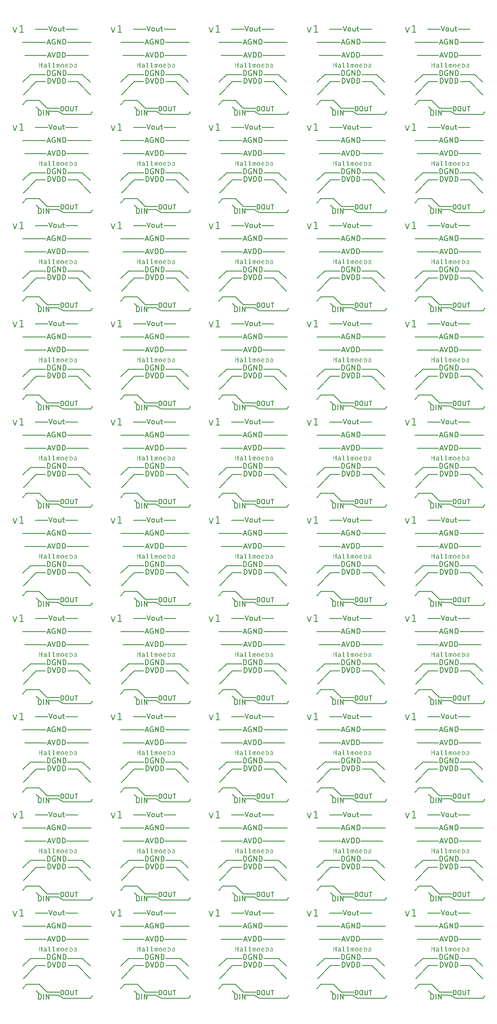
<source format=gbr>
%TF.GenerationSoftware,KiCad,Pcbnew,(7.0.0-0)*%
%TF.CreationDate,2023-06-26T09:23:28-05:00*%
%TF.ProjectId,panelized,70616e65-6c69-47a6-9564-2e6b69636164,rev?*%
%TF.SameCoordinates,Original*%
%TF.FileFunction,Legend,Top*%
%TF.FilePolarity,Positive*%
%FSLAX46Y46*%
G04 Gerber Fmt 4.6, Leading zero omitted, Abs format (unit mm)*
G04 Created by KiCad (PCBNEW (7.0.0-0)) date 2023-06-26 09:23:28*
%MOMM*%
%LPD*%
G01*
G04 APERTURE LIST*
G04 Aperture macros list*
%AMRotRect*
0 Rectangle, with rotation*
0 The origin of the aperture is its center*
0 $1 length*
0 $2 width*
0 $3 Rotation angle, in degrees counterclockwise*
0 Add horizontal line*
21,1,$1,$2,0,0,$3*%
%AMFreePoly0*
4,1,27,0.262664,0.808398,0.425000,0.736122,0.568761,0.631673,0.687664,0.499617,0.776514,0.345726,0.831425,0.176725,0.850000,0.000000,0.850000,-0.850000,0.000000,-0.850000,0.004656,-0.845344,-0.088849,-0.845344,-0.262664,-0.808398,-0.425000,-0.736122,-0.568761,-0.631673,-0.687664,-0.499617,-0.776514,-0.345726,-0.831425,-0.176725,-0.850000,0.000000,-0.831425,0.176725,-0.776514,0.345726,
-0.687664,0.499617,-0.568761,0.631673,-0.425000,0.736122,-0.262664,0.808398,-0.088849,0.845344,0.088849,0.845344,0.262664,0.808398,0.262664,0.808398,$1*%
%AMFreePoly1*
4,1,27,-0.004656,0.845344,0.088849,0.845344,0.262664,0.808398,0.425000,0.736122,0.568761,0.631673,0.687664,0.499617,0.776514,0.345726,0.831425,0.176725,0.850000,0.000000,0.831425,-0.176725,0.776514,-0.345726,0.687664,-0.499617,0.568761,-0.631673,0.425000,-0.736122,0.262664,-0.808398,0.088849,-0.845344,-0.088849,-0.845344,-0.262664,-0.808398,-0.425000,-0.736122,-0.568761,-0.631673,
-0.687664,-0.499617,-0.776514,-0.345726,-0.831425,-0.176725,-0.850000,0.000000,-0.850000,0.850000,0.000000,0.850000,-0.004656,0.845344,-0.004656,0.845344,$1*%
%AMFreePoly2*
4,1,21,0.500000,0.000000,0.479746,-0.140866,0.420627,-0.270320,0.327430,-0.377875,0.207708,-0.454816,0.071157,-0.494911,-0.071157,-0.494911,-0.207708,-0.454816,-0.327430,-0.377875,-0.420627,-0.270320,-0.479746,-0.140866,-0.500000,0.000000,-0.479746,0.140866,-0.420627,0.270320,-0.327430,0.377875,-0.207708,0.454816,-0.071157,0.494911,0.005089,0.494911,0.000000,0.500000,0.500000,0.500000,
0.500000,0.000000,0.500000,0.000000,$1*%
%AMFreePoly3*
4,1,21,0.207708,0.454816,0.327430,0.377875,0.420627,0.270320,0.479746,0.140866,0.500000,0.000000,0.500000,-0.500000,0.000000,-0.500000,0.005089,-0.494911,-0.071157,-0.494911,-0.207708,-0.454816,-0.327430,-0.377875,-0.420627,-0.270320,-0.479746,-0.140866,-0.500000,0.000000,-0.479746,0.140866,-0.420627,0.270320,-0.327430,0.377875,-0.207708,0.454816,-0.071157,0.494911,0.071157,0.494911,
0.207708,0.454816,0.207708,0.454816,$1*%
G04 Aperture macros list end*
%ADD10C,0.150000*%
%ADD11C,0.160000*%
%ADD12C,0.250000*%
%ADD13C,1.700000*%
%ADD14FreePoly0,90.000000*%
%ADD15RotRect,1.700000X1.700000X135.000000*%
%ADD16R,1.700000X1.700000*%
%ADD17FreePoly1,180.000000*%
%ADD18FreePoly0,180.000000*%
%ADD19FreePoly2,180.000000*%
%ADD20FreePoly3,180.000000*%
G04 APERTURE END LIST*
D10*
X15705000Y-121285000D02*
X11505000Y-121285000D01*
X53805000Y-6985000D02*
X49605000Y-6985000D01*
X53805000Y-64135000D02*
X49605000Y-64135000D01*
X53805000Y-83185000D02*
X49605000Y-83185000D01*
X72855000Y-26035000D02*
X68655000Y-26035000D01*
X15705000Y-64135000D02*
X11505000Y-64135000D01*
X72855000Y-6985000D02*
X68655000Y-6985000D01*
X53805000Y-45085000D02*
X49605000Y-45085000D01*
X72855000Y-45085000D02*
X68655000Y-45085000D01*
X15705000Y-83185000D02*
X11505000Y-83185000D01*
X72855000Y-83185000D02*
X68655000Y-83185000D01*
X72855000Y-102235000D02*
X68655000Y-102235000D01*
X34755000Y-121285000D02*
X30555000Y-121285000D01*
X91905000Y-45085000D02*
X87705000Y-45085000D01*
X34755000Y-102235000D02*
X30555000Y-102235000D01*
X34755000Y-83185000D02*
X30555000Y-83185000D01*
X72855000Y-64135000D02*
X68655000Y-64135000D01*
X15705000Y-26035000D02*
X11505000Y-26035000D01*
X53805000Y-26035000D02*
X49605000Y-26035000D01*
X15705000Y-45085000D02*
X11505000Y-45085000D01*
X91905000Y-64135000D02*
X87705000Y-64135000D01*
X15705000Y-102235000D02*
X11505000Y-102235000D01*
X91905000Y-6985000D02*
X87705000Y-6985000D01*
X91905000Y-26035000D02*
X87705000Y-26035000D01*
X34755000Y-45085000D02*
X30555000Y-45085000D01*
X53805000Y-102235000D02*
X49605000Y-102235000D01*
X15705000Y-6985000D02*
X11505000Y-6985000D01*
X34755000Y-64135000D02*
X30555000Y-64135000D01*
X91905000Y-102235000D02*
X87705000Y-102235000D01*
X91905000Y-83185000D02*
X87705000Y-83185000D01*
X53805000Y-121285000D02*
X49605000Y-121285000D01*
X91905000Y-121285000D02*
X87705000Y-121285000D01*
X34755000Y-159385000D02*
X30555000Y-159385000D01*
X91905000Y-178435000D02*
X87705000Y-178435000D01*
X34755000Y-140335000D02*
X30555000Y-140335000D01*
X53805000Y-159385000D02*
X49605000Y-159385000D01*
X53805000Y-140335000D02*
X49605000Y-140335000D01*
X34755000Y-178435000D02*
X30555000Y-178435000D01*
X15705000Y-178435000D02*
X11505000Y-178435000D01*
X34755000Y-26035000D02*
X30555000Y-26035000D01*
X15705000Y-140335000D02*
X11505000Y-140335000D01*
X15705000Y-159385000D02*
X11505000Y-159385000D01*
X53805000Y-178435000D02*
X49605000Y-178435000D01*
X72855000Y-121285000D02*
X68655000Y-121285000D01*
X34755000Y-6985000D02*
X30555000Y-6985000D01*
X91905000Y-159385000D02*
X87705000Y-159385000D01*
X91905000Y-140335000D02*
X87705000Y-140335000D01*
X72855000Y-140335000D02*
X68655000Y-140335000D01*
X72855000Y-159385000D02*
X68655000Y-159385000D01*
X72855000Y-178435000D02*
X68655000Y-178435000D01*
X7505000Y-6985000D02*
X3305000Y-6985000D01*
X7505000Y-121285000D02*
X3305000Y-121285000D01*
X45605000Y-102235000D02*
X41405000Y-102235000D01*
X7505000Y-140335000D02*
X3305000Y-140335000D01*
X64655000Y-26035000D02*
X60455000Y-26035000D01*
X64655000Y-6985000D02*
X60455000Y-6985000D01*
X64655000Y-140335000D02*
X60455000Y-140335000D01*
X45605000Y-6985000D02*
X41405000Y-6985000D01*
X26555000Y-45085000D02*
X22355000Y-45085000D01*
X64655000Y-45085000D02*
X60455000Y-45085000D01*
X7505000Y-102235000D02*
X3305000Y-102235000D01*
X7505000Y-83185000D02*
X3305000Y-83185000D01*
X45605000Y-121285000D02*
X41405000Y-121285000D01*
X26555000Y-140335000D02*
X22355000Y-140335000D01*
X45605000Y-140335000D02*
X41405000Y-140335000D01*
X83705000Y-102235000D02*
X79505000Y-102235000D01*
X45605000Y-26035000D02*
X41405000Y-26035000D01*
X83705000Y-140335000D02*
X79505000Y-140335000D01*
X7505000Y-45085000D02*
X3305000Y-45085000D01*
X64655000Y-159385000D02*
X60455000Y-159385000D01*
X64655000Y-102235000D02*
X60455000Y-102235000D01*
X83705000Y-45085000D02*
X79505000Y-45085000D01*
X26555000Y-64135000D02*
X22355000Y-64135000D01*
X26555000Y-6985000D02*
X22355000Y-6985000D01*
X83705000Y-83185000D02*
X79505000Y-83185000D01*
X26555000Y-121285000D02*
X22355000Y-121285000D01*
X64655000Y-83185000D02*
X60455000Y-83185000D01*
X83705000Y-159385000D02*
X79505000Y-159385000D01*
X64655000Y-64135000D02*
X60455000Y-64135000D01*
X83705000Y-26035000D02*
X79505000Y-26035000D01*
X7505000Y-159385000D02*
X3305000Y-159385000D01*
X26555000Y-102235000D02*
X22355000Y-102235000D01*
X64655000Y-121285000D02*
X60455000Y-121285000D01*
X7505000Y-178435000D02*
X3305000Y-178435000D01*
X7505000Y-64135000D02*
X3305000Y-64135000D01*
X26555000Y-178435000D02*
X22355000Y-178435000D01*
X45605000Y-83185000D02*
X41405000Y-83185000D01*
X83705000Y-6985000D02*
X79505000Y-6985000D01*
X7505000Y-26035000D02*
X3305000Y-26035000D01*
X45605000Y-45085000D02*
X41405000Y-45085000D01*
X26555000Y-83185000D02*
X22355000Y-83185000D01*
X45605000Y-159385000D02*
X41405000Y-159385000D01*
X26555000Y-159385000D02*
X22355000Y-159385000D01*
X26555000Y-26035000D02*
X22355000Y-26035000D01*
X83705000Y-121285000D02*
X79505000Y-121285000D01*
X45605000Y-64135000D02*
X41405000Y-64135000D01*
X83705000Y-64135000D02*
X79505000Y-64135000D01*
X64655000Y-178435000D02*
X60455000Y-178435000D01*
X45605000Y-178435000D02*
X41405000Y-178435000D01*
X83705000Y-178435000D02*
X79505000Y-178435000D01*
X9805000Y-170225000D02*
X10805000Y-170825000D01*
X86005000Y-151175000D02*
X87005000Y-151775000D01*
X9805000Y-17825000D02*
X10805000Y-18425000D01*
X66955000Y-132125000D02*
X67955000Y-132725000D01*
X86005000Y-74975000D02*
X87005000Y-75575000D01*
X28855000Y-17825000D02*
X29855000Y-18425000D01*
X9805000Y-113075000D02*
X10805000Y-113675000D01*
X66955000Y-151175000D02*
X67955000Y-151775000D01*
X28855000Y-94025000D02*
X29855000Y-94625000D01*
X9805000Y-94025000D02*
X10805000Y-94625000D01*
X47905000Y-170225000D02*
X48905000Y-170825000D01*
X28855000Y-113075000D02*
X29855000Y-113675000D01*
X28855000Y-74975000D02*
X29855000Y-75575000D01*
X47905000Y-17825000D02*
X48905000Y-18425000D01*
X66955000Y-36875000D02*
X67955000Y-37475000D01*
X86005000Y-36875000D02*
X87005000Y-37475000D01*
X86005000Y-170225000D02*
X87005000Y-170825000D01*
X47905000Y-74975000D02*
X48905000Y-75575000D01*
X28855000Y-55925000D02*
X29855000Y-56525000D01*
X9805000Y-132125000D02*
X10805000Y-132725000D01*
X66955000Y-113075000D02*
X67955000Y-113675000D01*
X28855000Y-36875000D02*
X29855000Y-37475000D01*
X47905000Y-189275000D02*
X48905000Y-189875000D01*
X47905000Y-151175000D02*
X48905000Y-151775000D01*
X47905000Y-94025000D02*
X48905000Y-94625000D01*
X86005000Y-55925000D02*
X87005000Y-56525000D01*
X47905000Y-113075000D02*
X48905000Y-113675000D01*
X47905000Y-36875000D02*
X48905000Y-37475000D01*
X9805000Y-74975000D02*
X10805000Y-75575000D01*
X28855000Y-189275000D02*
X29855000Y-189875000D01*
X47905000Y-55925000D02*
X48905000Y-56525000D01*
X66955000Y-170225000D02*
X67955000Y-170825000D01*
X86005000Y-189275000D02*
X87005000Y-189875000D01*
X66955000Y-55925000D02*
X67955000Y-56525000D01*
X66955000Y-74975000D02*
X67955000Y-75575000D01*
X66955000Y-189275000D02*
X67955000Y-189875000D01*
X86005000Y-113075000D02*
X87005000Y-113675000D01*
X28855000Y-151175000D02*
X29855000Y-151775000D01*
X28855000Y-132125000D02*
X29855000Y-132725000D01*
X66955000Y-94025000D02*
X67955000Y-94625000D01*
X28855000Y-170225000D02*
X29855000Y-170825000D01*
X86005000Y-94025000D02*
X87005000Y-94625000D01*
X9805000Y-55925000D02*
X10805000Y-56525000D01*
X66955000Y-17825000D02*
X67955000Y-18425000D01*
X9805000Y-36875000D02*
X10805000Y-37475000D01*
X86005000Y-132125000D02*
X87005000Y-132725000D01*
X9805000Y-189275000D02*
X10805000Y-189875000D01*
X9805000Y-151175000D02*
X10805000Y-151775000D01*
X47905000Y-132125000D02*
X48905000Y-132725000D01*
X86005000Y-17825000D02*
X87005000Y-18425000D01*
X26455000Y-144075000D02*
X23455000Y-144075000D01*
X7405000Y-182175000D02*
X4405000Y-182175000D01*
X64555000Y-182175000D02*
X61555000Y-182175000D01*
X64555000Y-144075000D02*
X61555000Y-144075000D01*
X83605000Y-67875000D02*
X80605000Y-67875000D01*
X45505000Y-48825000D02*
X42505000Y-48825000D01*
X83605000Y-125025000D02*
X80605000Y-125025000D01*
X45505000Y-86925000D02*
X42505000Y-86925000D01*
X83605000Y-144075000D02*
X80605000Y-144075000D01*
X64555000Y-163125000D02*
X61555000Y-163125000D01*
X7405000Y-67875000D02*
X4405000Y-67875000D01*
X64555000Y-105975000D02*
X61555000Y-105975000D01*
X7405000Y-163125000D02*
X4405000Y-163125000D01*
X26455000Y-48825000D02*
X23455000Y-48825000D01*
X45505000Y-67875000D02*
X42505000Y-67875000D01*
X83605000Y-48825000D02*
X80605000Y-48825000D01*
X7405000Y-144075000D02*
X4405000Y-144075000D01*
X64555000Y-67875000D02*
X61555000Y-67875000D01*
X83605000Y-182175000D02*
X80605000Y-182175000D01*
X45505000Y-144075000D02*
X42505000Y-144075000D01*
X83605000Y-86925000D02*
X80605000Y-86925000D01*
X26455000Y-125025000D02*
X23455000Y-125025000D01*
X26455000Y-182175000D02*
X23455000Y-182175000D01*
X45505000Y-163125000D02*
X42505000Y-163125000D01*
X45505000Y-125025000D02*
X42505000Y-125025000D01*
X26455000Y-10725000D02*
X23455000Y-10725000D01*
X83605000Y-29775000D02*
X80605000Y-29775000D01*
X45505000Y-29775000D02*
X42505000Y-29775000D01*
X45505000Y-10725000D02*
X42505000Y-10725000D01*
X7405000Y-10725000D02*
X4405000Y-10725000D01*
X64555000Y-29775000D02*
X61555000Y-29775000D01*
X64555000Y-10725000D02*
X61555000Y-10725000D01*
X26455000Y-29775000D02*
X23455000Y-29775000D01*
X7405000Y-29775000D02*
X4405000Y-29775000D01*
X45505000Y-182175000D02*
X42505000Y-182175000D01*
X7405000Y-125025000D02*
X4405000Y-125025000D01*
X64555000Y-86925000D02*
X61555000Y-86925000D01*
X26455000Y-86925000D02*
X23455000Y-86925000D01*
X83605000Y-10725000D02*
X80605000Y-10725000D01*
X26455000Y-67875000D02*
X23455000Y-67875000D01*
X7405000Y-86925000D02*
X4405000Y-86925000D01*
X64555000Y-48825000D02*
X61555000Y-48825000D01*
X26455000Y-105975000D02*
X23455000Y-105975000D01*
X64555000Y-125025000D02*
X61555000Y-125025000D01*
X45505000Y-105975000D02*
X42505000Y-105975000D01*
X26455000Y-163125000D02*
X23455000Y-163125000D01*
X7405000Y-105975000D02*
X4405000Y-105975000D01*
X83605000Y-163125000D02*
X80605000Y-163125000D01*
X83605000Y-105975000D02*
X80605000Y-105975000D01*
X7405000Y-48825000D02*
X4405000Y-48825000D01*
X48905000Y-189875000D02*
X54205000Y-189875000D01*
X10805000Y-113675000D02*
X16105000Y-113675000D01*
X29855000Y-170825000D02*
X35155000Y-170825000D01*
X48905000Y-113675000D02*
X54205000Y-113675000D01*
X87005000Y-189875000D02*
X92305000Y-189875000D01*
X87005000Y-151775000D02*
X92305000Y-151775000D01*
X48905000Y-151775000D02*
X54205000Y-151775000D01*
X48905000Y-132725000D02*
X54205000Y-132725000D01*
X67955000Y-189875000D02*
X73255000Y-189875000D01*
X87005000Y-113675000D02*
X92305000Y-113675000D01*
X67955000Y-113675000D02*
X73255000Y-113675000D01*
X87005000Y-132725000D02*
X92305000Y-132725000D01*
X87005000Y-170825000D02*
X92305000Y-170825000D01*
X67955000Y-18425000D02*
X73255000Y-18425000D01*
X87005000Y-75575000D02*
X92305000Y-75575000D01*
X29855000Y-132725000D02*
X35155000Y-132725000D01*
X67955000Y-56525000D02*
X73255000Y-56525000D01*
X29855000Y-151775000D02*
X35155000Y-151775000D01*
X10805000Y-151775000D02*
X16105000Y-151775000D01*
X48905000Y-94625000D02*
X54205000Y-94625000D01*
X29855000Y-113675000D02*
X35155000Y-113675000D01*
X10805000Y-170825000D02*
X16105000Y-170825000D01*
X48905000Y-75575000D02*
X54205000Y-75575000D01*
X10805000Y-132725000D02*
X16105000Y-132725000D01*
X67955000Y-170825000D02*
X73255000Y-170825000D01*
X29855000Y-75575000D02*
X35155000Y-75575000D01*
X10805000Y-56525000D02*
X16105000Y-56525000D01*
X29855000Y-18425000D02*
X35155000Y-18425000D01*
X10805000Y-18425000D02*
X16105000Y-18425000D01*
X48905000Y-37475000D02*
X54205000Y-37475000D01*
X10805000Y-189875000D02*
X16105000Y-189875000D01*
X29855000Y-56525000D02*
X35155000Y-56525000D01*
X29855000Y-37475000D02*
X35155000Y-37475000D01*
X48905000Y-56525000D02*
X54205000Y-56525000D01*
X10805000Y-94625000D02*
X16105000Y-94625000D01*
X67955000Y-132725000D02*
X73255000Y-132725000D01*
X67955000Y-37475000D02*
X73255000Y-37475000D01*
X10805000Y-75575000D02*
X16105000Y-75575000D01*
X87005000Y-56525000D02*
X92305000Y-56525000D01*
X48905000Y-18425000D02*
X54205000Y-18425000D01*
X48905000Y-170825000D02*
X54205000Y-170825000D01*
X67955000Y-151775000D02*
X73255000Y-151775000D01*
X29855000Y-189875000D02*
X35155000Y-189875000D01*
X67955000Y-94625000D02*
X73255000Y-94625000D01*
X87005000Y-94625000D02*
X92305000Y-94625000D01*
X87005000Y-37475000D02*
X92305000Y-37475000D01*
X87005000Y-18425000D02*
X92305000Y-18425000D01*
X67955000Y-75575000D02*
X73255000Y-75575000D01*
X29855000Y-94625000D02*
X35155000Y-94625000D01*
X10805000Y-37475000D02*
X16105000Y-37475000D01*
X73255000Y-151775000D02*
X73655000Y-151275000D01*
X54205000Y-37475000D02*
X54605000Y-36975000D01*
X54205000Y-151775000D02*
X54605000Y-151275000D01*
X35155000Y-75575000D02*
X35555000Y-75075000D01*
X16105000Y-75575000D02*
X16505000Y-75075000D01*
X54205000Y-18425000D02*
X54605000Y-17925000D01*
X16105000Y-56525000D02*
X16505000Y-56025000D01*
X92305000Y-56525000D02*
X92705000Y-56025000D01*
X35155000Y-132725000D02*
X35555000Y-132225000D01*
X16105000Y-94625000D02*
X16505000Y-94125000D01*
X73255000Y-37475000D02*
X73655000Y-36975000D01*
X35155000Y-56525000D02*
X35555000Y-56025000D01*
X35155000Y-151775000D02*
X35555000Y-151275000D01*
X35155000Y-94625000D02*
X35555000Y-94125000D01*
X92305000Y-170825000D02*
X92705000Y-170325000D01*
X16105000Y-132725000D02*
X16505000Y-132225000D01*
X73255000Y-94625000D02*
X73655000Y-94125000D01*
X54205000Y-56525000D02*
X54605000Y-56025000D01*
X16105000Y-189875000D02*
X16505000Y-189375000D01*
X35155000Y-37475000D02*
X35555000Y-36975000D01*
X73255000Y-132725000D02*
X73655000Y-132225000D01*
X73255000Y-75575000D02*
X73655000Y-75075000D01*
X16105000Y-37475000D02*
X16505000Y-36975000D01*
X92305000Y-132725000D02*
X92705000Y-132225000D01*
X16105000Y-151775000D02*
X16505000Y-151275000D01*
X54205000Y-189875000D02*
X54605000Y-189375000D01*
X92305000Y-94625000D02*
X92705000Y-94125000D01*
X73255000Y-170825000D02*
X73655000Y-170325000D01*
X54205000Y-170825000D02*
X54605000Y-170325000D01*
X92305000Y-189875000D02*
X92705000Y-189375000D01*
X73255000Y-189875000D02*
X73655000Y-189375000D01*
X73255000Y-56525000D02*
X73655000Y-56025000D01*
X92305000Y-18425000D02*
X92705000Y-17925000D01*
X54205000Y-75575000D02*
X54605000Y-75075000D01*
X92305000Y-75575000D02*
X92705000Y-75075000D01*
X92305000Y-151775000D02*
X92705000Y-151275000D01*
X16105000Y-170825000D02*
X16505000Y-170325000D01*
X35155000Y-189875000D02*
X35555000Y-189375000D01*
X54205000Y-113675000D02*
X54605000Y-113175000D01*
X16105000Y-18425000D02*
X16505000Y-17925000D01*
X35155000Y-170825000D02*
X35555000Y-170325000D01*
X73255000Y-18425000D02*
X73655000Y-17925000D01*
X92305000Y-113675000D02*
X92705000Y-113175000D01*
X16105000Y-113675000D02*
X16505000Y-113175000D01*
X35155000Y-18425000D02*
X35555000Y-17925000D01*
X92305000Y-37475000D02*
X92705000Y-36975000D01*
X73255000Y-113675000D02*
X73655000Y-113175000D01*
X54205000Y-94625000D02*
X54605000Y-94125000D01*
X54205000Y-132725000D02*
X54605000Y-132225000D01*
X35155000Y-113675000D02*
X35555000Y-113175000D01*
X24555000Y-69175000D02*
X22105000Y-71775000D01*
X81705000Y-88225000D02*
X79255000Y-90825000D01*
X43605000Y-69175000D02*
X41155000Y-71775000D01*
X24555000Y-107275000D02*
X22105000Y-109875000D01*
X5505000Y-164425000D02*
X3055000Y-167025000D01*
X43605000Y-145375000D02*
X41155000Y-147975000D01*
X43605000Y-50125000D02*
X41155000Y-52725000D01*
X62655000Y-31075000D02*
X60205000Y-33675000D01*
X81705000Y-50125000D02*
X79255000Y-52725000D01*
X5505000Y-107275000D02*
X3055000Y-109875000D01*
X43605000Y-164425000D02*
X41155000Y-167025000D01*
X5505000Y-145375000D02*
X3055000Y-147975000D01*
X62655000Y-145375000D02*
X60205000Y-147975000D01*
X5505000Y-31075000D02*
X3055000Y-33675000D01*
X62655000Y-88225000D02*
X60205000Y-90825000D01*
X5505000Y-183475000D02*
X3055000Y-186075000D01*
X81705000Y-69175000D02*
X79255000Y-71775000D01*
X24555000Y-12025000D02*
X22105000Y-14625000D01*
X62655000Y-12025000D02*
X60205000Y-14625000D01*
X81705000Y-31075000D02*
X79255000Y-33675000D01*
X81705000Y-107275000D02*
X79255000Y-109875000D01*
X81705000Y-12025000D02*
X79255000Y-14625000D01*
X62655000Y-107275000D02*
X60205000Y-109875000D01*
X43605000Y-12025000D02*
X41155000Y-14625000D01*
X62655000Y-50125000D02*
X60205000Y-52725000D01*
X62655000Y-126325000D02*
X60205000Y-128925000D01*
X43605000Y-126325000D02*
X41155000Y-128925000D01*
X5505000Y-88225000D02*
X3055000Y-90825000D01*
X24555000Y-183475000D02*
X22105000Y-186075000D01*
X43605000Y-183475000D02*
X41155000Y-186075000D01*
X24555000Y-31075000D02*
X22105000Y-33675000D01*
X81705000Y-126325000D02*
X79255000Y-128925000D01*
X62655000Y-69175000D02*
X60205000Y-71775000D01*
X43605000Y-88225000D02*
X41155000Y-90825000D01*
X24555000Y-50125000D02*
X22105000Y-52725000D01*
X81705000Y-164425000D02*
X79255000Y-167025000D01*
X24555000Y-164425000D02*
X22105000Y-167025000D01*
X43605000Y-107275000D02*
X41155000Y-109875000D01*
X24555000Y-126325000D02*
X22105000Y-128925000D01*
X5505000Y-126325000D02*
X3055000Y-128925000D01*
X24555000Y-88225000D02*
X22105000Y-90825000D01*
X62655000Y-183475000D02*
X60205000Y-186075000D01*
X43605000Y-31075000D02*
X41155000Y-33675000D01*
X5505000Y-12025000D02*
X3055000Y-14625000D01*
X5505000Y-69175000D02*
X3055000Y-71775000D01*
X24555000Y-145375000D02*
X22105000Y-147975000D01*
X5505000Y-50125000D02*
X3055000Y-52725000D01*
X81705000Y-145375000D02*
X79255000Y-147975000D01*
X62655000Y-164425000D02*
X60205000Y-167025000D01*
X81705000Y-183475000D02*
X79255000Y-186075000D01*
X32605000Y-31075000D02*
X35055000Y-33675000D01*
X70705000Y-126325000D02*
X73155000Y-128925000D01*
X13555000Y-31075000D02*
X16005000Y-33675000D01*
X89755000Y-50125000D02*
X92205000Y-52725000D01*
X32605000Y-107275000D02*
X35055000Y-109875000D01*
X13555000Y-164425000D02*
X16005000Y-167025000D01*
X70705000Y-12025000D02*
X73155000Y-14625000D01*
X89755000Y-107275000D02*
X92205000Y-109875000D01*
X51655000Y-12025000D02*
X54105000Y-14625000D01*
X13555000Y-145375000D02*
X16005000Y-147975000D01*
X51655000Y-107275000D02*
X54105000Y-109875000D01*
X70705000Y-145375000D02*
X73155000Y-147975000D01*
X89755000Y-88225000D02*
X92205000Y-90825000D01*
X32605000Y-145375000D02*
X35055000Y-147975000D01*
X13555000Y-50125000D02*
X16005000Y-52725000D01*
X51655000Y-31075000D02*
X54105000Y-33675000D01*
X13555000Y-183475000D02*
X16005000Y-186075000D01*
X32605000Y-126325000D02*
X35055000Y-128925000D01*
X51655000Y-164425000D02*
X54105000Y-167025000D01*
X70705000Y-31075000D02*
X73155000Y-33675000D01*
X13555000Y-12025000D02*
X16005000Y-14625000D01*
X32605000Y-164425000D02*
X35055000Y-167025000D01*
X70705000Y-88225000D02*
X73155000Y-90825000D01*
X89755000Y-12025000D02*
X92205000Y-14625000D01*
X70705000Y-69175000D02*
X73155000Y-71775000D01*
X13555000Y-69175000D02*
X16005000Y-71775000D01*
X32605000Y-50125000D02*
X35055000Y-52725000D01*
X51655000Y-88225000D02*
X54105000Y-90825000D01*
X13555000Y-88225000D02*
X16005000Y-90825000D01*
X89755000Y-126325000D02*
X92205000Y-128925000D01*
X13555000Y-126325000D02*
X16005000Y-128925000D01*
X51655000Y-126325000D02*
X54105000Y-128925000D01*
X51655000Y-183475000D02*
X54105000Y-186075000D01*
X89755000Y-164425000D02*
X92205000Y-167025000D01*
X70705000Y-107275000D02*
X73155000Y-109875000D01*
X13555000Y-107275000D02*
X16005000Y-109875000D01*
X51655000Y-145375000D02*
X54105000Y-147975000D01*
X32605000Y-69175000D02*
X35055000Y-71775000D01*
X89755000Y-31075000D02*
X92205000Y-33675000D01*
X51655000Y-69175000D02*
X54105000Y-71775000D01*
X89755000Y-69175000D02*
X92205000Y-71775000D01*
X89755000Y-145375000D02*
X92205000Y-147975000D01*
X51655000Y-50125000D02*
X54105000Y-52725000D01*
X70705000Y-164425000D02*
X73155000Y-167025000D01*
X70705000Y-183475000D02*
X73155000Y-186075000D01*
X32605000Y-12025000D02*
X35055000Y-14625000D01*
X89755000Y-183475000D02*
X92205000Y-186075000D01*
X70705000Y-50125000D02*
X73155000Y-52725000D01*
X32605000Y-183475000D02*
X35055000Y-186075000D01*
X32605000Y-88225000D02*
X35055000Y-90825000D01*
X90705000Y-48825000D02*
X92262424Y-50221916D01*
X14505000Y-29775000D02*
X16062424Y-31171916D01*
X90705000Y-10725000D02*
X92262424Y-12121916D01*
X14505000Y-125025000D02*
X16062424Y-126421916D01*
X33555000Y-29775000D02*
X35112424Y-31171916D01*
X52605000Y-10725000D02*
X54162424Y-12121916D01*
X14505000Y-48825000D02*
X16062424Y-50221916D01*
X14505000Y-86925000D02*
X16062424Y-88321916D01*
X90705000Y-144075000D02*
X92262424Y-145471916D01*
X71655000Y-125025000D02*
X73212424Y-126421916D01*
X90705000Y-105975000D02*
X92262424Y-107371916D01*
X52605000Y-144075000D02*
X54162424Y-145471916D01*
X52605000Y-105975000D02*
X54162424Y-107371916D01*
X71655000Y-29775000D02*
X73212424Y-31171916D01*
X71655000Y-163125000D02*
X73212424Y-164521916D01*
X52605000Y-48825000D02*
X54162424Y-50221916D01*
X14505000Y-10725000D02*
X16062424Y-12121916D01*
X52605000Y-86925000D02*
X54162424Y-88321916D01*
X71655000Y-105975000D02*
X73212424Y-107371916D01*
X33555000Y-48825000D02*
X35112424Y-50221916D01*
X33555000Y-163125000D02*
X35112424Y-164521916D01*
X33555000Y-182175000D02*
X35112424Y-183571916D01*
X90705000Y-67875000D02*
X92262424Y-69271916D01*
X90705000Y-86925000D02*
X92262424Y-88321916D01*
X33555000Y-10725000D02*
X35112424Y-12121916D01*
X33555000Y-67875000D02*
X35112424Y-69271916D01*
X90705000Y-29775000D02*
X92262424Y-31171916D01*
X71655000Y-48825000D02*
X73212424Y-50221916D01*
X71655000Y-10725000D02*
X73212424Y-12121916D01*
X52605000Y-29775000D02*
X54162424Y-31171916D01*
X14505000Y-67875000D02*
X16062424Y-69271916D01*
X14505000Y-105975000D02*
X16062424Y-107371916D01*
X71655000Y-67875000D02*
X73212424Y-69271916D01*
X33555000Y-86925000D02*
X35112424Y-88321916D01*
X71655000Y-144075000D02*
X73212424Y-145471916D01*
X71655000Y-182175000D02*
X73212424Y-183571916D01*
X90705000Y-163125000D02*
X92262424Y-164521916D01*
X33555000Y-125025000D02*
X35112424Y-126421916D01*
X52605000Y-125025000D02*
X54162424Y-126421916D01*
X52605000Y-163125000D02*
X54162424Y-164521916D01*
X14505000Y-182175000D02*
X16062424Y-183571916D01*
X14505000Y-163125000D02*
X16062424Y-164521916D01*
X52605000Y-67875000D02*
X54162424Y-69271916D01*
X33555000Y-105975000D02*
X35112424Y-107371916D01*
X14505000Y-144075000D02*
X16062424Y-145471916D01*
X90705000Y-182175000D02*
X92262424Y-183571916D01*
X71655000Y-86925000D02*
X73212424Y-88321916D01*
X90705000Y-125025000D02*
X92262424Y-126421916D01*
X33555000Y-144075000D02*
X35112424Y-145471916D01*
X52605000Y-182175000D02*
X54162424Y-183571916D01*
X66955000Y-17825000D02*
X65355000Y-17825000D01*
X86005000Y-55925000D02*
X84405000Y-55925000D01*
X66955000Y-36875000D02*
X65355000Y-36875000D01*
X28855000Y-74975000D02*
X27255000Y-74975000D01*
X86005000Y-17825000D02*
X84405000Y-17825000D01*
X28855000Y-36875000D02*
X27255000Y-36875000D01*
X86005000Y-151175000D02*
X84405000Y-151175000D01*
X66955000Y-151175000D02*
X65355000Y-151175000D01*
X86005000Y-170225000D02*
X84405000Y-170225000D01*
X9805000Y-170225000D02*
X8205000Y-170225000D01*
X47905000Y-113075000D02*
X46305000Y-113075000D01*
X66955000Y-94025000D02*
X65355000Y-94025000D01*
X47905000Y-132125000D02*
X46305000Y-132125000D01*
X9805000Y-151175000D02*
X8205000Y-151175000D01*
X47905000Y-170225000D02*
X46305000Y-170225000D01*
X9805000Y-113075000D02*
X8205000Y-113075000D01*
X9805000Y-55925000D02*
X8205000Y-55925000D01*
X47905000Y-36875000D02*
X46305000Y-36875000D01*
X86005000Y-74975000D02*
X84405000Y-74975000D01*
X28855000Y-55925000D02*
X27255000Y-55925000D01*
X28855000Y-94025000D02*
X27255000Y-94025000D01*
X9805000Y-36875000D02*
X8205000Y-36875000D01*
X66955000Y-189275000D02*
X65355000Y-189275000D01*
X47905000Y-17825000D02*
X46305000Y-17825000D01*
X86005000Y-36875000D02*
X84405000Y-36875000D01*
X9805000Y-74975000D02*
X8205000Y-74975000D01*
X66955000Y-74975000D02*
X65355000Y-74975000D01*
X28855000Y-170225000D02*
X27255000Y-170225000D01*
X9805000Y-132125000D02*
X8205000Y-132125000D01*
X86005000Y-189275000D02*
X84405000Y-189275000D01*
X9805000Y-94025000D02*
X8205000Y-94025000D01*
X47905000Y-151175000D02*
X46305000Y-151175000D01*
X86005000Y-132125000D02*
X84405000Y-132125000D01*
X66955000Y-170225000D02*
X65355000Y-170225000D01*
X28855000Y-132125000D02*
X27255000Y-132125000D01*
X9805000Y-189275000D02*
X8205000Y-189275000D01*
X28855000Y-17825000D02*
X27255000Y-17825000D01*
X66955000Y-113075000D02*
X65355000Y-113075000D01*
X47905000Y-74975000D02*
X46305000Y-74975000D01*
X28855000Y-113075000D02*
X27255000Y-113075000D01*
X47905000Y-94025000D02*
X46305000Y-94025000D01*
X86005000Y-94025000D02*
X84405000Y-94025000D01*
X66955000Y-55925000D02*
X65355000Y-55925000D01*
X47905000Y-55925000D02*
X46305000Y-55925000D01*
X9805000Y-17825000D02*
X8205000Y-17825000D01*
X28855000Y-151175000D02*
X27255000Y-151175000D01*
X86005000Y-113075000D02*
X84405000Y-113075000D01*
X28855000Y-189275000D02*
X27255000Y-189275000D01*
X66955000Y-132125000D02*
X65355000Y-132125000D01*
X47905000Y-189275000D02*
X46305000Y-189275000D01*
X45505000Y-23495000D02*
X41005000Y-23495000D01*
X26455000Y-118745000D02*
X21955000Y-118745000D01*
X64555000Y-23495000D02*
X60055000Y-23495000D01*
X7405000Y-80645000D02*
X2905000Y-80645000D01*
X64555000Y-61595000D02*
X60055000Y-61595000D01*
X64555000Y-99695000D02*
X60055000Y-99695000D01*
X45505000Y-175895000D02*
X41005000Y-175895000D01*
X7405000Y-23495000D02*
X2905000Y-23495000D01*
X83605000Y-80645000D02*
X79105000Y-80645000D01*
X45505000Y-156845000D02*
X41005000Y-156845000D01*
X45505000Y-42545000D02*
X41005000Y-42545000D01*
X26455000Y-23495000D02*
X21955000Y-23495000D01*
X83605000Y-118745000D02*
X79105000Y-118745000D01*
X83605000Y-156845000D02*
X79105000Y-156845000D01*
X26455000Y-4445000D02*
X21955000Y-4445000D01*
X7405000Y-61595000D02*
X2905000Y-61595000D01*
X64555000Y-4445000D02*
X60055000Y-4445000D01*
X26455000Y-80645000D02*
X21955000Y-80645000D01*
X7405000Y-4445000D02*
X2905000Y-4445000D01*
X64555000Y-175895000D02*
X60055000Y-175895000D01*
X45505000Y-118745000D02*
X41005000Y-118745000D01*
X26455000Y-42545000D02*
X21955000Y-42545000D01*
X45505000Y-4445000D02*
X41005000Y-4445000D01*
X83605000Y-61595000D02*
X79105000Y-61595000D01*
X45505000Y-61595000D02*
X41005000Y-61595000D01*
X83605000Y-4445000D02*
X79105000Y-4445000D01*
X64555000Y-156845000D02*
X60055000Y-156845000D01*
X45505000Y-99695000D02*
X41005000Y-99695000D01*
X64555000Y-42545000D02*
X60055000Y-42545000D01*
X7405000Y-42545000D02*
X2905000Y-42545000D01*
X83605000Y-23495000D02*
X79105000Y-23495000D01*
X26455000Y-99695000D02*
X21955000Y-99695000D01*
X64555000Y-137795000D02*
X60055000Y-137795000D01*
X83605000Y-99695000D02*
X79105000Y-99695000D01*
X7405000Y-137795000D02*
X2905000Y-137795000D01*
X26455000Y-156845000D02*
X21955000Y-156845000D01*
X83605000Y-42545000D02*
X79105000Y-42545000D01*
X26455000Y-61595000D02*
X21955000Y-61595000D01*
X45505000Y-80645000D02*
X41005000Y-80645000D01*
X83605000Y-175895000D02*
X79105000Y-175895000D01*
X7405000Y-118745000D02*
X2905000Y-118745000D01*
X26455000Y-137795000D02*
X21955000Y-137795000D01*
X64555000Y-80645000D02*
X60055000Y-80645000D01*
X26455000Y-175895000D02*
X21955000Y-175895000D01*
X7405000Y-175895000D02*
X2905000Y-175895000D01*
X64555000Y-118745000D02*
X60055000Y-118745000D01*
X7405000Y-99695000D02*
X2905000Y-99695000D01*
X45505000Y-137795000D02*
X41005000Y-137795000D01*
X7405000Y-156845000D02*
X2905000Y-156845000D01*
X83605000Y-137795000D02*
X79105000Y-137795000D01*
X84005000Y-1905000D02*
X81605000Y-1905000D01*
X84005000Y-40005000D02*
X81605000Y-40005000D01*
X84005000Y-59055000D02*
X81605000Y-59055000D01*
X7805000Y-78105000D02*
X5405000Y-78105000D01*
X26855000Y-97155000D02*
X24455000Y-97155000D01*
X64955000Y-78105000D02*
X62555000Y-78105000D01*
X7805000Y-116205000D02*
X5405000Y-116205000D01*
X64955000Y-116205000D02*
X62555000Y-116205000D01*
X7805000Y-135255000D02*
X5405000Y-135255000D01*
X7805000Y-20955000D02*
X5405000Y-20955000D01*
X26855000Y-59055000D02*
X24455000Y-59055000D01*
X7805000Y-40005000D02*
X5405000Y-40005000D01*
X45905000Y-59055000D02*
X43505000Y-59055000D01*
X84005000Y-116205000D02*
X81605000Y-116205000D01*
X64955000Y-97155000D02*
X62555000Y-97155000D01*
X45905000Y-116205000D02*
X43505000Y-116205000D01*
X84005000Y-20955000D02*
X81605000Y-20955000D01*
X84005000Y-97155000D02*
X81605000Y-97155000D01*
X84005000Y-78105000D02*
X81605000Y-78105000D01*
X45905000Y-97155000D02*
X43505000Y-97155000D01*
X26855000Y-135255000D02*
X24455000Y-135255000D01*
X7805000Y-1905000D02*
X5405000Y-1905000D01*
X45905000Y-1905000D02*
X43505000Y-1905000D01*
X7805000Y-97155000D02*
X5405000Y-97155000D01*
X26855000Y-116205000D02*
X24455000Y-116205000D01*
X64955000Y-1905000D02*
X62555000Y-1905000D01*
X26855000Y-78105000D02*
X24455000Y-78105000D01*
X84005000Y-135255000D02*
X81605000Y-135255000D01*
X84005000Y-154305000D02*
X81605000Y-154305000D01*
X45905000Y-78105000D02*
X43505000Y-78105000D01*
X26855000Y-173355000D02*
X24455000Y-173355000D01*
X45905000Y-40005000D02*
X43505000Y-40005000D01*
X64955000Y-135255000D02*
X62555000Y-135255000D01*
X7805000Y-173355000D02*
X5405000Y-173355000D01*
X84005000Y-173355000D02*
X81605000Y-173355000D01*
X7805000Y-59055000D02*
X5405000Y-59055000D01*
X64955000Y-59055000D02*
X62555000Y-59055000D01*
X26855000Y-1905000D02*
X24455000Y-1905000D01*
X26855000Y-20955000D02*
X24455000Y-20955000D01*
X45905000Y-135255000D02*
X43505000Y-135255000D01*
X26855000Y-154305000D02*
X24455000Y-154305000D01*
X64955000Y-20955000D02*
X62555000Y-20955000D01*
X64955000Y-40005000D02*
X62555000Y-40005000D01*
X45905000Y-173355000D02*
X43505000Y-173355000D01*
X7805000Y-154305000D02*
X5405000Y-154305000D01*
X45905000Y-20955000D02*
X43505000Y-20955000D01*
X64955000Y-154305000D02*
X62555000Y-154305000D01*
X64955000Y-173355000D02*
X62555000Y-173355000D01*
X45905000Y-154305000D02*
X43505000Y-154305000D01*
X26855000Y-40005000D02*
X24455000Y-40005000D01*
X26705000Y-93425000D02*
X25155000Y-91925000D01*
X7655000Y-17225000D02*
X6105000Y-15725000D01*
X7655000Y-55325000D02*
X6105000Y-53825000D01*
X45755000Y-55325000D02*
X44205000Y-53825000D01*
X26705000Y-55325000D02*
X25155000Y-53825000D01*
X7655000Y-169625000D02*
X6105000Y-168125000D01*
X83855000Y-188675000D02*
X82305000Y-187175000D01*
X64805000Y-93425000D02*
X63255000Y-91925000D01*
X26705000Y-131525000D02*
X25155000Y-130025000D01*
X7655000Y-188675000D02*
X6105000Y-187175000D01*
X7655000Y-131525000D02*
X6105000Y-130025000D01*
X64805000Y-169625000D02*
X63255000Y-168125000D01*
X64805000Y-55325000D02*
X63255000Y-53825000D01*
X45755000Y-150575000D02*
X44205000Y-149075000D01*
X7655000Y-74375000D02*
X6105000Y-72875000D01*
X45755000Y-74375000D02*
X44205000Y-72875000D01*
X45755000Y-131525000D02*
X44205000Y-130025000D01*
X45755000Y-112475000D02*
X44205000Y-110975000D01*
X83855000Y-74375000D02*
X82305000Y-72875000D01*
X83855000Y-112475000D02*
X82305000Y-110975000D01*
X64805000Y-112475000D02*
X63255000Y-110975000D01*
X45755000Y-188675000D02*
X44205000Y-187175000D01*
X64805000Y-188675000D02*
X63255000Y-187175000D01*
X83855000Y-36275000D02*
X82305000Y-34775000D01*
X83855000Y-93425000D02*
X82305000Y-91925000D01*
X7655000Y-36275000D02*
X6105000Y-34775000D01*
X64805000Y-36275000D02*
X63255000Y-34775000D01*
X7655000Y-150575000D02*
X6105000Y-149075000D01*
X26705000Y-36275000D02*
X25155000Y-34775000D01*
X83855000Y-55325000D02*
X82305000Y-53825000D01*
X83855000Y-169625000D02*
X82305000Y-168125000D01*
X26705000Y-17225000D02*
X25155000Y-15725000D01*
X26705000Y-112475000D02*
X25155000Y-110975000D01*
X64805000Y-17225000D02*
X63255000Y-15725000D01*
X26705000Y-169625000D02*
X25155000Y-168125000D01*
X45755000Y-36275000D02*
X44205000Y-34775000D01*
X45755000Y-93425000D02*
X44205000Y-91925000D01*
X45755000Y-17225000D02*
X44205000Y-15725000D01*
X64805000Y-74375000D02*
X63255000Y-72875000D01*
X45755000Y-169625000D02*
X44205000Y-168125000D01*
X83855000Y-131525000D02*
X82305000Y-130025000D01*
X64805000Y-150575000D02*
X63255000Y-149075000D01*
X83855000Y-150575000D02*
X82305000Y-149075000D01*
X7655000Y-93425000D02*
X6105000Y-91925000D01*
X64805000Y-131525000D02*
X63255000Y-130025000D01*
X26705000Y-74375000D02*
X25155000Y-72875000D01*
X26705000Y-188675000D02*
X25155000Y-187175000D01*
X26705000Y-150575000D02*
X25155000Y-149075000D01*
X7655000Y-112475000D02*
X6105000Y-110975000D01*
X83855000Y-17225000D02*
X82305000Y-15725000D01*
X22755000Y-34775000D02*
X21955000Y-35575000D01*
X60855000Y-34775000D02*
X60055000Y-35575000D01*
X22755000Y-187175000D02*
X21955000Y-187975000D01*
X79905000Y-187175000D02*
X79105000Y-187975000D01*
X3705000Y-34775000D02*
X2905000Y-35575000D01*
X41805000Y-110975000D02*
X41005000Y-111775000D01*
X79905000Y-149075000D02*
X79105000Y-149875000D01*
X3705000Y-149075000D02*
X2905000Y-149875000D01*
X79905000Y-91925000D02*
X79105000Y-92725000D01*
X3705000Y-15725000D02*
X2905000Y-16525000D01*
X22755000Y-110975000D02*
X21955000Y-111775000D01*
X22755000Y-130025000D02*
X21955000Y-130825000D01*
X60855000Y-91925000D02*
X60055000Y-92725000D01*
X22755000Y-168125000D02*
X21955000Y-168925000D01*
X3705000Y-187175000D02*
X2905000Y-187975000D01*
X22755000Y-15725000D02*
X21955000Y-16525000D01*
X3705000Y-91925000D02*
X2905000Y-92725000D01*
X60855000Y-110975000D02*
X60055000Y-111775000D01*
X41805000Y-149075000D02*
X41005000Y-149875000D01*
X60855000Y-168125000D02*
X60055000Y-168925000D01*
X3705000Y-53825000D02*
X2905000Y-54625000D01*
X60855000Y-53825000D02*
X60055000Y-54625000D01*
X60855000Y-130025000D02*
X60055000Y-130825000D01*
X41805000Y-53825000D02*
X41005000Y-54625000D01*
X79905000Y-110975000D02*
X79105000Y-111775000D01*
X79905000Y-72875000D02*
X79105000Y-73675000D01*
X22755000Y-91925000D02*
X21955000Y-92725000D01*
X41805000Y-168125000D02*
X41005000Y-168925000D01*
X79905000Y-53825000D02*
X79105000Y-54625000D01*
X41805000Y-34775000D02*
X41005000Y-35575000D01*
X22755000Y-53825000D02*
X21955000Y-54625000D01*
X41805000Y-72875000D02*
X41005000Y-73675000D01*
X41805000Y-130025000D02*
X41005000Y-130825000D01*
X3705000Y-130025000D02*
X2905000Y-130825000D01*
X3705000Y-72875000D02*
X2905000Y-73675000D01*
X22755000Y-149075000D02*
X21955000Y-149875000D01*
X60855000Y-72875000D02*
X60055000Y-73675000D01*
X41805000Y-187175000D02*
X41005000Y-187975000D01*
X60855000Y-15725000D02*
X60055000Y-16525000D01*
X79905000Y-168125000D02*
X79105000Y-168925000D01*
X3705000Y-168125000D02*
X2905000Y-168925000D01*
X60855000Y-149075000D02*
X60055000Y-149875000D01*
X60855000Y-187175000D02*
X60055000Y-187975000D01*
X41805000Y-91925000D02*
X41005000Y-92725000D01*
X3705000Y-110975000D02*
X2905000Y-111775000D01*
X22755000Y-72875000D02*
X21955000Y-73675000D01*
X41805000Y-15725000D02*
X41005000Y-16525000D01*
X79905000Y-130025000D02*
X79105000Y-130825000D01*
X79905000Y-34775000D02*
X79105000Y-35575000D01*
X79905000Y-15725000D02*
X79105000Y-16525000D01*
X43605000Y-69175000D02*
X45405000Y-69175000D01*
X62655000Y-69175000D02*
X64455000Y-69175000D01*
X62655000Y-164425000D02*
X64455000Y-164425000D01*
X81705000Y-164425000D02*
X83505000Y-164425000D01*
X24555000Y-88225000D02*
X26355000Y-88225000D01*
X81705000Y-107275000D02*
X83505000Y-107275000D01*
X43605000Y-164425000D02*
X45405000Y-164425000D01*
X24555000Y-69175000D02*
X26355000Y-69175000D01*
X43605000Y-145375000D02*
X45405000Y-145375000D01*
X5505000Y-126325000D02*
X7305000Y-126325000D01*
X81705000Y-183475000D02*
X83505000Y-183475000D01*
X5505000Y-107275000D02*
X7305000Y-107275000D01*
X24555000Y-145375000D02*
X26355000Y-145375000D01*
X5505000Y-88225000D02*
X7305000Y-88225000D01*
X5505000Y-183475000D02*
X7305000Y-183475000D01*
X62655000Y-183475000D02*
X64455000Y-183475000D01*
X24555000Y-107275000D02*
X26355000Y-107275000D01*
X43605000Y-126325000D02*
X45405000Y-126325000D01*
X24555000Y-164425000D02*
X26355000Y-164425000D01*
X5505000Y-145375000D02*
X7305000Y-145375000D01*
X81705000Y-69175000D02*
X83505000Y-69175000D01*
X81705000Y-88225000D02*
X83505000Y-88225000D01*
X43605000Y-183475000D02*
X45405000Y-183475000D01*
X43605000Y-31075000D02*
X45405000Y-31075000D01*
X62655000Y-31075000D02*
X64455000Y-31075000D01*
X24555000Y-50125000D02*
X26355000Y-50125000D01*
X5505000Y-50125000D02*
X7305000Y-50125000D01*
X43605000Y-12025000D02*
X45405000Y-12025000D01*
X62655000Y-126325000D02*
X64455000Y-126325000D01*
X43605000Y-50125000D02*
X45405000Y-50125000D01*
X62655000Y-50125000D02*
X64455000Y-50125000D01*
X81705000Y-12025000D02*
X83505000Y-12025000D01*
X62655000Y-145375000D02*
X64455000Y-145375000D01*
X24555000Y-183475000D02*
X26355000Y-183475000D01*
X62655000Y-107275000D02*
X64455000Y-107275000D01*
X24555000Y-31075000D02*
X26355000Y-31075000D01*
X81705000Y-50125000D02*
X83505000Y-50125000D01*
X24555000Y-12025000D02*
X26355000Y-12025000D01*
X5505000Y-12025000D02*
X7305000Y-12025000D01*
X43605000Y-107275000D02*
X45405000Y-107275000D01*
X24555000Y-126325000D02*
X26355000Y-126325000D01*
X5505000Y-69175000D02*
X7305000Y-69175000D01*
X62655000Y-12025000D02*
X64455000Y-12025000D01*
X81705000Y-31075000D02*
X83505000Y-31075000D01*
X43605000Y-88225000D02*
X45405000Y-88225000D01*
X62655000Y-88225000D02*
X64455000Y-88225000D01*
X81705000Y-126325000D02*
X83505000Y-126325000D01*
X81705000Y-145375000D02*
X83505000Y-145375000D01*
X5505000Y-31075000D02*
X7305000Y-31075000D01*
X5505000Y-164425000D02*
X7305000Y-164425000D01*
X7655000Y-112475000D02*
X10105000Y-112475000D01*
X7655000Y-36275000D02*
X10105000Y-36275000D01*
X26705000Y-55325000D02*
X29155000Y-55325000D01*
X26705000Y-93425000D02*
X29155000Y-93425000D01*
X45755000Y-55325000D02*
X48205000Y-55325000D01*
X83855000Y-93425000D02*
X86305000Y-93425000D01*
X45755000Y-112475000D02*
X48205000Y-112475000D01*
X7655000Y-188675000D02*
X10105000Y-188675000D01*
X83855000Y-188675000D02*
X86305000Y-188675000D01*
X26705000Y-188675000D02*
X29155000Y-188675000D01*
X64805000Y-55325000D02*
X67255000Y-55325000D01*
X26705000Y-131525000D02*
X29155000Y-131525000D01*
X83855000Y-55325000D02*
X86305000Y-55325000D01*
X83855000Y-36275000D02*
X86305000Y-36275000D01*
X26705000Y-36275000D02*
X29155000Y-36275000D01*
X7655000Y-93425000D02*
X10105000Y-93425000D01*
X45755000Y-36275000D02*
X48205000Y-36275000D01*
X64805000Y-74375000D02*
X67255000Y-74375000D01*
X64805000Y-36275000D02*
X67255000Y-36275000D01*
X45755000Y-150575000D02*
X48205000Y-150575000D01*
X26705000Y-17225000D02*
X29155000Y-17225000D01*
X64805000Y-93425000D02*
X67255000Y-93425000D01*
X45755000Y-17225000D02*
X48205000Y-17225000D01*
X7655000Y-150575000D02*
X10105000Y-150575000D01*
X45755000Y-131525000D02*
X48205000Y-131525000D01*
X26705000Y-169625000D02*
X29155000Y-169625000D01*
X83855000Y-150575000D02*
X86305000Y-150575000D01*
X64805000Y-188675000D02*
X67255000Y-188675000D01*
X7655000Y-55325000D02*
X10105000Y-55325000D01*
X45755000Y-74375000D02*
X48205000Y-74375000D01*
X45755000Y-93425000D02*
X48205000Y-93425000D01*
X83855000Y-17225000D02*
X86305000Y-17225000D01*
X26705000Y-74375000D02*
X29155000Y-74375000D01*
X83855000Y-74375000D02*
X86305000Y-74375000D01*
X64805000Y-131525000D02*
X67255000Y-131525000D01*
X7655000Y-169625000D02*
X10105000Y-169625000D01*
X26705000Y-112475000D02*
X29155000Y-112475000D01*
X64805000Y-112475000D02*
X67255000Y-112475000D01*
X64805000Y-17225000D02*
X67255000Y-17225000D01*
X7655000Y-17225000D02*
X10105000Y-17225000D01*
X7655000Y-74375000D02*
X10105000Y-74375000D01*
X45755000Y-169625000D02*
X48205000Y-169625000D01*
X7655000Y-131525000D02*
X10105000Y-131525000D01*
X83855000Y-131525000D02*
X86305000Y-131525000D01*
X64805000Y-150575000D02*
X67255000Y-150575000D01*
X26705000Y-150575000D02*
X29155000Y-150575000D01*
X83855000Y-112475000D02*
X86305000Y-112475000D01*
X64805000Y-169625000D02*
X67255000Y-169625000D01*
X45755000Y-188675000D02*
X48205000Y-188675000D01*
X83855000Y-169625000D02*
X86305000Y-169625000D01*
X30805000Y-145375000D02*
X32605000Y-145375000D01*
X11755000Y-164425000D02*
X13555000Y-164425000D01*
X68905000Y-126325000D02*
X70705000Y-126325000D01*
X68905000Y-12025000D02*
X70705000Y-12025000D01*
X68905000Y-50125000D02*
X70705000Y-50125000D01*
X87955000Y-183475000D02*
X89755000Y-183475000D01*
X11755000Y-183475000D02*
X13555000Y-183475000D01*
X49855000Y-183475000D02*
X51655000Y-183475000D01*
X30805000Y-69175000D02*
X32605000Y-69175000D01*
X87955000Y-164425000D02*
X89755000Y-164425000D01*
X49855000Y-145375000D02*
X51655000Y-145375000D01*
X30805000Y-107275000D02*
X32605000Y-107275000D01*
X30805000Y-164425000D02*
X32605000Y-164425000D01*
X87955000Y-69175000D02*
X89755000Y-69175000D01*
X68905000Y-145375000D02*
X70705000Y-145375000D01*
X11755000Y-145375000D02*
X13555000Y-145375000D01*
X30805000Y-183475000D02*
X32605000Y-183475000D01*
X11755000Y-88225000D02*
X13555000Y-88225000D01*
X30805000Y-50125000D02*
X32605000Y-50125000D01*
X49855000Y-69175000D02*
X51655000Y-69175000D01*
X49855000Y-126325000D02*
X51655000Y-126325000D01*
X49855000Y-164425000D02*
X51655000Y-164425000D01*
X68905000Y-107275000D02*
X70705000Y-107275000D01*
X87955000Y-31075000D02*
X89755000Y-31075000D01*
X68905000Y-88225000D02*
X70705000Y-88225000D01*
X11755000Y-69175000D02*
X13555000Y-69175000D01*
X11755000Y-31075000D02*
X13555000Y-31075000D01*
X68905000Y-164425000D02*
X70705000Y-164425000D01*
X30805000Y-12025000D02*
X32605000Y-12025000D01*
X87955000Y-12025000D02*
X89755000Y-12025000D01*
X68905000Y-69175000D02*
X70705000Y-69175000D01*
X11755000Y-126325000D02*
X13555000Y-126325000D01*
X30805000Y-31075000D02*
X32605000Y-31075000D01*
X87955000Y-50125000D02*
X89755000Y-50125000D01*
X87955000Y-145375000D02*
X89755000Y-145375000D01*
X49855000Y-31075000D02*
X51655000Y-31075000D01*
X11755000Y-50125000D02*
X13555000Y-50125000D01*
X30805000Y-88225000D02*
X32605000Y-88225000D01*
X49855000Y-12025000D02*
X51655000Y-12025000D01*
X68905000Y-183475000D02*
X70705000Y-183475000D01*
X30805000Y-126325000D02*
X32605000Y-126325000D01*
X11755000Y-107275000D02*
X13555000Y-107275000D01*
X49855000Y-50125000D02*
X51655000Y-50125000D01*
X11755000Y-12025000D02*
X13555000Y-12025000D01*
X87955000Y-88225000D02*
X89755000Y-88225000D01*
X87955000Y-107275000D02*
X89755000Y-107275000D01*
X87955000Y-126325000D02*
X89755000Y-126325000D01*
X68905000Y-31075000D02*
X70705000Y-31075000D01*
X49855000Y-88225000D02*
X51655000Y-88225000D01*
X49855000Y-107275000D02*
X51655000Y-107275000D01*
X44205000Y-17525000D02*
X43605000Y-16925000D01*
X25155000Y-55625000D02*
X24555000Y-55025000D01*
X63255000Y-17525000D02*
X62655000Y-16925000D01*
X25155000Y-74675000D02*
X24555000Y-74075000D01*
X6105000Y-17525000D02*
X5505000Y-16925000D01*
X6105000Y-55625000D02*
X5505000Y-55025000D01*
X82305000Y-188975000D02*
X81705000Y-188375000D01*
X82305000Y-112775000D02*
X81705000Y-112175000D01*
X44205000Y-74675000D02*
X43605000Y-74075000D01*
X25155000Y-169925000D02*
X24555000Y-169325000D01*
X82305000Y-150875000D02*
X81705000Y-150275000D01*
X63255000Y-36575000D02*
X62655000Y-35975000D01*
X25155000Y-150875000D02*
X24555000Y-150275000D01*
X25155000Y-17525000D02*
X24555000Y-16925000D01*
X44205000Y-112775000D02*
X43605000Y-112175000D01*
X63255000Y-55625000D02*
X62655000Y-55025000D01*
X44205000Y-188975000D02*
X43605000Y-188375000D01*
X82305000Y-17525000D02*
X81705000Y-16925000D01*
X25155000Y-93725000D02*
X24555000Y-93125000D01*
X44205000Y-150875000D02*
X43605000Y-150275000D01*
X6105000Y-150875000D02*
X5505000Y-150275000D01*
X6105000Y-112775000D02*
X5505000Y-112175000D01*
X82305000Y-93725000D02*
X81705000Y-93125000D01*
X6105000Y-169925000D02*
X5505000Y-169325000D01*
X25155000Y-131825000D02*
X24555000Y-131225000D01*
X63255000Y-93725000D02*
X62655000Y-93125000D01*
X63255000Y-188975000D02*
X62655000Y-188375000D01*
X44205000Y-93725000D02*
X43605000Y-93125000D01*
X63255000Y-112775000D02*
X62655000Y-112175000D01*
X63255000Y-74675000D02*
X62655000Y-74075000D01*
X44205000Y-55625000D02*
X43605000Y-55025000D01*
X82305000Y-36575000D02*
X81705000Y-35975000D01*
X82305000Y-55625000D02*
X81705000Y-55025000D01*
X25155000Y-112775000D02*
X24555000Y-112175000D01*
X6105000Y-93725000D02*
X5505000Y-93125000D01*
X82305000Y-74675000D02*
X81705000Y-74075000D01*
X25155000Y-188975000D02*
X24555000Y-188375000D01*
X44205000Y-131825000D02*
X43605000Y-131225000D01*
X44205000Y-169925000D02*
X43605000Y-169325000D01*
X63255000Y-131825000D02*
X62655000Y-131225000D01*
X25155000Y-36575000D02*
X24555000Y-35975000D01*
X6105000Y-131825000D02*
X5505000Y-131225000D01*
X63255000Y-150875000D02*
X62655000Y-150275000D01*
X82305000Y-131825000D02*
X81705000Y-131225000D01*
X6105000Y-188975000D02*
X5505000Y-188375000D01*
X6105000Y-36575000D02*
X5505000Y-35975000D01*
X82305000Y-169925000D02*
X81705000Y-169325000D01*
X44205000Y-36575000D02*
X43605000Y-35975000D01*
X6105000Y-74675000D02*
X5505000Y-74075000D01*
X63255000Y-169925000D02*
X62655000Y-169325000D01*
X11305000Y-20975000D02*
X13605000Y-20975000D01*
X87505000Y-173375000D02*
X89805000Y-173375000D01*
X11305000Y-154325000D02*
X13605000Y-154325000D01*
X87505000Y-135275000D02*
X89805000Y-135275000D01*
X87505000Y-1925000D02*
X89805000Y-1925000D01*
X30355000Y-1925000D02*
X32655000Y-1925000D01*
X30355000Y-20975000D02*
X32655000Y-20975000D01*
X11305000Y-116225000D02*
X13605000Y-116225000D01*
X87505000Y-40025000D02*
X89805000Y-40025000D01*
X30355000Y-135275000D02*
X32655000Y-135275000D01*
X68455000Y-135275000D02*
X70755000Y-135275000D01*
X68455000Y-1925000D02*
X70755000Y-1925000D01*
X68455000Y-97175000D02*
X70755000Y-97175000D01*
X49405000Y-1925000D02*
X51705000Y-1925000D01*
X49405000Y-20975000D02*
X51705000Y-20975000D01*
X49405000Y-173375000D02*
X51705000Y-173375000D01*
X30355000Y-116225000D02*
X32655000Y-116225000D01*
X87505000Y-97175000D02*
X89805000Y-97175000D01*
X30355000Y-40025000D02*
X32655000Y-40025000D01*
X87505000Y-59075000D02*
X89805000Y-59075000D01*
X11305000Y-78125000D02*
X13605000Y-78125000D01*
X11305000Y-59075000D02*
X13605000Y-59075000D01*
X68455000Y-59075000D02*
X70755000Y-59075000D01*
X49405000Y-97175000D02*
X51705000Y-97175000D01*
X87505000Y-78125000D02*
X89805000Y-78125000D01*
X30355000Y-78125000D02*
X32655000Y-78125000D01*
X30355000Y-59075000D02*
X32655000Y-59075000D01*
X87505000Y-116225000D02*
X89805000Y-116225000D01*
X49405000Y-78125000D02*
X51705000Y-78125000D01*
X87505000Y-20975000D02*
X89805000Y-20975000D01*
X68455000Y-173375000D02*
X70755000Y-173375000D01*
X49405000Y-59075000D02*
X51705000Y-59075000D01*
X11305000Y-97175000D02*
X13605000Y-97175000D01*
X49405000Y-154325000D02*
X51705000Y-154325000D01*
X68455000Y-116225000D02*
X70755000Y-116225000D01*
X30355000Y-154325000D02*
X32655000Y-154325000D01*
X11305000Y-40025000D02*
X13605000Y-40025000D01*
X68455000Y-154325000D02*
X70755000Y-154325000D01*
X30355000Y-173375000D02*
X32655000Y-173375000D01*
X49405000Y-116225000D02*
X51705000Y-116225000D01*
X87505000Y-154325000D02*
X89805000Y-154325000D01*
X49405000Y-40025000D02*
X51705000Y-40025000D01*
X11305000Y-1925000D02*
X13605000Y-1925000D01*
X68455000Y-20975000D02*
X70755000Y-20975000D01*
X30355000Y-97175000D02*
X32655000Y-97175000D01*
X11305000Y-173375000D02*
X13605000Y-173375000D01*
X68455000Y-40025000D02*
X70755000Y-40025000D01*
X11305000Y-135275000D02*
X13605000Y-135275000D01*
X49405000Y-135275000D02*
X51705000Y-135275000D01*
X68455000Y-78125000D02*
X70755000Y-78125000D01*
X82305000Y-53825000D02*
X79905000Y-53825000D01*
X63255000Y-15725000D02*
X60855000Y-15725000D01*
X6105000Y-72875000D02*
X3705000Y-72875000D01*
X82305000Y-72875000D02*
X79905000Y-72875000D01*
X6105000Y-34775000D02*
X3705000Y-34775000D01*
X82305000Y-149075000D02*
X79905000Y-149075000D01*
X63255000Y-53825000D02*
X60855000Y-53825000D01*
X63255000Y-91925000D02*
X60855000Y-91925000D01*
X63255000Y-34775000D02*
X60855000Y-34775000D01*
X25155000Y-168125000D02*
X22755000Y-168125000D01*
X25155000Y-15725000D02*
X22755000Y-15725000D01*
X82305000Y-15725000D02*
X79905000Y-15725000D01*
X82305000Y-130025000D02*
X79905000Y-130025000D01*
X44205000Y-53825000D02*
X41805000Y-53825000D01*
X63255000Y-72875000D02*
X60855000Y-72875000D01*
X63255000Y-187175000D02*
X60855000Y-187175000D01*
X44205000Y-110975000D02*
X41805000Y-110975000D01*
X44205000Y-34775000D02*
X41805000Y-34775000D01*
X25155000Y-53825000D02*
X22755000Y-53825000D01*
X44205000Y-72875000D02*
X41805000Y-72875000D01*
X25155000Y-72875000D02*
X22755000Y-72875000D01*
X6105000Y-91925000D02*
X3705000Y-91925000D01*
X44205000Y-15725000D02*
X41805000Y-15725000D01*
X6105000Y-15725000D02*
X3705000Y-15725000D01*
X6105000Y-53825000D02*
X3705000Y-53825000D01*
X25155000Y-34775000D02*
X22755000Y-34775000D01*
X6105000Y-149075000D02*
X3705000Y-149075000D01*
X25155000Y-149075000D02*
X22755000Y-149075000D01*
X25155000Y-91925000D02*
X22755000Y-91925000D01*
X44205000Y-168125000D02*
X41805000Y-168125000D01*
X63255000Y-149075000D02*
X60855000Y-149075000D01*
X82305000Y-34775000D02*
X79905000Y-34775000D01*
X82305000Y-168125000D02*
X79905000Y-168125000D01*
X44205000Y-187175000D02*
X41805000Y-187175000D01*
X6105000Y-130025000D02*
X3705000Y-130025000D01*
X63255000Y-110975000D02*
X60855000Y-110975000D01*
X25155000Y-187175000D02*
X22755000Y-187175000D01*
X25155000Y-130025000D02*
X22755000Y-130025000D01*
X6105000Y-110975000D02*
X3705000Y-110975000D01*
X82305000Y-110975000D02*
X79905000Y-110975000D01*
X82305000Y-91925000D02*
X79905000Y-91925000D01*
X82305000Y-187175000D02*
X79905000Y-187175000D01*
X25155000Y-110975000D02*
X22755000Y-110975000D01*
X44205000Y-91925000D02*
X41805000Y-91925000D01*
X44205000Y-149075000D02*
X41805000Y-149075000D01*
X6105000Y-168125000D02*
X3705000Y-168125000D01*
X63255000Y-168125000D02*
X60855000Y-168125000D01*
X6105000Y-187175000D02*
X3705000Y-187175000D01*
X44205000Y-130025000D02*
X41805000Y-130025000D01*
X63255000Y-130025000D02*
X60855000Y-130025000D01*
X42505000Y-86925000D02*
X41047576Y-88321916D01*
X61555000Y-48825000D02*
X60097576Y-50221916D01*
X61555000Y-10725000D02*
X60097576Y-12121916D01*
X42505000Y-48825000D02*
X41047576Y-50221916D01*
X23455000Y-48825000D02*
X21997576Y-50221916D01*
X4405000Y-48825000D02*
X2947576Y-50221916D01*
X61555000Y-86925000D02*
X60097576Y-88321916D01*
X42505000Y-67875000D02*
X41047576Y-69271916D01*
X4405000Y-105975000D02*
X2947576Y-107371916D01*
X80605000Y-105975000D02*
X79147576Y-107371916D01*
X61555000Y-125025000D02*
X60097576Y-126421916D01*
X42505000Y-10725000D02*
X41047576Y-12121916D01*
X23455000Y-125025000D02*
X21997576Y-126421916D01*
X4405000Y-10725000D02*
X2947576Y-12121916D01*
X23455000Y-67875000D02*
X21997576Y-69271916D01*
X4405000Y-29775000D02*
X2947576Y-31171916D01*
X4405000Y-67875000D02*
X2947576Y-69271916D01*
X23455000Y-29775000D02*
X21997576Y-31171916D01*
X80605000Y-10725000D02*
X79147576Y-12121916D01*
X80605000Y-48825000D02*
X79147576Y-50221916D01*
X42505000Y-105975000D02*
X41047576Y-107371916D01*
X61555000Y-29775000D02*
X60097576Y-31171916D01*
X23455000Y-10725000D02*
X21997576Y-12121916D01*
X23455000Y-144075000D02*
X21997576Y-145471916D01*
X23455000Y-105975000D02*
X21997576Y-107371916D01*
X80605000Y-67875000D02*
X79147576Y-69271916D01*
X42505000Y-144075000D02*
X41047576Y-145471916D01*
X61555000Y-105975000D02*
X60097576Y-107371916D01*
X80605000Y-29775000D02*
X79147576Y-31171916D01*
X4405000Y-163125000D02*
X2947576Y-164521916D01*
X80605000Y-182175000D02*
X79147576Y-183571916D01*
X42505000Y-125025000D02*
X41047576Y-126421916D01*
X42505000Y-29775000D02*
X41047576Y-31171916D01*
X4405000Y-182175000D02*
X2947576Y-183571916D01*
X23455000Y-86925000D02*
X21997576Y-88321916D01*
X80605000Y-125025000D02*
X79147576Y-126421916D01*
X61555000Y-144075000D02*
X60097576Y-145471916D01*
X80605000Y-144075000D02*
X79147576Y-145471916D01*
X4405000Y-144075000D02*
X2947576Y-145471916D01*
X4405000Y-125025000D02*
X2947576Y-126421916D01*
X61555000Y-182175000D02*
X60097576Y-183571916D01*
X23455000Y-163125000D02*
X21997576Y-164521916D01*
X4405000Y-86925000D02*
X2947576Y-88321916D01*
X42505000Y-182175000D02*
X41047576Y-183571916D01*
X80605000Y-86925000D02*
X79147576Y-88321916D01*
X61555000Y-67875000D02*
X60097576Y-69271916D01*
X23455000Y-182175000D02*
X21997576Y-183571916D01*
X42505000Y-163125000D02*
X41047576Y-164521916D01*
X80605000Y-163125000D02*
X79147576Y-164521916D01*
X61555000Y-163125000D02*
X60097576Y-164521916D01*
X11605000Y-23495000D02*
X16205000Y-23495000D01*
X68755000Y-61595000D02*
X73355000Y-61595000D01*
X11605000Y-42545000D02*
X16205000Y-42545000D01*
X87805000Y-99695000D02*
X92405000Y-99695000D01*
X49705000Y-137795000D02*
X54305000Y-137795000D01*
X49705000Y-99695000D02*
X54305000Y-99695000D01*
X30655000Y-175895000D02*
X35255000Y-175895000D01*
X30655000Y-118745000D02*
X35255000Y-118745000D01*
X30655000Y-80645000D02*
X35255000Y-80645000D01*
X30655000Y-23495000D02*
X35255000Y-23495000D01*
X30655000Y-137795000D02*
X35255000Y-137795000D01*
X68755000Y-118745000D02*
X73355000Y-118745000D01*
X30655000Y-42545000D02*
X35255000Y-42545000D01*
X68755000Y-156845000D02*
X73355000Y-156845000D01*
X87805000Y-42545000D02*
X92405000Y-42545000D01*
X87805000Y-175895000D02*
X92405000Y-175895000D01*
X87805000Y-137795000D02*
X92405000Y-137795000D01*
X30655000Y-156845000D02*
X35255000Y-156845000D01*
X49705000Y-61595000D02*
X54305000Y-61595000D01*
X87805000Y-23495000D02*
X92405000Y-23495000D01*
X30655000Y-99695000D02*
X35255000Y-99695000D01*
X68755000Y-23495000D02*
X73355000Y-23495000D01*
X11605000Y-137795000D02*
X16205000Y-137795000D01*
X49705000Y-42545000D02*
X54305000Y-42545000D01*
X11605000Y-99695000D02*
X16205000Y-99695000D01*
X49705000Y-156845000D02*
X54305000Y-156845000D01*
X49705000Y-4445000D02*
X54305000Y-4445000D01*
X87805000Y-4445000D02*
X92405000Y-4445000D01*
X11605000Y-118745000D02*
X16205000Y-118745000D01*
X68755000Y-4445000D02*
X73355000Y-4445000D01*
X11605000Y-175895000D02*
X16205000Y-175895000D01*
X87805000Y-61595000D02*
X92405000Y-61595000D01*
X49705000Y-80645000D02*
X54305000Y-80645000D01*
X30655000Y-4445000D02*
X35255000Y-4445000D01*
X49705000Y-23495000D02*
X54305000Y-23495000D01*
X68755000Y-42545000D02*
X73355000Y-42545000D01*
X11605000Y-4445000D02*
X16205000Y-4445000D01*
X11605000Y-80645000D02*
X16205000Y-80645000D01*
X87805000Y-118745000D02*
X92405000Y-118745000D01*
X87805000Y-80645000D02*
X92405000Y-80645000D01*
X68755000Y-175895000D02*
X73355000Y-175895000D01*
X87805000Y-156845000D02*
X92405000Y-156845000D01*
X49705000Y-175895000D02*
X54305000Y-175895000D01*
X68755000Y-137795000D02*
X73355000Y-137795000D01*
X49705000Y-118745000D02*
X54305000Y-118745000D01*
X68755000Y-99695000D02*
X73355000Y-99695000D01*
X11605000Y-156845000D02*
X16205000Y-156845000D01*
X11605000Y-61595000D02*
X16205000Y-61595000D01*
X30655000Y-61595000D02*
X35255000Y-61595000D01*
X68755000Y-80645000D02*
X73355000Y-80645000D01*
X30655000Y-10725000D02*
X33555000Y-10725000D01*
X68755000Y-125025000D02*
X71655000Y-125025000D01*
X68755000Y-29775000D02*
X71655000Y-29775000D01*
X87805000Y-67875000D02*
X90705000Y-67875000D01*
X49705000Y-105975000D02*
X52605000Y-105975000D01*
X30655000Y-86925000D02*
X33555000Y-86925000D01*
X11605000Y-48825000D02*
X14505000Y-48825000D01*
X30655000Y-29775000D02*
X33555000Y-29775000D01*
X30655000Y-125025000D02*
X33555000Y-125025000D01*
X11605000Y-105975000D02*
X14505000Y-105975000D01*
X68755000Y-105975000D02*
X71655000Y-105975000D01*
X87805000Y-163125000D02*
X90705000Y-163125000D01*
X68755000Y-144075000D02*
X71655000Y-144075000D01*
X68755000Y-182175000D02*
X71655000Y-182175000D01*
X87805000Y-10725000D02*
X90705000Y-10725000D01*
X87805000Y-86925000D02*
X90705000Y-86925000D01*
X11605000Y-67875000D02*
X14505000Y-67875000D01*
X49705000Y-10725000D02*
X52605000Y-10725000D01*
X49705000Y-48825000D02*
X52605000Y-48825000D01*
X11605000Y-163125000D02*
X14505000Y-163125000D01*
X87805000Y-125025000D02*
X90705000Y-125025000D01*
X11605000Y-182175000D02*
X14505000Y-182175000D01*
X87805000Y-48825000D02*
X90705000Y-48825000D01*
X49705000Y-182175000D02*
X52605000Y-182175000D01*
X11605000Y-86925000D02*
X14505000Y-86925000D01*
X49705000Y-163125000D02*
X52605000Y-163125000D01*
X68755000Y-67875000D02*
X71655000Y-67875000D01*
X49705000Y-144075000D02*
X52605000Y-144075000D01*
X11605000Y-29775000D02*
X14505000Y-29775000D01*
X68755000Y-48825000D02*
X71655000Y-48825000D01*
X49705000Y-67875000D02*
X52605000Y-67875000D01*
X68755000Y-10725000D02*
X71655000Y-10725000D01*
X30655000Y-182175000D02*
X33555000Y-182175000D01*
X87805000Y-105975000D02*
X90705000Y-105975000D01*
X87805000Y-29775000D02*
X90705000Y-29775000D01*
X68755000Y-163125000D02*
X71655000Y-163125000D01*
X30655000Y-67875000D02*
X33555000Y-67875000D01*
X30655000Y-48825000D02*
X33555000Y-48825000D01*
X87805000Y-182175000D02*
X90705000Y-182175000D01*
X30655000Y-163125000D02*
X33555000Y-163125000D01*
X11605000Y-144075000D02*
X14505000Y-144075000D01*
X11605000Y-125025000D02*
X14505000Y-125025000D01*
X30655000Y-105975000D02*
X33555000Y-105975000D01*
X49705000Y-86925000D02*
X52605000Y-86925000D01*
X30655000Y-144075000D02*
X33555000Y-144075000D01*
X11605000Y-10725000D02*
X14505000Y-10725000D01*
X68755000Y-86925000D02*
X71655000Y-86925000D01*
X87805000Y-144075000D02*
X90705000Y-144075000D01*
X49705000Y-125025000D02*
X52605000Y-125025000D01*
X49705000Y-29775000D02*
X52605000Y-29775000D01*
D11*
X83963095Y-61676666D02*
X84439285Y-61676666D01*
X83867857Y-61962380D02*
X84201190Y-60962380D01*
X84201190Y-60962380D02*
X84534523Y-61962380D01*
X85391666Y-61010000D02*
X85296428Y-60962380D01*
X85296428Y-60962380D02*
X85153571Y-60962380D01*
X85153571Y-60962380D02*
X85010714Y-61010000D01*
X85010714Y-61010000D02*
X84915476Y-61105238D01*
X84915476Y-61105238D02*
X84867857Y-61200476D01*
X84867857Y-61200476D02*
X84820238Y-61390952D01*
X84820238Y-61390952D02*
X84820238Y-61533809D01*
X84820238Y-61533809D02*
X84867857Y-61724285D01*
X84867857Y-61724285D02*
X84915476Y-61819523D01*
X84915476Y-61819523D02*
X85010714Y-61914761D01*
X85010714Y-61914761D02*
X85153571Y-61962380D01*
X85153571Y-61962380D02*
X85248809Y-61962380D01*
X85248809Y-61962380D02*
X85391666Y-61914761D01*
X85391666Y-61914761D02*
X85439285Y-61867142D01*
X85439285Y-61867142D02*
X85439285Y-61533809D01*
X85439285Y-61533809D02*
X85248809Y-61533809D01*
X85867857Y-61962380D02*
X85867857Y-60962380D01*
X85867857Y-60962380D02*
X86439285Y-61962380D01*
X86439285Y-61962380D02*
X86439285Y-60962380D01*
X86915476Y-61962380D02*
X86915476Y-60962380D01*
X86915476Y-60962380D02*
X87153571Y-60962380D01*
X87153571Y-60962380D02*
X87296428Y-61010000D01*
X87296428Y-61010000D02*
X87391666Y-61105238D01*
X87391666Y-61105238D02*
X87439285Y-61200476D01*
X87439285Y-61200476D02*
X87486904Y-61390952D01*
X87486904Y-61390952D02*
X87486904Y-61533809D01*
X87486904Y-61533809D02*
X87439285Y-61724285D01*
X87439285Y-61724285D02*
X87391666Y-61819523D01*
X87391666Y-61819523D02*
X87296428Y-61914761D01*
X87296428Y-61914761D02*
X87153571Y-61962380D01*
X87153571Y-61962380D02*
X86915476Y-61962380D01*
X7763095Y-42626666D02*
X8239285Y-42626666D01*
X7667857Y-42912380D02*
X8001190Y-41912380D01*
X8001190Y-41912380D02*
X8334523Y-42912380D01*
X9191666Y-41960000D02*
X9096428Y-41912380D01*
X9096428Y-41912380D02*
X8953571Y-41912380D01*
X8953571Y-41912380D02*
X8810714Y-41960000D01*
X8810714Y-41960000D02*
X8715476Y-42055238D01*
X8715476Y-42055238D02*
X8667857Y-42150476D01*
X8667857Y-42150476D02*
X8620238Y-42340952D01*
X8620238Y-42340952D02*
X8620238Y-42483809D01*
X8620238Y-42483809D02*
X8667857Y-42674285D01*
X8667857Y-42674285D02*
X8715476Y-42769523D01*
X8715476Y-42769523D02*
X8810714Y-42864761D01*
X8810714Y-42864761D02*
X8953571Y-42912380D01*
X8953571Y-42912380D02*
X9048809Y-42912380D01*
X9048809Y-42912380D02*
X9191666Y-42864761D01*
X9191666Y-42864761D02*
X9239285Y-42817142D01*
X9239285Y-42817142D02*
X9239285Y-42483809D01*
X9239285Y-42483809D02*
X9048809Y-42483809D01*
X9667857Y-42912380D02*
X9667857Y-41912380D01*
X9667857Y-41912380D02*
X10239285Y-42912380D01*
X10239285Y-42912380D02*
X10239285Y-41912380D01*
X10715476Y-42912380D02*
X10715476Y-41912380D01*
X10715476Y-41912380D02*
X10953571Y-41912380D01*
X10953571Y-41912380D02*
X11096428Y-41960000D01*
X11096428Y-41960000D02*
X11191666Y-42055238D01*
X11191666Y-42055238D02*
X11239285Y-42150476D01*
X11239285Y-42150476D02*
X11286904Y-42340952D01*
X11286904Y-42340952D02*
X11286904Y-42483809D01*
X11286904Y-42483809D02*
X11239285Y-42674285D01*
X11239285Y-42674285D02*
X11191666Y-42769523D01*
X11191666Y-42769523D02*
X11096428Y-42864761D01*
X11096428Y-42864761D02*
X10953571Y-42912380D01*
X10953571Y-42912380D02*
X10715476Y-42912380D01*
X26813095Y-99776666D02*
X27289285Y-99776666D01*
X26717857Y-100062380D02*
X27051190Y-99062380D01*
X27051190Y-99062380D02*
X27384523Y-100062380D01*
X28241666Y-99110000D02*
X28146428Y-99062380D01*
X28146428Y-99062380D02*
X28003571Y-99062380D01*
X28003571Y-99062380D02*
X27860714Y-99110000D01*
X27860714Y-99110000D02*
X27765476Y-99205238D01*
X27765476Y-99205238D02*
X27717857Y-99300476D01*
X27717857Y-99300476D02*
X27670238Y-99490952D01*
X27670238Y-99490952D02*
X27670238Y-99633809D01*
X27670238Y-99633809D02*
X27717857Y-99824285D01*
X27717857Y-99824285D02*
X27765476Y-99919523D01*
X27765476Y-99919523D02*
X27860714Y-100014761D01*
X27860714Y-100014761D02*
X28003571Y-100062380D01*
X28003571Y-100062380D02*
X28098809Y-100062380D01*
X28098809Y-100062380D02*
X28241666Y-100014761D01*
X28241666Y-100014761D02*
X28289285Y-99967142D01*
X28289285Y-99967142D02*
X28289285Y-99633809D01*
X28289285Y-99633809D02*
X28098809Y-99633809D01*
X28717857Y-100062380D02*
X28717857Y-99062380D01*
X28717857Y-99062380D02*
X29289285Y-100062380D01*
X29289285Y-100062380D02*
X29289285Y-99062380D01*
X29765476Y-100062380D02*
X29765476Y-99062380D01*
X29765476Y-99062380D02*
X30003571Y-99062380D01*
X30003571Y-99062380D02*
X30146428Y-99110000D01*
X30146428Y-99110000D02*
X30241666Y-99205238D01*
X30241666Y-99205238D02*
X30289285Y-99300476D01*
X30289285Y-99300476D02*
X30336904Y-99490952D01*
X30336904Y-99490952D02*
X30336904Y-99633809D01*
X30336904Y-99633809D02*
X30289285Y-99824285D01*
X30289285Y-99824285D02*
X30241666Y-99919523D01*
X30241666Y-99919523D02*
X30146428Y-100014761D01*
X30146428Y-100014761D02*
X30003571Y-100062380D01*
X30003571Y-100062380D02*
X29765476Y-100062380D01*
X64913095Y-99776666D02*
X65389285Y-99776666D01*
X64817857Y-100062380D02*
X65151190Y-99062380D01*
X65151190Y-99062380D02*
X65484523Y-100062380D01*
X66341666Y-99110000D02*
X66246428Y-99062380D01*
X66246428Y-99062380D02*
X66103571Y-99062380D01*
X66103571Y-99062380D02*
X65960714Y-99110000D01*
X65960714Y-99110000D02*
X65865476Y-99205238D01*
X65865476Y-99205238D02*
X65817857Y-99300476D01*
X65817857Y-99300476D02*
X65770238Y-99490952D01*
X65770238Y-99490952D02*
X65770238Y-99633809D01*
X65770238Y-99633809D02*
X65817857Y-99824285D01*
X65817857Y-99824285D02*
X65865476Y-99919523D01*
X65865476Y-99919523D02*
X65960714Y-100014761D01*
X65960714Y-100014761D02*
X66103571Y-100062380D01*
X66103571Y-100062380D02*
X66198809Y-100062380D01*
X66198809Y-100062380D02*
X66341666Y-100014761D01*
X66341666Y-100014761D02*
X66389285Y-99967142D01*
X66389285Y-99967142D02*
X66389285Y-99633809D01*
X66389285Y-99633809D02*
X66198809Y-99633809D01*
X66817857Y-100062380D02*
X66817857Y-99062380D01*
X66817857Y-99062380D02*
X67389285Y-100062380D01*
X67389285Y-100062380D02*
X67389285Y-99062380D01*
X67865476Y-100062380D02*
X67865476Y-99062380D01*
X67865476Y-99062380D02*
X68103571Y-99062380D01*
X68103571Y-99062380D02*
X68246428Y-99110000D01*
X68246428Y-99110000D02*
X68341666Y-99205238D01*
X68341666Y-99205238D02*
X68389285Y-99300476D01*
X68389285Y-99300476D02*
X68436904Y-99490952D01*
X68436904Y-99490952D02*
X68436904Y-99633809D01*
X68436904Y-99633809D02*
X68389285Y-99824285D01*
X68389285Y-99824285D02*
X68341666Y-99919523D01*
X68341666Y-99919523D02*
X68246428Y-100014761D01*
X68246428Y-100014761D02*
X68103571Y-100062380D01*
X68103571Y-100062380D02*
X67865476Y-100062380D01*
X64913095Y-23576666D02*
X65389285Y-23576666D01*
X64817857Y-23862380D02*
X65151190Y-22862380D01*
X65151190Y-22862380D02*
X65484523Y-23862380D01*
X66341666Y-22910000D02*
X66246428Y-22862380D01*
X66246428Y-22862380D02*
X66103571Y-22862380D01*
X66103571Y-22862380D02*
X65960714Y-22910000D01*
X65960714Y-22910000D02*
X65865476Y-23005238D01*
X65865476Y-23005238D02*
X65817857Y-23100476D01*
X65817857Y-23100476D02*
X65770238Y-23290952D01*
X65770238Y-23290952D02*
X65770238Y-23433809D01*
X65770238Y-23433809D02*
X65817857Y-23624285D01*
X65817857Y-23624285D02*
X65865476Y-23719523D01*
X65865476Y-23719523D02*
X65960714Y-23814761D01*
X65960714Y-23814761D02*
X66103571Y-23862380D01*
X66103571Y-23862380D02*
X66198809Y-23862380D01*
X66198809Y-23862380D02*
X66341666Y-23814761D01*
X66341666Y-23814761D02*
X66389285Y-23767142D01*
X66389285Y-23767142D02*
X66389285Y-23433809D01*
X66389285Y-23433809D02*
X66198809Y-23433809D01*
X66817857Y-23862380D02*
X66817857Y-22862380D01*
X66817857Y-22862380D02*
X67389285Y-23862380D01*
X67389285Y-23862380D02*
X67389285Y-22862380D01*
X67865476Y-23862380D02*
X67865476Y-22862380D01*
X67865476Y-22862380D02*
X68103571Y-22862380D01*
X68103571Y-22862380D02*
X68246428Y-22910000D01*
X68246428Y-22910000D02*
X68341666Y-23005238D01*
X68341666Y-23005238D02*
X68389285Y-23100476D01*
X68389285Y-23100476D02*
X68436904Y-23290952D01*
X68436904Y-23290952D02*
X68436904Y-23433809D01*
X68436904Y-23433809D02*
X68389285Y-23624285D01*
X68389285Y-23624285D02*
X68341666Y-23719523D01*
X68341666Y-23719523D02*
X68246428Y-23814761D01*
X68246428Y-23814761D02*
X68103571Y-23862380D01*
X68103571Y-23862380D02*
X67865476Y-23862380D01*
X26813095Y-23576666D02*
X27289285Y-23576666D01*
X26717857Y-23862380D02*
X27051190Y-22862380D01*
X27051190Y-22862380D02*
X27384523Y-23862380D01*
X28241666Y-22910000D02*
X28146428Y-22862380D01*
X28146428Y-22862380D02*
X28003571Y-22862380D01*
X28003571Y-22862380D02*
X27860714Y-22910000D01*
X27860714Y-22910000D02*
X27765476Y-23005238D01*
X27765476Y-23005238D02*
X27717857Y-23100476D01*
X27717857Y-23100476D02*
X27670238Y-23290952D01*
X27670238Y-23290952D02*
X27670238Y-23433809D01*
X27670238Y-23433809D02*
X27717857Y-23624285D01*
X27717857Y-23624285D02*
X27765476Y-23719523D01*
X27765476Y-23719523D02*
X27860714Y-23814761D01*
X27860714Y-23814761D02*
X28003571Y-23862380D01*
X28003571Y-23862380D02*
X28098809Y-23862380D01*
X28098809Y-23862380D02*
X28241666Y-23814761D01*
X28241666Y-23814761D02*
X28289285Y-23767142D01*
X28289285Y-23767142D02*
X28289285Y-23433809D01*
X28289285Y-23433809D02*
X28098809Y-23433809D01*
X28717857Y-23862380D02*
X28717857Y-22862380D01*
X28717857Y-22862380D02*
X29289285Y-23862380D01*
X29289285Y-23862380D02*
X29289285Y-22862380D01*
X29765476Y-23862380D02*
X29765476Y-22862380D01*
X29765476Y-22862380D02*
X30003571Y-22862380D01*
X30003571Y-22862380D02*
X30146428Y-22910000D01*
X30146428Y-22910000D02*
X30241666Y-23005238D01*
X30241666Y-23005238D02*
X30289285Y-23100476D01*
X30289285Y-23100476D02*
X30336904Y-23290952D01*
X30336904Y-23290952D02*
X30336904Y-23433809D01*
X30336904Y-23433809D02*
X30289285Y-23624285D01*
X30289285Y-23624285D02*
X30241666Y-23719523D01*
X30241666Y-23719523D02*
X30146428Y-23814761D01*
X30146428Y-23814761D02*
X30003571Y-23862380D01*
X30003571Y-23862380D02*
X29765476Y-23862380D01*
X7763095Y-118826666D02*
X8239285Y-118826666D01*
X7667857Y-119112380D02*
X8001190Y-118112380D01*
X8001190Y-118112380D02*
X8334523Y-119112380D01*
X9191666Y-118160000D02*
X9096428Y-118112380D01*
X9096428Y-118112380D02*
X8953571Y-118112380D01*
X8953571Y-118112380D02*
X8810714Y-118160000D01*
X8810714Y-118160000D02*
X8715476Y-118255238D01*
X8715476Y-118255238D02*
X8667857Y-118350476D01*
X8667857Y-118350476D02*
X8620238Y-118540952D01*
X8620238Y-118540952D02*
X8620238Y-118683809D01*
X8620238Y-118683809D02*
X8667857Y-118874285D01*
X8667857Y-118874285D02*
X8715476Y-118969523D01*
X8715476Y-118969523D02*
X8810714Y-119064761D01*
X8810714Y-119064761D02*
X8953571Y-119112380D01*
X8953571Y-119112380D02*
X9048809Y-119112380D01*
X9048809Y-119112380D02*
X9191666Y-119064761D01*
X9191666Y-119064761D02*
X9239285Y-119017142D01*
X9239285Y-119017142D02*
X9239285Y-118683809D01*
X9239285Y-118683809D02*
X9048809Y-118683809D01*
X9667857Y-119112380D02*
X9667857Y-118112380D01*
X9667857Y-118112380D02*
X10239285Y-119112380D01*
X10239285Y-119112380D02*
X10239285Y-118112380D01*
X10715476Y-119112380D02*
X10715476Y-118112380D01*
X10715476Y-118112380D02*
X10953571Y-118112380D01*
X10953571Y-118112380D02*
X11096428Y-118160000D01*
X11096428Y-118160000D02*
X11191666Y-118255238D01*
X11191666Y-118255238D02*
X11239285Y-118350476D01*
X11239285Y-118350476D02*
X11286904Y-118540952D01*
X11286904Y-118540952D02*
X11286904Y-118683809D01*
X11286904Y-118683809D02*
X11239285Y-118874285D01*
X11239285Y-118874285D02*
X11191666Y-118969523D01*
X11191666Y-118969523D02*
X11096428Y-119064761D01*
X11096428Y-119064761D02*
X10953571Y-119112380D01*
X10953571Y-119112380D02*
X10715476Y-119112380D01*
X7763095Y-23576666D02*
X8239285Y-23576666D01*
X7667857Y-23862380D02*
X8001190Y-22862380D01*
X8001190Y-22862380D02*
X8334523Y-23862380D01*
X9191666Y-22910000D02*
X9096428Y-22862380D01*
X9096428Y-22862380D02*
X8953571Y-22862380D01*
X8953571Y-22862380D02*
X8810714Y-22910000D01*
X8810714Y-22910000D02*
X8715476Y-23005238D01*
X8715476Y-23005238D02*
X8667857Y-23100476D01*
X8667857Y-23100476D02*
X8620238Y-23290952D01*
X8620238Y-23290952D02*
X8620238Y-23433809D01*
X8620238Y-23433809D02*
X8667857Y-23624285D01*
X8667857Y-23624285D02*
X8715476Y-23719523D01*
X8715476Y-23719523D02*
X8810714Y-23814761D01*
X8810714Y-23814761D02*
X8953571Y-23862380D01*
X8953571Y-23862380D02*
X9048809Y-23862380D01*
X9048809Y-23862380D02*
X9191666Y-23814761D01*
X9191666Y-23814761D02*
X9239285Y-23767142D01*
X9239285Y-23767142D02*
X9239285Y-23433809D01*
X9239285Y-23433809D02*
X9048809Y-23433809D01*
X9667857Y-23862380D02*
X9667857Y-22862380D01*
X9667857Y-22862380D02*
X10239285Y-23862380D01*
X10239285Y-23862380D02*
X10239285Y-22862380D01*
X10715476Y-23862380D02*
X10715476Y-22862380D01*
X10715476Y-22862380D02*
X10953571Y-22862380D01*
X10953571Y-22862380D02*
X11096428Y-22910000D01*
X11096428Y-22910000D02*
X11191666Y-23005238D01*
X11191666Y-23005238D02*
X11239285Y-23100476D01*
X11239285Y-23100476D02*
X11286904Y-23290952D01*
X11286904Y-23290952D02*
X11286904Y-23433809D01*
X11286904Y-23433809D02*
X11239285Y-23624285D01*
X11239285Y-23624285D02*
X11191666Y-23719523D01*
X11191666Y-23719523D02*
X11096428Y-23814761D01*
X11096428Y-23814761D02*
X10953571Y-23862380D01*
X10953571Y-23862380D02*
X10715476Y-23862380D01*
X83963095Y-137876666D02*
X84439285Y-137876666D01*
X83867857Y-138162380D02*
X84201190Y-137162380D01*
X84201190Y-137162380D02*
X84534523Y-138162380D01*
X85391666Y-137210000D02*
X85296428Y-137162380D01*
X85296428Y-137162380D02*
X85153571Y-137162380D01*
X85153571Y-137162380D02*
X85010714Y-137210000D01*
X85010714Y-137210000D02*
X84915476Y-137305238D01*
X84915476Y-137305238D02*
X84867857Y-137400476D01*
X84867857Y-137400476D02*
X84820238Y-137590952D01*
X84820238Y-137590952D02*
X84820238Y-137733809D01*
X84820238Y-137733809D02*
X84867857Y-137924285D01*
X84867857Y-137924285D02*
X84915476Y-138019523D01*
X84915476Y-138019523D02*
X85010714Y-138114761D01*
X85010714Y-138114761D02*
X85153571Y-138162380D01*
X85153571Y-138162380D02*
X85248809Y-138162380D01*
X85248809Y-138162380D02*
X85391666Y-138114761D01*
X85391666Y-138114761D02*
X85439285Y-138067142D01*
X85439285Y-138067142D02*
X85439285Y-137733809D01*
X85439285Y-137733809D02*
X85248809Y-137733809D01*
X85867857Y-138162380D02*
X85867857Y-137162380D01*
X85867857Y-137162380D02*
X86439285Y-138162380D01*
X86439285Y-138162380D02*
X86439285Y-137162380D01*
X86915476Y-138162380D02*
X86915476Y-137162380D01*
X86915476Y-137162380D02*
X87153571Y-137162380D01*
X87153571Y-137162380D02*
X87296428Y-137210000D01*
X87296428Y-137210000D02*
X87391666Y-137305238D01*
X87391666Y-137305238D02*
X87439285Y-137400476D01*
X87439285Y-137400476D02*
X87486904Y-137590952D01*
X87486904Y-137590952D02*
X87486904Y-137733809D01*
X87486904Y-137733809D02*
X87439285Y-137924285D01*
X87439285Y-137924285D02*
X87391666Y-138019523D01*
X87391666Y-138019523D02*
X87296428Y-138114761D01*
X87296428Y-138114761D02*
X87153571Y-138162380D01*
X87153571Y-138162380D02*
X86915476Y-138162380D01*
X45863095Y-175976666D02*
X46339285Y-175976666D01*
X45767857Y-176262380D02*
X46101190Y-175262380D01*
X46101190Y-175262380D02*
X46434523Y-176262380D01*
X47291666Y-175310000D02*
X47196428Y-175262380D01*
X47196428Y-175262380D02*
X47053571Y-175262380D01*
X47053571Y-175262380D02*
X46910714Y-175310000D01*
X46910714Y-175310000D02*
X46815476Y-175405238D01*
X46815476Y-175405238D02*
X46767857Y-175500476D01*
X46767857Y-175500476D02*
X46720238Y-175690952D01*
X46720238Y-175690952D02*
X46720238Y-175833809D01*
X46720238Y-175833809D02*
X46767857Y-176024285D01*
X46767857Y-176024285D02*
X46815476Y-176119523D01*
X46815476Y-176119523D02*
X46910714Y-176214761D01*
X46910714Y-176214761D02*
X47053571Y-176262380D01*
X47053571Y-176262380D02*
X47148809Y-176262380D01*
X47148809Y-176262380D02*
X47291666Y-176214761D01*
X47291666Y-176214761D02*
X47339285Y-176167142D01*
X47339285Y-176167142D02*
X47339285Y-175833809D01*
X47339285Y-175833809D02*
X47148809Y-175833809D01*
X47767857Y-176262380D02*
X47767857Y-175262380D01*
X47767857Y-175262380D02*
X48339285Y-176262380D01*
X48339285Y-176262380D02*
X48339285Y-175262380D01*
X48815476Y-176262380D02*
X48815476Y-175262380D01*
X48815476Y-175262380D02*
X49053571Y-175262380D01*
X49053571Y-175262380D02*
X49196428Y-175310000D01*
X49196428Y-175310000D02*
X49291666Y-175405238D01*
X49291666Y-175405238D02*
X49339285Y-175500476D01*
X49339285Y-175500476D02*
X49386904Y-175690952D01*
X49386904Y-175690952D02*
X49386904Y-175833809D01*
X49386904Y-175833809D02*
X49339285Y-176024285D01*
X49339285Y-176024285D02*
X49291666Y-176119523D01*
X49291666Y-176119523D02*
X49196428Y-176214761D01*
X49196428Y-176214761D02*
X49053571Y-176262380D01*
X49053571Y-176262380D02*
X48815476Y-176262380D01*
X64913095Y-61676666D02*
X65389285Y-61676666D01*
X64817857Y-61962380D02*
X65151190Y-60962380D01*
X65151190Y-60962380D02*
X65484523Y-61962380D01*
X66341666Y-61010000D02*
X66246428Y-60962380D01*
X66246428Y-60962380D02*
X66103571Y-60962380D01*
X66103571Y-60962380D02*
X65960714Y-61010000D01*
X65960714Y-61010000D02*
X65865476Y-61105238D01*
X65865476Y-61105238D02*
X65817857Y-61200476D01*
X65817857Y-61200476D02*
X65770238Y-61390952D01*
X65770238Y-61390952D02*
X65770238Y-61533809D01*
X65770238Y-61533809D02*
X65817857Y-61724285D01*
X65817857Y-61724285D02*
X65865476Y-61819523D01*
X65865476Y-61819523D02*
X65960714Y-61914761D01*
X65960714Y-61914761D02*
X66103571Y-61962380D01*
X66103571Y-61962380D02*
X66198809Y-61962380D01*
X66198809Y-61962380D02*
X66341666Y-61914761D01*
X66341666Y-61914761D02*
X66389285Y-61867142D01*
X66389285Y-61867142D02*
X66389285Y-61533809D01*
X66389285Y-61533809D02*
X66198809Y-61533809D01*
X66817857Y-61962380D02*
X66817857Y-60962380D01*
X66817857Y-60962380D02*
X67389285Y-61962380D01*
X67389285Y-61962380D02*
X67389285Y-60962380D01*
X67865476Y-61962380D02*
X67865476Y-60962380D01*
X67865476Y-60962380D02*
X68103571Y-60962380D01*
X68103571Y-60962380D02*
X68246428Y-61010000D01*
X68246428Y-61010000D02*
X68341666Y-61105238D01*
X68341666Y-61105238D02*
X68389285Y-61200476D01*
X68389285Y-61200476D02*
X68436904Y-61390952D01*
X68436904Y-61390952D02*
X68436904Y-61533809D01*
X68436904Y-61533809D02*
X68389285Y-61724285D01*
X68389285Y-61724285D02*
X68341666Y-61819523D01*
X68341666Y-61819523D02*
X68246428Y-61914761D01*
X68246428Y-61914761D02*
X68103571Y-61962380D01*
X68103571Y-61962380D02*
X67865476Y-61962380D01*
X64913095Y-80726666D02*
X65389285Y-80726666D01*
X64817857Y-81012380D02*
X65151190Y-80012380D01*
X65151190Y-80012380D02*
X65484523Y-81012380D01*
X66341666Y-80060000D02*
X66246428Y-80012380D01*
X66246428Y-80012380D02*
X66103571Y-80012380D01*
X66103571Y-80012380D02*
X65960714Y-80060000D01*
X65960714Y-80060000D02*
X65865476Y-80155238D01*
X65865476Y-80155238D02*
X65817857Y-80250476D01*
X65817857Y-80250476D02*
X65770238Y-80440952D01*
X65770238Y-80440952D02*
X65770238Y-80583809D01*
X65770238Y-80583809D02*
X65817857Y-80774285D01*
X65817857Y-80774285D02*
X65865476Y-80869523D01*
X65865476Y-80869523D02*
X65960714Y-80964761D01*
X65960714Y-80964761D02*
X66103571Y-81012380D01*
X66103571Y-81012380D02*
X66198809Y-81012380D01*
X66198809Y-81012380D02*
X66341666Y-80964761D01*
X66341666Y-80964761D02*
X66389285Y-80917142D01*
X66389285Y-80917142D02*
X66389285Y-80583809D01*
X66389285Y-80583809D02*
X66198809Y-80583809D01*
X66817857Y-81012380D02*
X66817857Y-80012380D01*
X66817857Y-80012380D02*
X67389285Y-81012380D01*
X67389285Y-81012380D02*
X67389285Y-80012380D01*
X67865476Y-81012380D02*
X67865476Y-80012380D01*
X67865476Y-80012380D02*
X68103571Y-80012380D01*
X68103571Y-80012380D02*
X68246428Y-80060000D01*
X68246428Y-80060000D02*
X68341666Y-80155238D01*
X68341666Y-80155238D02*
X68389285Y-80250476D01*
X68389285Y-80250476D02*
X68436904Y-80440952D01*
X68436904Y-80440952D02*
X68436904Y-80583809D01*
X68436904Y-80583809D02*
X68389285Y-80774285D01*
X68389285Y-80774285D02*
X68341666Y-80869523D01*
X68341666Y-80869523D02*
X68246428Y-80964761D01*
X68246428Y-80964761D02*
X68103571Y-81012380D01*
X68103571Y-81012380D02*
X67865476Y-81012380D01*
X26813095Y-118826666D02*
X27289285Y-118826666D01*
X26717857Y-119112380D02*
X27051190Y-118112380D01*
X27051190Y-118112380D02*
X27384523Y-119112380D01*
X28241666Y-118160000D02*
X28146428Y-118112380D01*
X28146428Y-118112380D02*
X28003571Y-118112380D01*
X28003571Y-118112380D02*
X27860714Y-118160000D01*
X27860714Y-118160000D02*
X27765476Y-118255238D01*
X27765476Y-118255238D02*
X27717857Y-118350476D01*
X27717857Y-118350476D02*
X27670238Y-118540952D01*
X27670238Y-118540952D02*
X27670238Y-118683809D01*
X27670238Y-118683809D02*
X27717857Y-118874285D01*
X27717857Y-118874285D02*
X27765476Y-118969523D01*
X27765476Y-118969523D02*
X27860714Y-119064761D01*
X27860714Y-119064761D02*
X28003571Y-119112380D01*
X28003571Y-119112380D02*
X28098809Y-119112380D01*
X28098809Y-119112380D02*
X28241666Y-119064761D01*
X28241666Y-119064761D02*
X28289285Y-119017142D01*
X28289285Y-119017142D02*
X28289285Y-118683809D01*
X28289285Y-118683809D02*
X28098809Y-118683809D01*
X28717857Y-119112380D02*
X28717857Y-118112380D01*
X28717857Y-118112380D02*
X29289285Y-119112380D01*
X29289285Y-119112380D02*
X29289285Y-118112380D01*
X29765476Y-119112380D02*
X29765476Y-118112380D01*
X29765476Y-118112380D02*
X30003571Y-118112380D01*
X30003571Y-118112380D02*
X30146428Y-118160000D01*
X30146428Y-118160000D02*
X30241666Y-118255238D01*
X30241666Y-118255238D02*
X30289285Y-118350476D01*
X30289285Y-118350476D02*
X30336904Y-118540952D01*
X30336904Y-118540952D02*
X30336904Y-118683809D01*
X30336904Y-118683809D02*
X30289285Y-118874285D01*
X30289285Y-118874285D02*
X30241666Y-118969523D01*
X30241666Y-118969523D02*
X30146428Y-119064761D01*
X30146428Y-119064761D02*
X30003571Y-119112380D01*
X30003571Y-119112380D02*
X29765476Y-119112380D01*
X45863095Y-118826666D02*
X46339285Y-118826666D01*
X45767857Y-119112380D02*
X46101190Y-118112380D01*
X46101190Y-118112380D02*
X46434523Y-119112380D01*
X47291666Y-118160000D02*
X47196428Y-118112380D01*
X47196428Y-118112380D02*
X47053571Y-118112380D01*
X47053571Y-118112380D02*
X46910714Y-118160000D01*
X46910714Y-118160000D02*
X46815476Y-118255238D01*
X46815476Y-118255238D02*
X46767857Y-118350476D01*
X46767857Y-118350476D02*
X46720238Y-118540952D01*
X46720238Y-118540952D02*
X46720238Y-118683809D01*
X46720238Y-118683809D02*
X46767857Y-118874285D01*
X46767857Y-118874285D02*
X46815476Y-118969523D01*
X46815476Y-118969523D02*
X46910714Y-119064761D01*
X46910714Y-119064761D02*
X47053571Y-119112380D01*
X47053571Y-119112380D02*
X47148809Y-119112380D01*
X47148809Y-119112380D02*
X47291666Y-119064761D01*
X47291666Y-119064761D02*
X47339285Y-119017142D01*
X47339285Y-119017142D02*
X47339285Y-118683809D01*
X47339285Y-118683809D02*
X47148809Y-118683809D01*
X47767857Y-119112380D02*
X47767857Y-118112380D01*
X47767857Y-118112380D02*
X48339285Y-119112380D01*
X48339285Y-119112380D02*
X48339285Y-118112380D01*
X48815476Y-119112380D02*
X48815476Y-118112380D01*
X48815476Y-118112380D02*
X49053571Y-118112380D01*
X49053571Y-118112380D02*
X49196428Y-118160000D01*
X49196428Y-118160000D02*
X49291666Y-118255238D01*
X49291666Y-118255238D02*
X49339285Y-118350476D01*
X49339285Y-118350476D02*
X49386904Y-118540952D01*
X49386904Y-118540952D02*
X49386904Y-118683809D01*
X49386904Y-118683809D02*
X49339285Y-118874285D01*
X49339285Y-118874285D02*
X49291666Y-118969523D01*
X49291666Y-118969523D02*
X49196428Y-119064761D01*
X49196428Y-119064761D02*
X49053571Y-119112380D01*
X49053571Y-119112380D02*
X48815476Y-119112380D01*
X7763095Y-61676666D02*
X8239285Y-61676666D01*
X7667857Y-61962380D02*
X8001190Y-60962380D01*
X8001190Y-60962380D02*
X8334523Y-61962380D01*
X9191666Y-61010000D02*
X9096428Y-60962380D01*
X9096428Y-60962380D02*
X8953571Y-60962380D01*
X8953571Y-60962380D02*
X8810714Y-61010000D01*
X8810714Y-61010000D02*
X8715476Y-61105238D01*
X8715476Y-61105238D02*
X8667857Y-61200476D01*
X8667857Y-61200476D02*
X8620238Y-61390952D01*
X8620238Y-61390952D02*
X8620238Y-61533809D01*
X8620238Y-61533809D02*
X8667857Y-61724285D01*
X8667857Y-61724285D02*
X8715476Y-61819523D01*
X8715476Y-61819523D02*
X8810714Y-61914761D01*
X8810714Y-61914761D02*
X8953571Y-61962380D01*
X8953571Y-61962380D02*
X9048809Y-61962380D01*
X9048809Y-61962380D02*
X9191666Y-61914761D01*
X9191666Y-61914761D02*
X9239285Y-61867142D01*
X9239285Y-61867142D02*
X9239285Y-61533809D01*
X9239285Y-61533809D02*
X9048809Y-61533809D01*
X9667857Y-61962380D02*
X9667857Y-60962380D01*
X9667857Y-60962380D02*
X10239285Y-61962380D01*
X10239285Y-61962380D02*
X10239285Y-60962380D01*
X10715476Y-61962380D02*
X10715476Y-60962380D01*
X10715476Y-60962380D02*
X10953571Y-60962380D01*
X10953571Y-60962380D02*
X11096428Y-61010000D01*
X11096428Y-61010000D02*
X11191666Y-61105238D01*
X11191666Y-61105238D02*
X11239285Y-61200476D01*
X11239285Y-61200476D02*
X11286904Y-61390952D01*
X11286904Y-61390952D02*
X11286904Y-61533809D01*
X11286904Y-61533809D02*
X11239285Y-61724285D01*
X11239285Y-61724285D02*
X11191666Y-61819523D01*
X11191666Y-61819523D02*
X11096428Y-61914761D01*
X11096428Y-61914761D02*
X10953571Y-61962380D01*
X10953571Y-61962380D02*
X10715476Y-61962380D01*
X7763095Y-137876666D02*
X8239285Y-137876666D01*
X7667857Y-138162380D02*
X8001190Y-137162380D01*
X8001190Y-137162380D02*
X8334523Y-138162380D01*
X9191666Y-137210000D02*
X9096428Y-137162380D01*
X9096428Y-137162380D02*
X8953571Y-137162380D01*
X8953571Y-137162380D02*
X8810714Y-137210000D01*
X8810714Y-137210000D02*
X8715476Y-137305238D01*
X8715476Y-137305238D02*
X8667857Y-137400476D01*
X8667857Y-137400476D02*
X8620238Y-137590952D01*
X8620238Y-137590952D02*
X8620238Y-137733809D01*
X8620238Y-137733809D02*
X8667857Y-137924285D01*
X8667857Y-137924285D02*
X8715476Y-138019523D01*
X8715476Y-138019523D02*
X8810714Y-138114761D01*
X8810714Y-138114761D02*
X8953571Y-138162380D01*
X8953571Y-138162380D02*
X9048809Y-138162380D01*
X9048809Y-138162380D02*
X9191666Y-138114761D01*
X9191666Y-138114761D02*
X9239285Y-138067142D01*
X9239285Y-138067142D02*
X9239285Y-137733809D01*
X9239285Y-137733809D02*
X9048809Y-137733809D01*
X9667857Y-138162380D02*
X9667857Y-137162380D01*
X9667857Y-137162380D02*
X10239285Y-138162380D01*
X10239285Y-138162380D02*
X10239285Y-137162380D01*
X10715476Y-138162380D02*
X10715476Y-137162380D01*
X10715476Y-137162380D02*
X10953571Y-137162380D01*
X10953571Y-137162380D02*
X11096428Y-137210000D01*
X11096428Y-137210000D02*
X11191666Y-137305238D01*
X11191666Y-137305238D02*
X11239285Y-137400476D01*
X11239285Y-137400476D02*
X11286904Y-137590952D01*
X11286904Y-137590952D02*
X11286904Y-137733809D01*
X11286904Y-137733809D02*
X11239285Y-137924285D01*
X11239285Y-137924285D02*
X11191666Y-138019523D01*
X11191666Y-138019523D02*
X11096428Y-138114761D01*
X11096428Y-138114761D02*
X10953571Y-138162380D01*
X10953571Y-138162380D02*
X10715476Y-138162380D01*
X64913095Y-175976666D02*
X65389285Y-175976666D01*
X64817857Y-176262380D02*
X65151190Y-175262380D01*
X65151190Y-175262380D02*
X65484523Y-176262380D01*
X66341666Y-175310000D02*
X66246428Y-175262380D01*
X66246428Y-175262380D02*
X66103571Y-175262380D01*
X66103571Y-175262380D02*
X65960714Y-175310000D01*
X65960714Y-175310000D02*
X65865476Y-175405238D01*
X65865476Y-175405238D02*
X65817857Y-175500476D01*
X65817857Y-175500476D02*
X65770238Y-175690952D01*
X65770238Y-175690952D02*
X65770238Y-175833809D01*
X65770238Y-175833809D02*
X65817857Y-176024285D01*
X65817857Y-176024285D02*
X65865476Y-176119523D01*
X65865476Y-176119523D02*
X65960714Y-176214761D01*
X65960714Y-176214761D02*
X66103571Y-176262380D01*
X66103571Y-176262380D02*
X66198809Y-176262380D01*
X66198809Y-176262380D02*
X66341666Y-176214761D01*
X66341666Y-176214761D02*
X66389285Y-176167142D01*
X66389285Y-176167142D02*
X66389285Y-175833809D01*
X66389285Y-175833809D02*
X66198809Y-175833809D01*
X66817857Y-176262380D02*
X66817857Y-175262380D01*
X66817857Y-175262380D02*
X67389285Y-176262380D01*
X67389285Y-176262380D02*
X67389285Y-175262380D01*
X67865476Y-176262380D02*
X67865476Y-175262380D01*
X67865476Y-175262380D02*
X68103571Y-175262380D01*
X68103571Y-175262380D02*
X68246428Y-175310000D01*
X68246428Y-175310000D02*
X68341666Y-175405238D01*
X68341666Y-175405238D02*
X68389285Y-175500476D01*
X68389285Y-175500476D02*
X68436904Y-175690952D01*
X68436904Y-175690952D02*
X68436904Y-175833809D01*
X68436904Y-175833809D02*
X68389285Y-176024285D01*
X68389285Y-176024285D02*
X68341666Y-176119523D01*
X68341666Y-176119523D02*
X68246428Y-176214761D01*
X68246428Y-176214761D02*
X68103571Y-176262380D01*
X68103571Y-176262380D02*
X67865476Y-176262380D01*
X45863095Y-156926666D02*
X46339285Y-156926666D01*
X45767857Y-157212380D02*
X46101190Y-156212380D01*
X46101190Y-156212380D02*
X46434523Y-157212380D01*
X47291666Y-156260000D02*
X47196428Y-156212380D01*
X47196428Y-156212380D02*
X47053571Y-156212380D01*
X47053571Y-156212380D02*
X46910714Y-156260000D01*
X46910714Y-156260000D02*
X46815476Y-156355238D01*
X46815476Y-156355238D02*
X46767857Y-156450476D01*
X46767857Y-156450476D02*
X46720238Y-156640952D01*
X46720238Y-156640952D02*
X46720238Y-156783809D01*
X46720238Y-156783809D02*
X46767857Y-156974285D01*
X46767857Y-156974285D02*
X46815476Y-157069523D01*
X46815476Y-157069523D02*
X46910714Y-157164761D01*
X46910714Y-157164761D02*
X47053571Y-157212380D01*
X47053571Y-157212380D02*
X47148809Y-157212380D01*
X47148809Y-157212380D02*
X47291666Y-157164761D01*
X47291666Y-157164761D02*
X47339285Y-157117142D01*
X47339285Y-157117142D02*
X47339285Y-156783809D01*
X47339285Y-156783809D02*
X47148809Y-156783809D01*
X47767857Y-157212380D02*
X47767857Y-156212380D01*
X47767857Y-156212380D02*
X48339285Y-157212380D01*
X48339285Y-157212380D02*
X48339285Y-156212380D01*
X48815476Y-157212380D02*
X48815476Y-156212380D01*
X48815476Y-156212380D02*
X49053571Y-156212380D01*
X49053571Y-156212380D02*
X49196428Y-156260000D01*
X49196428Y-156260000D02*
X49291666Y-156355238D01*
X49291666Y-156355238D02*
X49339285Y-156450476D01*
X49339285Y-156450476D02*
X49386904Y-156640952D01*
X49386904Y-156640952D02*
X49386904Y-156783809D01*
X49386904Y-156783809D02*
X49339285Y-156974285D01*
X49339285Y-156974285D02*
X49291666Y-157069523D01*
X49291666Y-157069523D02*
X49196428Y-157164761D01*
X49196428Y-157164761D02*
X49053571Y-157212380D01*
X49053571Y-157212380D02*
X48815476Y-157212380D01*
X7763095Y-4526666D02*
X8239285Y-4526666D01*
X7667857Y-4812380D02*
X8001190Y-3812380D01*
X8001190Y-3812380D02*
X8334523Y-4812380D01*
X9191666Y-3860000D02*
X9096428Y-3812380D01*
X9096428Y-3812380D02*
X8953571Y-3812380D01*
X8953571Y-3812380D02*
X8810714Y-3860000D01*
X8810714Y-3860000D02*
X8715476Y-3955238D01*
X8715476Y-3955238D02*
X8667857Y-4050476D01*
X8667857Y-4050476D02*
X8620238Y-4240952D01*
X8620238Y-4240952D02*
X8620238Y-4383809D01*
X8620238Y-4383809D02*
X8667857Y-4574285D01*
X8667857Y-4574285D02*
X8715476Y-4669523D01*
X8715476Y-4669523D02*
X8810714Y-4764761D01*
X8810714Y-4764761D02*
X8953571Y-4812380D01*
X8953571Y-4812380D02*
X9048809Y-4812380D01*
X9048809Y-4812380D02*
X9191666Y-4764761D01*
X9191666Y-4764761D02*
X9239285Y-4717142D01*
X9239285Y-4717142D02*
X9239285Y-4383809D01*
X9239285Y-4383809D02*
X9048809Y-4383809D01*
X9667857Y-4812380D02*
X9667857Y-3812380D01*
X9667857Y-3812380D02*
X10239285Y-4812380D01*
X10239285Y-4812380D02*
X10239285Y-3812380D01*
X10715476Y-4812380D02*
X10715476Y-3812380D01*
X10715476Y-3812380D02*
X10953571Y-3812380D01*
X10953571Y-3812380D02*
X11096428Y-3860000D01*
X11096428Y-3860000D02*
X11191666Y-3955238D01*
X11191666Y-3955238D02*
X11239285Y-4050476D01*
X11239285Y-4050476D02*
X11286904Y-4240952D01*
X11286904Y-4240952D02*
X11286904Y-4383809D01*
X11286904Y-4383809D02*
X11239285Y-4574285D01*
X11239285Y-4574285D02*
X11191666Y-4669523D01*
X11191666Y-4669523D02*
X11096428Y-4764761D01*
X11096428Y-4764761D02*
X10953571Y-4812380D01*
X10953571Y-4812380D02*
X10715476Y-4812380D01*
X26813095Y-175976666D02*
X27289285Y-175976666D01*
X26717857Y-176262380D02*
X27051190Y-175262380D01*
X27051190Y-175262380D02*
X27384523Y-176262380D01*
X28241666Y-175310000D02*
X28146428Y-175262380D01*
X28146428Y-175262380D02*
X28003571Y-175262380D01*
X28003571Y-175262380D02*
X27860714Y-175310000D01*
X27860714Y-175310000D02*
X27765476Y-175405238D01*
X27765476Y-175405238D02*
X27717857Y-175500476D01*
X27717857Y-175500476D02*
X27670238Y-175690952D01*
X27670238Y-175690952D02*
X27670238Y-175833809D01*
X27670238Y-175833809D02*
X27717857Y-176024285D01*
X27717857Y-176024285D02*
X27765476Y-176119523D01*
X27765476Y-176119523D02*
X27860714Y-176214761D01*
X27860714Y-176214761D02*
X28003571Y-176262380D01*
X28003571Y-176262380D02*
X28098809Y-176262380D01*
X28098809Y-176262380D02*
X28241666Y-176214761D01*
X28241666Y-176214761D02*
X28289285Y-176167142D01*
X28289285Y-176167142D02*
X28289285Y-175833809D01*
X28289285Y-175833809D02*
X28098809Y-175833809D01*
X28717857Y-176262380D02*
X28717857Y-175262380D01*
X28717857Y-175262380D02*
X29289285Y-176262380D01*
X29289285Y-176262380D02*
X29289285Y-175262380D01*
X29765476Y-176262380D02*
X29765476Y-175262380D01*
X29765476Y-175262380D02*
X30003571Y-175262380D01*
X30003571Y-175262380D02*
X30146428Y-175310000D01*
X30146428Y-175310000D02*
X30241666Y-175405238D01*
X30241666Y-175405238D02*
X30289285Y-175500476D01*
X30289285Y-175500476D02*
X30336904Y-175690952D01*
X30336904Y-175690952D02*
X30336904Y-175833809D01*
X30336904Y-175833809D02*
X30289285Y-176024285D01*
X30289285Y-176024285D02*
X30241666Y-176119523D01*
X30241666Y-176119523D02*
X30146428Y-176214761D01*
X30146428Y-176214761D02*
X30003571Y-176262380D01*
X30003571Y-176262380D02*
X29765476Y-176262380D01*
X83963095Y-80726666D02*
X84439285Y-80726666D01*
X83867857Y-81012380D02*
X84201190Y-80012380D01*
X84201190Y-80012380D02*
X84534523Y-81012380D01*
X85391666Y-80060000D02*
X85296428Y-80012380D01*
X85296428Y-80012380D02*
X85153571Y-80012380D01*
X85153571Y-80012380D02*
X85010714Y-80060000D01*
X85010714Y-80060000D02*
X84915476Y-80155238D01*
X84915476Y-80155238D02*
X84867857Y-80250476D01*
X84867857Y-80250476D02*
X84820238Y-80440952D01*
X84820238Y-80440952D02*
X84820238Y-80583809D01*
X84820238Y-80583809D02*
X84867857Y-80774285D01*
X84867857Y-80774285D02*
X84915476Y-80869523D01*
X84915476Y-80869523D02*
X85010714Y-80964761D01*
X85010714Y-80964761D02*
X85153571Y-81012380D01*
X85153571Y-81012380D02*
X85248809Y-81012380D01*
X85248809Y-81012380D02*
X85391666Y-80964761D01*
X85391666Y-80964761D02*
X85439285Y-80917142D01*
X85439285Y-80917142D02*
X85439285Y-80583809D01*
X85439285Y-80583809D02*
X85248809Y-80583809D01*
X85867857Y-81012380D02*
X85867857Y-80012380D01*
X85867857Y-80012380D02*
X86439285Y-81012380D01*
X86439285Y-81012380D02*
X86439285Y-80012380D01*
X86915476Y-81012380D02*
X86915476Y-80012380D01*
X86915476Y-80012380D02*
X87153571Y-80012380D01*
X87153571Y-80012380D02*
X87296428Y-80060000D01*
X87296428Y-80060000D02*
X87391666Y-80155238D01*
X87391666Y-80155238D02*
X87439285Y-80250476D01*
X87439285Y-80250476D02*
X87486904Y-80440952D01*
X87486904Y-80440952D02*
X87486904Y-80583809D01*
X87486904Y-80583809D02*
X87439285Y-80774285D01*
X87439285Y-80774285D02*
X87391666Y-80869523D01*
X87391666Y-80869523D02*
X87296428Y-80964761D01*
X87296428Y-80964761D02*
X87153571Y-81012380D01*
X87153571Y-81012380D02*
X86915476Y-81012380D01*
X45863095Y-137876666D02*
X46339285Y-137876666D01*
X45767857Y-138162380D02*
X46101190Y-137162380D01*
X46101190Y-137162380D02*
X46434523Y-138162380D01*
X47291666Y-137210000D02*
X47196428Y-137162380D01*
X47196428Y-137162380D02*
X47053571Y-137162380D01*
X47053571Y-137162380D02*
X46910714Y-137210000D01*
X46910714Y-137210000D02*
X46815476Y-137305238D01*
X46815476Y-137305238D02*
X46767857Y-137400476D01*
X46767857Y-137400476D02*
X46720238Y-137590952D01*
X46720238Y-137590952D02*
X46720238Y-137733809D01*
X46720238Y-137733809D02*
X46767857Y-137924285D01*
X46767857Y-137924285D02*
X46815476Y-138019523D01*
X46815476Y-138019523D02*
X46910714Y-138114761D01*
X46910714Y-138114761D02*
X47053571Y-138162380D01*
X47053571Y-138162380D02*
X47148809Y-138162380D01*
X47148809Y-138162380D02*
X47291666Y-138114761D01*
X47291666Y-138114761D02*
X47339285Y-138067142D01*
X47339285Y-138067142D02*
X47339285Y-137733809D01*
X47339285Y-137733809D02*
X47148809Y-137733809D01*
X47767857Y-138162380D02*
X47767857Y-137162380D01*
X47767857Y-137162380D02*
X48339285Y-138162380D01*
X48339285Y-138162380D02*
X48339285Y-137162380D01*
X48815476Y-138162380D02*
X48815476Y-137162380D01*
X48815476Y-137162380D02*
X49053571Y-137162380D01*
X49053571Y-137162380D02*
X49196428Y-137210000D01*
X49196428Y-137210000D02*
X49291666Y-137305238D01*
X49291666Y-137305238D02*
X49339285Y-137400476D01*
X49339285Y-137400476D02*
X49386904Y-137590952D01*
X49386904Y-137590952D02*
X49386904Y-137733809D01*
X49386904Y-137733809D02*
X49339285Y-137924285D01*
X49339285Y-137924285D02*
X49291666Y-138019523D01*
X49291666Y-138019523D02*
X49196428Y-138114761D01*
X49196428Y-138114761D02*
X49053571Y-138162380D01*
X49053571Y-138162380D02*
X48815476Y-138162380D01*
X45863095Y-61676666D02*
X46339285Y-61676666D01*
X45767857Y-61962380D02*
X46101190Y-60962380D01*
X46101190Y-60962380D02*
X46434523Y-61962380D01*
X47291666Y-61010000D02*
X47196428Y-60962380D01*
X47196428Y-60962380D02*
X47053571Y-60962380D01*
X47053571Y-60962380D02*
X46910714Y-61010000D01*
X46910714Y-61010000D02*
X46815476Y-61105238D01*
X46815476Y-61105238D02*
X46767857Y-61200476D01*
X46767857Y-61200476D02*
X46720238Y-61390952D01*
X46720238Y-61390952D02*
X46720238Y-61533809D01*
X46720238Y-61533809D02*
X46767857Y-61724285D01*
X46767857Y-61724285D02*
X46815476Y-61819523D01*
X46815476Y-61819523D02*
X46910714Y-61914761D01*
X46910714Y-61914761D02*
X47053571Y-61962380D01*
X47053571Y-61962380D02*
X47148809Y-61962380D01*
X47148809Y-61962380D02*
X47291666Y-61914761D01*
X47291666Y-61914761D02*
X47339285Y-61867142D01*
X47339285Y-61867142D02*
X47339285Y-61533809D01*
X47339285Y-61533809D02*
X47148809Y-61533809D01*
X47767857Y-61962380D02*
X47767857Y-60962380D01*
X47767857Y-60962380D02*
X48339285Y-61962380D01*
X48339285Y-61962380D02*
X48339285Y-60962380D01*
X48815476Y-61962380D02*
X48815476Y-60962380D01*
X48815476Y-60962380D02*
X49053571Y-60962380D01*
X49053571Y-60962380D02*
X49196428Y-61010000D01*
X49196428Y-61010000D02*
X49291666Y-61105238D01*
X49291666Y-61105238D02*
X49339285Y-61200476D01*
X49339285Y-61200476D02*
X49386904Y-61390952D01*
X49386904Y-61390952D02*
X49386904Y-61533809D01*
X49386904Y-61533809D02*
X49339285Y-61724285D01*
X49339285Y-61724285D02*
X49291666Y-61819523D01*
X49291666Y-61819523D02*
X49196428Y-61914761D01*
X49196428Y-61914761D02*
X49053571Y-61962380D01*
X49053571Y-61962380D02*
X48815476Y-61962380D01*
X26813095Y-137876666D02*
X27289285Y-137876666D01*
X26717857Y-138162380D02*
X27051190Y-137162380D01*
X27051190Y-137162380D02*
X27384523Y-138162380D01*
X28241666Y-137210000D02*
X28146428Y-137162380D01*
X28146428Y-137162380D02*
X28003571Y-137162380D01*
X28003571Y-137162380D02*
X27860714Y-137210000D01*
X27860714Y-137210000D02*
X27765476Y-137305238D01*
X27765476Y-137305238D02*
X27717857Y-137400476D01*
X27717857Y-137400476D02*
X27670238Y-137590952D01*
X27670238Y-137590952D02*
X27670238Y-137733809D01*
X27670238Y-137733809D02*
X27717857Y-137924285D01*
X27717857Y-137924285D02*
X27765476Y-138019523D01*
X27765476Y-138019523D02*
X27860714Y-138114761D01*
X27860714Y-138114761D02*
X28003571Y-138162380D01*
X28003571Y-138162380D02*
X28098809Y-138162380D01*
X28098809Y-138162380D02*
X28241666Y-138114761D01*
X28241666Y-138114761D02*
X28289285Y-138067142D01*
X28289285Y-138067142D02*
X28289285Y-137733809D01*
X28289285Y-137733809D02*
X28098809Y-137733809D01*
X28717857Y-138162380D02*
X28717857Y-137162380D01*
X28717857Y-137162380D02*
X29289285Y-138162380D01*
X29289285Y-138162380D02*
X29289285Y-137162380D01*
X29765476Y-138162380D02*
X29765476Y-137162380D01*
X29765476Y-137162380D02*
X30003571Y-137162380D01*
X30003571Y-137162380D02*
X30146428Y-137210000D01*
X30146428Y-137210000D02*
X30241666Y-137305238D01*
X30241666Y-137305238D02*
X30289285Y-137400476D01*
X30289285Y-137400476D02*
X30336904Y-137590952D01*
X30336904Y-137590952D02*
X30336904Y-137733809D01*
X30336904Y-137733809D02*
X30289285Y-137924285D01*
X30289285Y-137924285D02*
X30241666Y-138019523D01*
X30241666Y-138019523D02*
X30146428Y-138114761D01*
X30146428Y-138114761D02*
X30003571Y-138162380D01*
X30003571Y-138162380D02*
X29765476Y-138162380D01*
X64913095Y-156926666D02*
X65389285Y-156926666D01*
X64817857Y-157212380D02*
X65151190Y-156212380D01*
X65151190Y-156212380D02*
X65484523Y-157212380D01*
X66341666Y-156260000D02*
X66246428Y-156212380D01*
X66246428Y-156212380D02*
X66103571Y-156212380D01*
X66103571Y-156212380D02*
X65960714Y-156260000D01*
X65960714Y-156260000D02*
X65865476Y-156355238D01*
X65865476Y-156355238D02*
X65817857Y-156450476D01*
X65817857Y-156450476D02*
X65770238Y-156640952D01*
X65770238Y-156640952D02*
X65770238Y-156783809D01*
X65770238Y-156783809D02*
X65817857Y-156974285D01*
X65817857Y-156974285D02*
X65865476Y-157069523D01*
X65865476Y-157069523D02*
X65960714Y-157164761D01*
X65960714Y-157164761D02*
X66103571Y-157212380D01*
X66103571Y-157212380D02*
X66198809Y-157212380D01*
X66198809Y-157212380D02*
X66341666Y-157164761D01*
X66341666Y-157164761D02*
X66389285Y-157117142D01*
X66389285Y-157117142D02*
X66389285Y-156783809D01*
X66389285Y-156783809D02*
X66198809Y-156783809D01*
X66817857Y-157212380D02*
X66817857Y-156212380D01*
X66817857Y-156212380D02*
X67389285Y-157212380D01*
X67389285Y-157212380D02*
X67389285Y-156212380D01*
X67865476Y-157212380D02*
X67865476Y-156212380D01*
X67865476Y-156212380D02*
X68103571Y-156212380D01*
X68103571Y-156212380D02*
X68246428Y-156260000D01*
X68246428Y-156260000D02*
X68341666Y-156355238D01*
X68341666Y-156355238D02*
X68389285Y-156450476D01*
X68389285Y-156450476D02*
X68436904Y-156640952D01*
X68436904Y-156640952D02*
X68436904Y-156783809D01*
X68436904Y-156783809D02*
X68389285Y-156974285D01*
X68389285Y-156974285D02*
X68341666Y-157069523D01*
X68341666Y-157069523D02*
X68246428Y-157164761D01*
X68246428Y-157164761D02*
X68103571Y-157212380D01*
X68103571Y-157212380D02*
X67865476Y-157212380D01*
X83963095Y-156926666D02*
X84439285Y-156926666D01*
X83867857Y-157212380D02*
X84201190Y-156212380D01*
X84201190Y-156212380D02*
X84534523Y-157212380D01*
X85391666Y-156260000D02*
X85296428Y-156212380D01*
X85296428Y-156212380D02*
X85153571Y-156212380D01*
X85153571Y-156212380D02*
X85010714Y-156260000D01*
X85010714Y-156260000D02*
X84915476Y-156355238D01*
X84915476Y-156355238D02*
X84867857Y-156450476D01*
X84867857Y-156450476D02*
X84820238Y-156640952D01*
X84820238Y-156640952D02*
X84820238Y-156783809D01*
X84820238Y-156783809D02*
X84867857Y-156974285D01*
X84867857Y-156974285D02*
X84915476Y-157069523D01*
X84915476Y-157069523D02*
X85010714Y-157164761D01*
X85010714Y-157164761D02*
X85153571Y-157212380D01*
X85153571Y-157212380D02*
X85248809Y-157212380D01*
X85248809Y-157212380D02*
X85391666Y-157164761D01*
X85391666Y-157164761D02*
X85439285Y-157117142D01*
X85439285Y-157117142D02*
X85439285Y-156783809D01*
X85439285Y-156783809D02*
X85248809Y-156783809D01*
X85867857Y-157212380D02*
X85867857Y-156212380D01*
X85867857Y-156212380D02*
X86439285Y-157212380D01*
X86439285Y-157212380D02*
X86439285Y-156212380D01*
X86915476Y-157212380D02*
X86915476Y-156212380D01*
X86915476Y-156212380D02*
X87153571Y-156212380D01*
X87153571Y-156212380D02*
X87296428Y-156260000D01*
X87296428Y-156260000D02*
X87391666Y-156355238D01*
X87391666Y-156355238D02*
X87439285Y-156450476D01*
X87439285Y-156450476D02*
X87486904Y-156640952D01*
X87486904Y-156640952D02*
X87486904Y-156783809D01*
X87486904Y-156783809D02*
X87439285Y-156974285D01*
X87439285Y-156974285D02*
X87391666Y-157069523D01*
X87391666Y-157069523D02*
X87296428Y-157164761D01*
X87296428Y-157164761D02*
X87153571Y-157212380D01*
X87153571Y-157212380D02*
X86915476Y-157212380D01*
X26813095Y-4526666D02*
X27289285Y-4526666D01*
X26717857Y-4812380D02*
X27051190Y-3812380D01*
X27051190Y-3812380D02*
X27384523Y-4812380D01*
X28241666Y-3860000D02*
X28146428Y-3812380D01*
X28146428Y-3812380D02*
X28003571Y-3812380D01*
X28003571Y-3812380D02*
X27860714Y-3860000D01*
X27860714Y-3860000D02*
X27765476Y-3955238D01*
X27765476Y-3955238D02*
X27717857Y-4050476D01*
X27717857Y-4050476D02*
X27670238Y-4240952D01*
X27670238Y-4240952D02*
X27670238Y-4383809D01*
X27670238Y-4383809D02*
X27717857Y-4574285D01*
X27717857Y-4574285D02*
X27765476Y-4669523D01*
X27765476Y-4669523D02*
X27860714Y-4764761D01*
X27860714Y-4764761D02*
X28003571Y-4812380D01*
X28003571Y-4812380D02*
X28098809Y-4812380D01*
X28098809Y-4812380D02*
X28241666Y-4764761D01*
X28241666Y-4764761D02*
X28289285Y-4717142D01*
X28289285Y-4717142D02*
X28289285Y-4383809D01*
X28289285Y-4383809D02*
X28098809Y-4383809D01*
X28717857Y-4812380D02*
X28717857Y-3812380D01*
X28717857Y-3812380D02*
X29289285Y-4812380D01*
X29289285Y-4812380D02*
X29289285Y-3812380D01*
X29765476Y-4812380D02*
X29765476Y-3812380D01*
X29765476Y-3812380D02*
X30003571Y-3812380D01*
X30003571Y-3812380D02*
X30146428Y-3860000D01*
X30146428Y-3860000D02*
X30241666Y-3955238D01*
X30241666Y-3955238D02*
X30289285Y-4050476D01*
X30289285Y-4050476D02*
X30336904Y-4240952D01*
X30336904Y-4240952D02*
X30336904Y-4383809D01*
X30336904Y-4383809D02*
X30289285Y-4574285D01*
X30289285Y-4574285D02*
X30241666Y-4669523D01*
X30241666Y-4669523D02*
X30146428Y-4764761D01*
X30146428Y-4764761D02*
X30003571Y-4812380D01*
X30003571Y-4812380D02*
X29765476Y-4812380D01*
X83963095Y-42626666D02*
X84439285Y-42626666D01*
X83867857Y-42912380D02*
X84201190Y-41912380D01*
X84201190Y-41912380D02*
X84534523Y-42912380D01*
X85391666Y-41960000D02*
X85296428Y-41912380D01*
X85296428Y-41912380D02*
X85153571Y-41912380D01*
X85153571Y-41912380D02*
X85010714Y-41960000D01*
X85010714Y-41960000D02*
X84915476Y-42055238D01*
X84915476Y-42055238D02*
X84867857Y-42150476D01*
X84867857Y-42150476D02*
X84820238Y-42340952D01*
X84820238Y-42340952D02*
X84820238Y-42483809D01*
X84820238Y-42483809D02*
X84867857Y-42674285D01*
X84867857Y-42674285D02*
X84915476Y-42769523D01*
X84915476Y-42769523D02*
X85010714Y-42864761D01*
X85010714Y-42864761D02*
X85153571Y-42912380D01*
X85153571Y-42912380D02*
X85248809Y-42912380D01*
X85248809Y-42912380D02*
X85391666Y-42864761D01*
X85391666Y-42864761D02*
X85439285Y-42817142D01*
X85439285Y-42817142D02*
X85439285Y-42483809D01*
X85439285Y-42483809D02*
X85248809Y-42483809D01*
X85867857Y-42912380D02*
X85867857Y-41912380D01*
X85867857Y-41912380D02*
X86439285Y-42912380D01*
X86439285Y-42912380D02*
X86439285Y-41912380D01*
X86915476Y-42912380D02*
X86915476Y-41912380D01*
X86915476Y-41912380D02*
X87153571Y-41912380D01*
X87153571Y-41912380D02*
X87296428Y-41960000D01*
X87296428Y-41960000D02*
X87391666Y-42055238D01*
X87391666Y-42055238D02*
X87439285Y-42150476D01*
X87439285Y-42150476D02*
X87486904Y-42340952D01*
X87486904Y-42340952D02*
X87486904Y-42483809D01*
X87486904Y-42483809D02*
X87439285Y-42674285D01*
X87439285Y-42674285D02*
X87391666Y-42769523D01*
X87391666Y-42769523D02*
X87296428Y-42864761D01*
X87296428Y-42864761D02*
X87153571Y-42912380D01*
X87153571Y-42912380D02*
X86915476Y-42912380D01*
X26813095Y-156926666D02*
X27289285Y-156926666D01*
X26717857Y-157212380D02*
X27051190Y-156212380D01*
X27051190Y-156212380D02*
X27384523Y-157212380D01*
X28241666Y-156260000D02*
X28146428Y-156212380D01*
X28146428Y-156212380D02*
X28003571Y-156212380D01*
X28003571Y-156212380D02*
X27860714Y-156260000D01*
X27860714Y-156260000D02*
X27765476Y-156355238D01*
X27765476Y-156355238D02*
X27717857Y-156450476D01*
X27717857Y-156450476D02*
X27670238Y-156640952D01*
X27670238Y-156640952D02*
X27670238Y-156783809D01*
X27670238Y-156783809D02*
X27717857Y-156974285D01*
X27717857Y-156974285D02*
X27765476Y-157069523D01*
X27765476Y-157069523D02*
X27860714Y-157164761D01*
X27860714Y-157164761D02*
X28003571Y-157212380D01*
X28003571Y-157212380D02*
X28098809Y-157212380D01*
X28098809Y-157212380D02*
X28241666Y-157164761D01*
X28241666Y-157164761D02*
X28289285Y-157117142D01*
X28289285Y-157117142D02*
X28289285Y-156783809D01*
X28289285Y-156783809D02*
X28098809Y-156783809D01*
X28717857Y-157212380D02*
X28717857Y-156212380D01*
X28717857Y-156212380D02*
X29289285Y-157212380D01*
X29289285Y-157212380D02*
X29289285Y-156212380D01*
X29765476Y-157212380D02*
X29765476Y-156212380D01*
X29765476Y-156212380D02*
X30003571Y-156212380D01*
X30003571Y-156212380D02*
X30146428Y-156260000D01*
X30146428Y-156260000D02*
X30241666Y-156355238D01*
X30241666Y-156355238D02*
X30289285Y-156450476D01*
X30289285Y-156450476D02*
X30336904Y-156640952D01*
X30336904Y-156640952D02*
X30336904Y-156783809D01*
X30336904Y-156783809D02*
X30289285Y-156974285D01*
X30289285Y-156974285D02*
X30241666Y-157069523D01*
X30241666Y-157069523D02*
X30146428Y-157164761D01*
X30146428Y-157164761D02*
X30003571Y-157212380D01*
X30003571Y-157212380D02*
X29765476Y-157212380D01*
X83963095Y-23576666D02*
X84439285Y-23576666D01*
X83867857Y-23862380D02*
X84201190Y-22862380D01*
X84201190Y-22862380D02*
X84534523Y-23862380D01*
X85391666Y-22910000D02*
X85296428Y-22862380D01*
X85296428Y-22862380D02*
X85153571Y-22862380D01*
X85153571Y-22862380D02*
X85010714Y-22910000D01*
X85010714Y-22910000D02*
X84915476Y-23005238D01*
X84915476Y-23005238D02*
X84867857Y-23100476D01*
X84867857Y-23100476D02*
X84820238Y-23290952D01*
X84820238Y-23290952D02*
X84820238Y-23433809D01*
X84820238Y-23433809D02*
X84867857Y-23624285D01*
X84867857Y-23624285D02*
X84915476Y-23719523D01*
X84915476Y-23719523D02*
X85010714Y-23814761D01*
X85010714Y-23814761D02*
X85153571Y-23862380D01*
X85153571Y-23862380D02*
X85248809Y-23862380D01*
X85248809Y-23862380D02*
X85391666Y-23814761D01*
X85391666Y-23814761D02*
X85439285Y-23767142D01*
X85439285Y-23767142D02*
X85439285Y-23433809D01*
X85439285Y-23433809D02*
X85248809Y-23433809D01*
X85867857Y-23862380D02*
X85867857Y-22862380D01*
X85867857Y-22862380D02*
X86439285Y-23862380D01*
X86439285Y-23862380D02*
X86439285Y-22862380D01*
X86915476Y-23862380D02*
X86915476Y-22862380D01*
X86915476Y-22862380D02*
X87153571Y-22862380D01*
X87153571Y-22862380D02*
X87296428Y-22910000D01*
X87296428Y-22910000D02*
X87391666Y-23005238D01*
X87391666Y-23005238D02*
X87439285Y-23100476D01*
X87439285Y-23100476D02*
X87486904Y-23290952D01*
X87486904Y-23290952D02*
X87486904Y-23433809D01*
X87486904Y-23433809D02*
X87439285Y-23624285D01*
X87439285Y-23624285D02*
X87391666Y-23719523D01*
X87391666Y-23719523D02*
X87296428Y-23814761D01*
X87296428Y-23814761D02*
X87153571Y-23862380D01*
X87153571Y-23862380D02*
X86915476Y-23862380D01*
X64913095Y-4526666D02*
X65389285Y-4526666D01*
X64817857Y-4812380D02*
X65151190Y-3812380D01*
X65151190Y-3812380D02*
X65484523Y-4812380D01*
X66341666Y-3860000D02*
X66246428Y-3812380D01*
X66246428Y-3812380D02*
X66103571Y-3812380D01*
X66103571Y-3812380D02*
X65960714Y-3860000D01*
X65960714Y-3860000D02*
X65865476Y-3955238D01*
X65865476Y-3955238D02*
X65817857Y-4050476D01*
X65817857Y-4050476D02*
X65770238Y-4240952D01*
X65770238Y-4240952D02*
X65770238Y-4383809D01*
X65770238Y-4383809D02*
X65817857Y-4574285D01*
X65817857Y-4574285D02*
X65865476Y-4669523D01*
X65865476Y-4669523D02*
X65960714Y-4764761D01*
X65960714Y-4764761D02*
X66103571Y-4812380D01*
X66103571Y-4812380D02*
X66198809Y-4812380D01*
X66198809Y-4812380D02*
X66341666Y-4764761D01*
X66341666Y-4764761D02*
X66389285Y-4717142D01*
X66389285Y-4717142D02*
X66389285Y-4383809D01*
X66389285Y-4383809D02*
X66198809Y-4383809D01*
X66817857Y-4812380D02*
X66817857Y-3812380D01*
X66817857Y-3812380D02*
X67389285Y-4812380D01*
X67389285Y-4812380D02*
X67389285Y-3812380D01*
X67865476Y-4812380D02*
X67865476Y-3812380D01*
X67865476Y-3812380D02*
X68103571Y-3812380D01*
X68103571Y-3812380D02*
X68246428Y-3860000D01*
X68246428Y-3860000D02*
X68341666Y-3955238D01*
X68341666Y-3955238D02*
X68389285Y-4050476D01*
X68389285Y-4050476D02*
X68436904Y-4240952D01*
X68436904Y-4240952D02*
X68436904Y-4383809D01*
X68436904Y-4383809D02*
X68389285Y-4574285D01*
X68389285Y-4574285D02*
X68341666Y-4669523D01*
X68341666Y-4669523D02*
X68246428Y-4764761D01*
X68246428Y-4764761D02*
X68103571Y-4812380D01*
X68103571Y-4812380D02*
X67865476Y-4812380D01*
X7763095Y-80726666D02*
X8239285Y-80726666D01*
X7667857Y-81012380D02*
X8001190Y-80012380D01*
X8001190Y-80012380D02*
X8334523Y-81012380D01*
X9191666Y-80060000D02*
X9096428Y-80012380D01*
X9096428Y-80012380D02*
X8953571Y-80012380D01*
X8953571Y-80012380D02*
X8810714Y-80060000D01*
X8810714Y-80060000D02*
X8715476Y-80155238D01*
X8715476Y-80155238D02*
X8667857Y-80250476D01*
X8667857Y-80250476D02*
X8620238Y-80440952D01*
X8620238Y-80440952D02*
X8620238Y-80583809D01*
X8620238Y-80583809D02*
X8667857Y-80774285D01*
X8667857Y-80774285D02*
X8715476Y-80869523D01*
X8715476Y-80869523D02*
X8810714Y-80964761D01*
X8810714Y-80964761D02*
X8953571Y-81012380D01*
X8953571Y-81012380D02*
X9048809Y-81012380D01*
X9048809Y-81012380D02*
X9191666Y-80964761D01*
X9191666Y-80964761D02*
X9239285Y-80917142D01*
X9239285Y-80917142D02*
X9239285Y-80583809D01*
X9239285Y-80583809D02*
X9048809Y-80583809D01*
X9667857Y-81012380D02*
X9667857Y-80012380D01*
X9667857Y-80012380D02*
X10239285Y-81012380D01*
X10239285Y-81012380D02*
X10239285Y-80012380D01*
X10715476Y-81012380D02*
X10715476Y-80012380D01*
X10715476Y-80012380D02*
X10953571Y-80012380D01*
X10953571Y-80012380D02*
X11096428Y-80060000D01*
X11096428Y-80060000D02*
X11191666Y-80155238D01*
X11191666Y-80155238D02*
X11239285Y-80250476D01*
X11239285Y-80250476D02*
X11286904Y-80440952D01*
X11286904Y-80440952D02*
X11286904Y-80583809D01*
X11286904Y-80583809D02*
X11239285Y-80774285D01*
X11239285Y-80774285D02*
X11191666Y-80869523D01*
X11191666Y-80869523D02*
X11096428Y-80964761D01*
X11096428Y-80964761D02*
X10953571Y-81012380D01*
X10953571Y-81012380D02*
X10715476Y-81012380D01*
X7763095Y-99776666D02*
X8239285Y-99776666D01*
X7667857Y-100062380D02*
X8001190Y-99062380D01*
X8001190Y-99062380D02*
X8334523Y-100062380D01*
X9191666Y-99110000D02*
X9096428Y-99062380D01*
X9096428Y-99062380D02*
X8953571Y-99062380D01*
X8953571Y-99062380D02*
X8810714Y-99110000D01*
X8810714Y-99110000D02*
X8715476Y-99205238D01*
X8715476Y-99205238D02*
X8667857Y-99300476D01*
X8667857Y-99300476D02*
X8620238Y-99490952D01*
X8620238Y-99490952D02*
X8620238Y-99633809D01*
X8620238Y-99633809D02*
X8667857Y-99824285D01*
X8667857Y-99824285D02*
X8715476Y-99919523D01*
X8715476Y-99919523D02*
X8810714Y-100014761D01*
X8810714Y-100014761D02*
X8953571Y-100062380D01*
X8953571Y-100062380D02*
X9048809Y-100062380D01*
X9048809Y-100062380D02*
X9191666Y-100014761D01*
X9191666Y-100014761D02*
X9239285Y-99967142D01*
X9239285Y-99967142D02*
X9239285Y-99633809D01*
X9239285Y-99633809D02*
X9048809Y-99633809D01*
X9667857Y-100062380D02*
X9667857Y-99062380D01*
X9667857Y-99062380D02*
X10239285Y-100062380D01*
X10239285Y-100062380D02*
X10239285Y-99062380D01*
X10715476Y-100062380D02*
X10715476Y-99062380D01*
X10715476Y-99062380D02*
X10953571Y-99062380D01*
X10953571Y-99062380D02*
X11096428Y-99110000D01*
X11096428Y-99110000D02*
X11191666Y-99205238D01*
X11191666Y-99205238D02*
X11239285Y-99300476D01*
X11239285Y-99300476D02*
X11286904Y-99490952D01*
X11286904Y-99490952D02*
X11286904Y-99633809D01*
X11286904Y-99633809D02*
X11239285Y-99824285D01*
X11239285Y-99824285D02*
X11191666Y-99919523D01*
X11191666Y-99919523D02*
X11096428Y-100014761D01*
X11096428Y-100014761D02*
X10953571Y-100062380D01*
X10953571Y-100062380D02*
X10715476Y-100062380D01*
X64913095Y-118826666D02*
X65389285Y-118826666D01*
X64817857Y-119112380D02*
X65151190Y-118112380D01*
X65151190Y-118112380D02*
X65484523Y-119112380D01*
X66341666Y-118160000D02*
X66246428Y-118112380D01*
X66246428Y-118112380D02*
X66103571Y-118112380D01*
X66103571Y-118112380D02*
X65960714Y-118160000D01*
X65960714Y-118160000D02*
X65865476Y-118255238D01*
X65865476Y-118255238D02*
X65817857Y-118350476D01*
X65817857Y-118350476D02*
X65770238Y-118540952D01*
X65770238Y-118540952D02*
X65770238Y-118683809D01*
X65770238Y-118683809D02*
X65817857Y-118874285D01*
X65817857Y-118874285D02*
X65865476Y-118969523D01*
X65865476Y-118969523D02*
X65960714Y-119064761D01*
X65960714Y-119064761D02*
X66103571Y-119112380D01*
X66103571Y-119112380D02*
X66198809Y-119112380D01*
X66198809Y-119112380D02*
X66341666Y-119064761D01*
X66341666Y-119064761D02*
X66389285Y-119017142D01*
X66389285Y-119017142D02*
X66389285Y-118683809D01*
X66389285Y-118683809D02*
X66198809Y-118683809D01*
X66817857Y-119112380D02*
X66817857Y-118112380D01*
X66817857Y-118112380D02*
X67389285Y-119112380D01*
X67389285Y-119112380D02*
X67389285Y-118112380D01*
X67865476Y-119112380D02*
X67865476Y-118112380D01*
X67865476Y-118112380D02*
X68103571Y-118112380D01*
X68103571Y-118112380D02*
X68246428Y-118160000D01*
X68246428Y-118160000D02*
X68341666Y-118255238D01*
X68341666Y-118255238D02*
X68389285Y-118350476D01*
X68389285Y-118350476D02*
X68436904Y-118540952D01*
X68436904Y-118540952D02*
X68436904Y-118683809D01*
X68436904Y-118683809D02*
X68389285Y-118874285D01*
X68389285Y-118874285D02*
X68341666Y-118969523D01*
X68341666Y-118969523D02*
X68246428Y-119064761D01*
X68246428Y-119064761D02*
X68103571Y-119112380D01*
X68103571Y-119112380D02*
X67865476Y-119112380D01*
X83963095Y-175976666D02*
X84439285Y-175976666D01*
X83867857Y-176262380D02*
X84201190Y-175262380D01*
X84201190Y-175262380D02*
X84534523Y-176262380D01*
X85391666Y-175310000D02*
X85296428Y-175262380D01*
X85296428Y-175262380D02*
X85153571Y-175262380D01*
X85153571Y-175262380D02*
X85010714Y-175310000D01*
X85010714Y-175310000D02*
X84915476Y-175405238D01*
X84915476Y-175405238D02*
X84867857Y-175500476D01*
X84867857Y-175500476D02*
X84820238Y-175690952D01*
X84820238Y-175690952D02*
X84820238Y-175833809D01*
X84820238Y-175833809D02*
X84867857Y-176024285D01*
X84867857Y-176024285D02*
X84915476Y-176119523D01*
X84915476Y-176119523D02*
X85010714Y-176214761D01*
X85010714Y-176214761D02*
X85153571Y-176262380D01*
X85153571Y-176262380D02*
X85248809Y-176262380D01*
X85248809Y-176262380D02*
X85391666Y-176214761D01*
X85391666Y-176214761D02*
X85439285Y-176167142D01*
X85439285Y-176167142D02*
X85439285Y-175833809D01*
X85439285Y-175833809D02*
X85248809Y-175833809D01*
X85867857Y-176262380D02*
X85867857Y-175262380D01*
X85867857Y-175262380D02*
X86439285Y-176262380D01*
X86439285Y-176262380D02*
X86439285Y-175262380D01*
X86915476Y-176262380D02*
X86915476Y-175262380D01*
X86915476Y-175262380D02*
X87153571Y-175262380D01*
X87153571Y-175262380D02*
X87296428Y-175310000D01*
X87296428Y-175310000D02*
X87391666Y-175405238D01*
X87391666Y-175405238D02*
X87439285Y-175500476D01*
X87439285Y-175500476D02*
X87486904Y-175690952D01*
X87486904Y-175690952D02*
X87486904Y-175833809D01*
X87486904Y-175833809D02*
X87439285Y-176024285D01*
X87439285Y-176024285D02*
X87391666Y-176119523D01*
X87391666Y-176119523D02*
X87296428Y-176214761D01*
X87296428Y-176214761D02*
X87153571Y-176262380D01*
X87153571Y-176262380D02*
X86915476Y-176262380D01*
X45863095Y-80726666D02*
X46339285Y-80726666D01*
X45767857Y-81012380D02*
X46101190Y-80012380D01*
X46101190Y-80012380D02*
X46434523Y-81012380D01*
X47291666Y-80060000D02*
X47196428Y-80012380D01*
X47196428Y-80012380D02*
X47053571Y-80012380D01*
X47053571Y-80012380D02*
X46910714Y-80060000D01*
X46910714Y-80060000D02*
X46815476Y-80155238D01*
X46815476Y-80155238D02*
X46767857Y-80250476D01*
X46767857Y-80250476D02*
X46720238Y-80440952D01*
X46720238Y-80440952D02*
X46720238Y-80583809D01*
X46720238Y-80583809D02*
X46767857Y-80774285D01*
X46767857Y-80774285D02*
X46815476Y-80869523D01*
X46815476Y-80869523D02*
X46910714Y-80964761D01*
X46910714Y-80964761D02*
X47053571Y-81012380D01*
X47053571Y-81012380D02*
X47148809Y-81012380D01*
X47148809Y-81012380D02*
X47291666Y-80964761D01*
X47291666Y-80964761D02*
X47339285Y-80917142D01*
X47339285Y-80917142D02*
X47339285Y-80583809D01*
X47339285Y-80583809D02*
X47148809Y-80583809D01*
X47767857Y-81012380D02*
X47767857Y-80012380D01*
X47767857Y-80012380D02*
X48339285Y-81012380D01*
X48339285Y-81012380D02*
X48339285Y-80012380D01*
X48815476Y-81012380D02*
X48815476Y-80012380D01*
X48815476Y-80012380D02*
X49053571Y-80012380D01*
X49053571Y-80012380D02*
X49196428Y-80060000D01*
X49196428Y-80060000D02*
X49291666Y-80155238D01*
X49291666Y-80155238D02*
X49339285Y-80250476D01*
X49339285Y-80250476D02*
X49386904Y-80440952D01*
X49386904Y-80440952D02*
X49386904Y-80583809D01*
X49386904Y-80583809D02*
X49339285Y-80774285D01*
X49339285Y-80774285D02*
X49291666Y-80869523D01*
X49291666Y-80869523D02*
X49196428Y-80964761D01*
X49196428Y-80964761D02*
X49053571Y-81012380D01*
X49053571Y-81012380D02*
X48815476Y-81012380D01*
X83963095Y-99776666D02*
X84439285Y-99776666D01*
X83867857Y-100062380D02*
X84201190Y-99062380D01*
X84201190Y-99062380D02*
X84534523Y-100062380D01*
X85391666Y-99110000D02*
X85296428Y-99062380D01*
X85296428Y-99062380D02*
X85153571Y-99062380D01*
X85153571Y-99062380D02*
X85010714Y-99110000D01*
X85010714Y-99110000D02*
X84915476Y-99205238D01*
X84915476Y-99205238D02*
X84867857Y-99300476D01*
X84867857Y-99300476D02*
X84820238Y-99490952D01*
X84820238Y-99490952D02*
X84820238Y-99633809D01*
X84820238Y-99633809D02*
X84867857Y-99824285D01*
X84867857Y-99824285D02*
X84915476Y-99919523D01*
X84915476Y-99919523D02*
X85010714Y-100014761D01*
X85010714Y-100014761D02*
X85153571Y-100062380D01*
X85153571Y-100062380D02*
X85248809Y-100062380D01*
X85248809Y-100062380D02*
X85391666Y-100014761D01*
X85391666Y-100014761D02*
X85439285Y-99967142D01*
X85439285Y-99967142D02*
X85439285Y-99633809D01*
X85439285Y-99633809D02*
X85248809Y-99633809D01*
X85867857Y-100062380D02*
X85867857Y-99062380D01*
X85867857Y-99062380D02*
X86439285Y-100062380D01*
X86439285Y-100062380D02*
X86439285Y-99062380D01*
X86915476Y-100062380D02*
X86915476Y-99062380D01*
X86915476Y-99062380D02*
X87153571Y-99062380D01*
X87153571Y-99062380D02*
X87296428Y-99110000D01*
X87296428Y-99110000D02*
X87391666Y-99205238D01*
X87391666Y-99205238D02*
X87439285Y-99300476D01*
X87439285Y-99300476D02*
X87486904Y-99490952D01*
X87486904Y-99490952D02*
X87486904Y-99633809D01*
X87486904Y-99633809D02*
X87439285Y-99824285D01*
X87439285Y-99824285D02*
X87391666Y-99919523D01*
X87391666Y-99919523D02*
X87296428Y-100014761D01*
X87296428Y-100014761D02*
X87153571Y-100062380D01*
X87153571Y-100062380D02*
X86915476Y-100062380D01*
X45863095Y-23576666D02*
X46339285Y-23576666D01*
X45767857Y-23862380D02*
X46101190Y-22862380D01*
X46101190Y-22862380D02*
X46434523Y-23862380D01*
X47291666Y-22910000D02*
X47196428Y-22862380D01*
X47196428Y-22862380D02*
X47053571Y-22862380D01*
X47053571Y-22862380D02*
X46910714Y-22910000D01*
X46910714Y-22910000D02*
X46815476Y-23005238D01*
X46815476Y-23005238D02*
X46767857Y-23100476D01*
X46767857Y-23100476D02*
X46720238Y-23290952D01*
X46720238Y-23290952D02*
X46720238Y-23433809D01*
X46720238Y-23433809D02*
X46767857Y-23624285D01*
X46767857Y-23624285D02*
X46815476Y-23719523D01*
X46815476Y-23719523D02*
X46910714Y-23814761D01*
X46910714Y-23814761D02*
X47053571Y-23862380D01*
X47053571Y-23862380D02*
X47148809Y-23862380D01*
X47148809Y-23862380D02*
X47291666Y-23814761D01*
X47291666Y-23814761D02*
X47339285Y-23767142D01*
X47339285Y-23767142D02*
X47339285Y-23433809D01*
X47339285Y-23433809D02*
X47148809Y-23433809D01*
X47767857Y-23862380D02*
X47767857Y-22862380D01*
X47767857Y-22862380D02*
X48339285Y-23862380D01*
X48339285Y-23862380D02*
X48339285Y-22862380D01*
X48815476Y-23862380D02*
X48815476Y-22862380D01*
X48815476Y-22862380D02*
X49053571Y-22862380D01*
X49053571Y-22862380D02*
X49196428Y-22910000D01*
X49196428Y-22910000D02*
X49291666Y-23005238D01*
X49291666Y-23005238D02*
X49339285Y-23100476D01*
X49339285Y-23100476D02*
X49386904Y-23290952D01*
X49386904Y-23290952D02*
X49386904Y-23433809D01*
X49386904Y-23433809D02*
X49339285Y-23624285D01*
X49339285Y-23624285D02*
X49291666Y-23719523D01*
X49291666Y-23719523D02*
X49196428Y-23814761D01*
X49196428Y-23814761D02*
X49053571Y-23862380D01*
X49053571Y-23862380D02*
X48815476Y-23862380D01*
X7763095Y-175976666D02*
X8239285Y-175976666D01*
X7667857Y-176262380D02*
X8001190Y-175262380D01*
X8001190Y-175262380D02*
X8334523Y-176262380D01*
X9191666Y-175310000D02*
X9096428Y-175262380D01*
X9096428Y-175262380D02*
X8953571Y-175262380D01*
X8953571Y-175262380D02*
X8810714Y-175310000D01*
X8810714Y-175310000D02*
X8715476Y-175405238D01*
X8715476Y-175405238D02*
X8667857Y-175500476D01*
X8667857Y-175500476D02*
X8620238Y-175690952D01*
X8620238Y-175690952D02*
X8620238Y-175833809D01*
X8620238Y-175833809D02*
X8667857Y-176024285D01*
X8667857Y-176024285D02*
X8715476Y-176119523D01*
X8715476Y-176119523D02*
X8810714Y-176214761D01*
X8810714Y-176214761D02*
X8953571Y-176262380D01*
X8953571Y-176262380D02*
X9048809Y-176262380D01*
X9048809Y-176262380D02*
X9191666Y-176214761D01*
X9191666Y-176214761D02*
X9239285Y-176167142D01*
X9239285Y-176167142D02*
X9239285Y-175833809D01*
X9239285Y-175833809D02*
X9048809Y-175833809D01*
X9667857Y-176262380D02*
X9667857Y-175262380D01*
X9667857Y-175262380D02*
X10239285Y-176262380D01*
X10239285Y-176262380D02*
X10239285Y-175262380D01*
X10715476Y-176262380D02*
X10715476Y-175262380D01*
X10715476Y-175262380D02*
X10953571Y-175262380D01*
X10953571Y-175262380D02*
X11096428Y-175310000D01*
X11096428Y-175310000D02*
X11191666Y-175405238D01*
X11191666Y-175405238D02*
X11239285Y-175500476D01*
X11239285Y-175500476D02*
X11286904Y-175690952D01*
X11286904Y-175690952D02*
X11286904Y-175833809D01*
X11286904Y-175833809D02*
X11239285Y-176024285D01*
X11239285Y-176024285D02*
X11191666Y-176119523D01*
X11191666Y-176119523D02*
X11096428Y-176214761D01*
X11096428Y-176214761D02*
X10953571Y-176262380D01*
X10953571Y-176262380D02*
X10715476Y-176262380D01*
X83963095Y-118826666D02*
X84439285Y-118826666D01*
X83867857Y-119112380D02*
X84201190Y-118112380D01*
X84201190Y-118112380D02*
X84534523Y-119112380D01*
X85391666Y-118160000D02*
X85296428Y-118112380D01*
X85296428Y-118112380D02*
X85153571Y-118112380D01*
X85153571Y-118112380D02*
X85010714Y-118160000D01*
X85010714Y-118160000D02*
X84915476Y-118255238D01*
X84915476Y-118255238D02*
X84867857Y-118350476D01*
X84867857Y-118350476D02*
X84820238Y-118540952D01*
X84820238Y-118540952D02*
X84820238Y-118683809D01*
X84820238Y-118683809D02*
X84867857Y-118874285D01*
X84867857Y-118874285D02*
X84915476Y-118969523D01*
X84915476Y-118969523D02*
X85010714Y-119064761D01*
X85010714Y-119064761D02*
X85153571Y-119112380D01*
X85153571Y-119112380D02*
X85248809Y-119112380D01*
X85248809Y-119112380D02*
X85391666Y-119064761D01*
X85391666Y-119064761D02*
X85439285Y-119017142D01*
X85439285Y-119017142D02*
X85439285Y-118683809D01*
X85439285Y-118683809D02*
X85248809Y-118683809D01*
X85867857Y-119112380D02*
X85867857Y-118112380D01*
X85867857Y-118112380D02*
X86439285Y-119112380D01*
X86439285Y-119112380D02*
X86439285Y-118112380D01*
X86915476Y-119112380D02*
X86915476Y-118112380D01*
X86915476Y-118112380D02*
X87153571Y-118112380D01*
X87153571Y-118112380D02*
X87296428Y-118160000D01*
X87296428Y-118160000D02*
X87391666Y-118255238D01*
X87391666Y-118255238D02*
X87439285Y-118350476D01*
X87439285Y-118350476D02*
X87486904Y-118540952D01*
X87486904Y-118540952D02*
X87486904Y-118683809D01*
X87486904Y-118683809D02*
X87439285Y-118874285D01*
X87439285Y-118874285D02*
X87391666Y-118969523D01*
X87391666Y-118969523D02*
X87296428Y-119064761D01*
X87296428Y-119064761D02*
X87153571Y-119112380D01*
X87153571Y-119112380D02*
X86915476Y-119112380D01*
X26813095Y-42626666D02*
X27289285Y-42626666D01*
X26717857Y-42912380D02*
X27051190Y-41912380D01*
X27051190Y-41912380D02*
X27384523Y-42912380D01*
X28241666Y-41960000D02*
X28146428Y-41912380D01*
X28146428Y-41912380D02*
X28003571Y-41912380D01*
X28003571Y-41912380D02*
X27860714Y-41960000D01*
X27860714Y-41960000D02*
X27765476Y-42055238D01*
X27765476Y-42055238D02*
X27717857Y-42150476D01*
X27717857Y-42150476D02*
X27670238Y-42340952D01*
X27670238Y-42340952D02*
X27670238Y-42483809D01*
X27670238Y-42483809D02*
X27717857Y-42674285D01*
X27717857Y-42674285D02*
X27765476Y-42769523D01*
X27765476Y-42769523D02*
X27860714Y-42864761D01*
X27860714Y-42864761D02*
X28003571Y-42912380D01*
X28003571Y-42912380D02*
X28098809Y-42912380D01*
X28098809Y-42912380D02*
X28241666Y-42864761D01*
X28241666Y-42864761D02*
X28289285Y-42817142D01*
X28289285Y-42817142D02*
X28289285Y-42483809D01*
X28289285Y-42483809D02*
X28098809Y-42483809D01*
X28717857Y-42912380D02*
X28717857Y-41912380D01*
X28717857Y-41912380D02*
X29289285Y-42912380D01*
X29289285Y-42912380D02*
X29289285Y-41912380D01*
X29765476Y-42912380D02*
X29765476Y-41912380D01*
X29765476Y-41912380D02*
X30003571Y-41912380D01*
X30003571Y-41912380D02*
X30146428Y-41960000D01*
X30146428Y-41960000D02*
X30241666Y-42055238D01*
X30241666Y-42055238D02*
X30289285Y-42150476D01*
X30289285Y-42150476D02*
X30336904Y-42340952D01*
X30336904Y-42340952D02*
X30336904Y-42483809D01*
X30336904Y-42483809D02*
X30289285Y-42674285D01*
X30289285Y-42674285D02*
X30241666Y-42769523D01*
X30241666Y-42769523D02*
X30146428Y-42864761D01*
X30146428Y-42864761D02*
X30003571Y-42912380D01*
X30003571Y-42912380D02*
X29765476Y-42912380D01*
X7763095Y-156926666D02*
X8239285Y-156926666D01*
X7667857Y-157212380D02*
X8001190Y-156212380D01*
X8001190Y-156212380D02*
X8334523Y-157212380D01*
X9191666Y-156260000D02*
X9096428Y-156212380D01*
X9096428Y-156212380D02*
X8953571Y-156212380D01*
X8953571Y-156212380D02*
X8810714Y-156260000D01*
X8810714Y-156260000D02*
X8715476Y-156355238D01*
X8715476Y-156355238D02*
X8667857Y-156450476D01*
X8667857Y-156450476D02*
X8620238Y-156640952D01*
X8620238Y-156640952D02*
X8620238Y-156783809D01*
X8620238Y-156783809D02*
X8667857Y-156974285D01*
X8667857Y-156974285D02*
X8715476Y-157069523D01*
X8715476Y-157069523D02*
X8810714Y-157164761D01*
X8810714Y-157164761D02*
X8953571Y-157212380D01*
X8953571Y-157212380D02*
X9048809Y-157212380D01*
X9048809Y-157212380D02*
X9191666Y-157164761D01*
X9191666Y-157164761D02*
X9239285Y-157117142D01*
X9239285Y-157117142D02*
X9239285Y-156783809D01*
X9239285Y-156783809D02*
X9048809Y-156783809D01*
X9667857Y-157212380D02*
X9667857Y-156212380D01*
X9667857Y-156212380D02*
X10239285Y-157212380D01*
X10239285Y-157212380D02*
X10239285Y-156212380D01*
X10715476Y-157212380D02*
X10715476Y-156212380D01*
X10715476Y-156212380D02*
X10953571Y-156212380D01*
X10953571Y-156212380D02*
X11096428Y-156260000D01*
X11096428Y-156260000D02*
X11191666Y-156355238D01*
X11191666Y-156355238D02*
X11239285Y-156450476D01*
X11239285Y-156450476D02*
X11286904Y-156640952D01*
X11286904Y-156640952D02*
X11286904Y-156783809D01*
X11286904Y-156783809D02*
X11239285Y-156974285D01*
X11239285Y-156974285D02*
X11191666Y-157069523D01*
X11191666Y-157069523D02*
X11096428Y-157164761D01*
X11096428Y-157164761D02*
X10953571Y-157212380D01*
X10953571Y-157212380D02*
X10715476Y-157212380D01*
X45863095Y-4526666D02*
X46339285Y-4526666D01*
X45767857Y-4812380D02*
X46101190Y-3812380D01*
X46101190Y-3812380D02*
X46434523Y-4812380D01*
X47291666Y-3860000D02*
X47196428Y-3812380D01*
X47196428Y-3812380D02*
X47053571Y-3812380D01*
X47053571Y-3812380D02*
X46910714Y-3860000D01*
X46910714Y-3860000D02*
X46815476Y-3955238D01*
X46815476Y-3955238D02*
X46767857Y-4050476D01*
X46767857Y-4050476D02*
X46720238Y-4240952D01*
X46720238Y-4240952D02*
X46720238Y-4383809D01*
X46720238Y-4383809D02*
X46767857Y-4574285D01*
X46767857Y-4574285D02*
X46815476Y-4669523D01*
X46815476Y-4669523D02*
X46910714Y-4764761D01*
X46910714Y-4764761D02*
X47053571Y-4812380D01*
X47053571Y-4812380D02*
X47148809Y-4812380D01*
X47148809Y-4812380D02*
X47291666Y-4764761D01*
X47291666Y-4764761D02*
X47339285Y-4717142D01*
X47339285Y-4717142D02*
X47339285Y-4383809D01*
X47339285Y-4383809D02*
X47148809Y-4383809D01*
X47767857Y-4812380D02*
X47767857Y-3812380D01*
X47767857Y-3812380D02*
X48339285Y-4812380D01*
X48339285Y-4812380D02*
X48339285Y-3812380D01*
X48815476Y-4812380D02*
X48815476Y-3812380D01*
X48815476Y-3812380D02*
X49053571Y-3812380D01*
X49053571Y-3812380D02*
X49196428Y-3860000D01*
X49196428Y-3860000D02*
X49291666Y-3955238D01*
X49291666Y-3955238D02*
X49339285Y-4050476D01*
X49339285Y-4050476D02*
X49386904Y-4240952D01*
X49386904Y-4240952D02*
X49386904Y-4383809D01*
X49386904Y-4383809D02*
X49339285Y-4574285D01*
X49339285Y-4574285D02*
X49291666Y-4669523D01*
X49291666Y-4669523D02*
X49196428Y-4764761D01*
X49196428Y-4764761D02*
X49053571Y-4812380D01*
X49053571Y-4812380D02*
X48815476Y-4812380D01*
X83963095Y-4526666D02*
X84439285Y-4526666D01*
X83867857Y-4812380D02*
X84201190Y-3812380D01*
X84201190Y-3812380D02*
X84534523Y-4812380D01*
X85391666Y-3860000D02*
X85296428Y-3812380D01*
X85296428Y-3812380D02*
X85153571Y-3812380D01*
X85153571Y-3812380D02*
X85010714Y-3860000D01*
X85010714Y-3860000D02*
X84915476Y-3955238D01*
X84915476Y-3955238D02*
X84867857Y-4050476D01*
X84867857Y-4050476D02*
X84820238Y-4240952D01*
X84820238Y-4240952D02*
X84820238Y-4383809D01*
X84820238Y-4383809D02*
X84867857Y-4574285D01*
X84867857Y-4574285D02*
X84915476Y-4669523D01*
X84915476Y-4669523D02*
X85010714Y-4764761D01*
X85010714Y-4764761D02*
X85153571Y-4812380D01*
X85153571Y-4812380D02*
X85248809Y-4812380D01*
X85248809Y-4812380D02*
X85391666Y-4764761D01*
X85391666Y-4764761D02*
X85439285Y-4717142D01*
X85439285Y-4717142D02*
X85439285Y-4383809D01*
X85439285Y-4383809D02*
X85248809Y-4383809D01*
X85867857Y-4812380D02*
X85867857Y-3812380D01*
X85867857Y-3812380D02*
X86439285Y-4812380D01*
X86439285Y-4812380D02*
X86439285Y-3812380D01*
X86915476Y-4812380D02*
X86915476Y-3812380D01*
X86915476Y-3812380D02*
X87153571Y-3812380D01*
X87153571Y-3812380D02*
X87296428Y-3860000D01*
X87296428Y-3860000D02*
X87391666Y-3955238D01*
X87391666Y-3955238D02*
X87439285Y-4050476D01*
X87439285Y-4050476D02*
X87486904Y-4240952D01*
X87486904Y-4240952D02*
X87486904Y-4383809D01*
X87486904Y-4383809D02*
X87439285Y-4574285D01*
X87439285Y-4574285D02*
X87391666Y-4669523D01*
X87391666Y-4669523D02*
X87296428Y-4764761D01*
X87296428Y-4764761D02*
X87153571Y-4812380D01*
X87153571Y-4812380D02*
X86915476Y-4812380D01*
X64913095Y-42626666D02*
X65389285Y-42626666D01*
X64817857Y-42912380D02*
X65151190Y-41912380D01*
X65151190Y-41912380D02*
X65484523Y-42912380D01*
X66341666Y-41960000D02*
X66246428Y-41912380D01*
X66246428Y-41912380D02*
X66103571Y-41912380D01*
X66103571Y-41912380D02*
X65960714Y-41960000D01*
X65960714Y-41960000D02*
X65865476Y-42055238D01*
X65865476Y-42055238D02*
X65817857Y-42150476D01*
X65817857Y-42150476D02*
X65770238Y-42340952D01*
X65770238Y-42340952D02*
X65770238Y-42483809D01*
X65770238Y-42483809D02*
X65817857Y-42674285D01*
X65817857Y-42674285D02*
X65865476Y-42769523D01*
X65865476Y-42769523D02*
X65960714Y-42864761D01*
X65960714Y-42864761D02*
X66103571Y-42912380D01*
X66103571Y-42912380D02*
X66198809Y-42912380D01*
X66198809Y-42912380D02*
X66341666Y-42864761D01*
X66341666Y-42864761D02*
X66389285Y-42817142D01*
X66389285Y-42817142D02*
X66389285Y-42483809D01*
X66389285Y-42483809D02*
X66198809Y-42483809D01*
X66817857Y-42912380D02*
X66817857Y-41912380D01*
X66817857Y-41912380D02*
X67389285Y-42912380D01*
X67389285Y-42912380D02*
X67389285Y-41912380D01*
X67865476Y-42912380D02*
X67865476Y-41912380D01*
X67865476Y-41912380D02*
X68103571Y-41912380D01*
X68103571Y-41912380D02*
X68246428Y-41960000D01*
X68246428Y-41960000D02*
X68341666Y-42055238D01*
X68341666Y-42055238D02*
X68389285Y-42150476D01*
X68389285Y-42150476D02*
X68436904Y-42340952D01*
X68436904Y-42340952D02*
X68436904Y-42483809D01*
X68436904Y-42483809D02*
X68389285Y-42674285D01*
X68389285Y-42674285D02*
X68341666Y-42769523D01*
X68341666Y-42769523D02*
X68246428Y-42864761D01*
X68246428Y-42864761D02*
X68103571Y-42912380D01*
X68103571Y-42912380D02*
X67865476Y-42912380D01*
X64913095Y-137876666D02*
X65389285Y-137876666D01*
X64817857Y-138162380D02*
X65151190Y-137162380D01*
X65151190Y-137162380D02*
X65484523Y-138162380D01*
X66341666Y-137210000D02*
X66246428Y-137162380D01*
X66246428Y-137162380D02*
X66103571Y-137162380D01*
X66103571Y-137162380D02*
X65960714Y-137210000D01*
X65960714Y-137210000D02*
X65865476Y-137305238D01*
X65865476Y-137305238D02*
X65817857Y-137400476D01*
X65817857Y-137400476D02*
X65770238Y-137590952D01*
X65770238Y-137590952D02*
X65770238Y-137733809D01*
X65770238Y-137733809D02*
X65817857Y-137924285D01*
X65817857Y-137924285D02*
X65865476Y-138019523D01*
X65865476Y-138019523D02*
X65960714Y-138114761D01*
X65960714Y-138114761D02*
X66103571Y-138162380D01*
X66103571Y-138162380D02*
X66198809Y-138162380D01*
X66198809Y-138162380D02*
X66341666Y-138114761D01*
X66341666Y-138114761D02*
X66389285Y-138067142D01*
X66389285Y-138067142D02*
X66389285Y-137733809D01*
X66389285Y-137733809D02*
X66198809Y-137733809D01*
X66817857Y-138162380D02*
X66817857Y-137162380D01*
X66817857Y-137162380D02*
X67389285Y-138162380D01*
X67389285Y-138162380D02*
X67389285Y-137162380D01*
X67865476Y-138162380D02*
X67865476Y-137162380D01*
X67865476Y-137162380D02*
X68103571Y-137162380D01*
X68103571Y-137162380D02*
X68246428Y-137210000D01*
X68246428Y-137210000D02*
X68341666Y-137305238D01*
X68341666Y-137305238D02*
X68389285Y-137400476D01*
X68389285Y-137400476D02*
X68436904Y-137590952D01*
X68436904Y-137590952D02*
X68436904Y-137733809D01*
X68436904Y-137733809D02*
X68389285Y-137924285D01*
X68389285Y-137924285D02*
X68341666Y-138019523D01*
X68341666Y-138019523D02*
X68246428Y-138114761D01*
X68246428Y-138114761D02*
X68103571Y-138162380D01*
X68103571Y-138162380D02*
X67865476Y-138162380D01*
X45863095Y-99776666D02*
X46339285Y-99776666D01*
X45767857Y-100062380D02*
X46101190Y-99062380D01*
X46101190Y-99062380D02*
X46434523Y-100062380D01*
X47291666Y-99110000D02*
X47196428Y-99062380D01*
X47196428Y-99062380D02*
X47053571Y-99062380D01*
X47053571Y-99062380D02*
X46910714Y-99110000D01*
X46910714Y-99110000D02*
X46815476Y-99205238D01*
X46815476Y-99205238D02*
X46767857Y-99300476D01*
X46767857Y-99300476D02*
X46720238Y-99490952D01*
X46720238Y-99490952D02*
X46720238Y-99633809D01*
X46720238Y-99633809D02*
X46767857Y-99824285D01*
X46767857Y-99824285D02*
X46815476Y-99919523D01*
X46815476Y-99919523D02*
X46910714Y-100014761D01*
X46910714Y-100014761D02*
X47053571Y-100062380D01*
X47053571Y-100062380D02*
X47148809Y-100062380D01*
X47148809Y-100062380D02*
X47291666Y-100014761D01*
X47291666Y-100014761D02*
X47339285Y-99967142D01*
X47339285Y-99967142D02*
X47339285Y-99633809D01*
X47339285Y-99633809D02*
X47148809Y-99633809D01*
X47767857Y-100062380D02*
X47767857Y-99062380D01*
X47767857Y-99062380D02*
X48339285Y-100062380D01*
X48339285Y-100062380D02*
X48339285Y-99062380D01*
X48815476Y-100062380D02*
X48815476Y-99062380D01*
X48815476Y-99062380D02*
X49053571Y-99062380D01*
X49053571Y-99062380D02*
X49196428Y-99110000D01*
X49196428Y-99110000D02*
X49291666Y-99205238D01*
X49291666Y-99205238D02*
X49339285Y-99300476D01*
X49339285Y-99300476D02*
X49386904Y-99490952D01*
X49386904Y-99490952D02*
X49386904Y-99633809D01*
X49386904Y-99633809D02*
X49339285Y-99824285D01*
X49339285Y-99824285D02*
X49291666Y-99919523D01*
X49291666Y-99919523D02*
X49196428Y-100014761D01*
X49196428Y-100014761D02*
X49053571Y-100062380D01*
X49053571Y-100062380D02*
X48815476Y-100062380D01*
X26813095Y-80726666D02*
X27289285Y-80726666D01*
X26717857Y-81012380D02*
X27051190Y-80012380D01*
X27051190Y-80012380D02*
X27384523Y-81012380D01*
X28241666Y-80060000D02*
X28146428Y-80012380D01*
X28146428Y-80012380D02*
X28003571Y-80012380D01*
X28003571Y-80012380D02*
X27860714Y-80060000D01*
X27860714Y-80060000D02*
X27765476Y-80155238D01*
X27765476Y-80155238D02*
X27717857Y-80250476D01*
X27717857Y-80250476D02*
X27670238Y-80440952D01*
X27670238Y-80440952D02*
X27670238Y-80583809D01*
X27670238Y-80583809D02*
X27717857Y-80774285D01*
X27717857Y-80774285D02*
X27765476Y-80869523D01*
X27765476Y-80869523D02*
X27860714Y-80964761D01*
X27860714Y-80964761D02*
X28003571Y-81012380D01*
X28003571Y-81012380D02*
X28098809Y-81012380D01*
X28098809Y-81012380D02*
X28241666Y-80964761D01*
X28241666Y-80964761D02*
X28289285Y-80917142D01*
X28289285Y-80917142D02*
X28289285Y-80583809D01*
X28289285Y-80583809D02*
X28098809Y-80583809D01*
X28717857Y-81012380D02*
X28717857Y-80012380D01*
X28717857Y-80012380D02*
X29289285Y-81012380D01*
X29289285Y-81012380D02*
X29289285Y-80012380D01*
X29765476Y-81012380D02*
X29765476Y-80012380D01*
X29765476Y-80012380D02*
X30003571Y-80012380D01*
X30003571Y-80012380D02*
X30146428Y-80060000D01*
X30146428Y-80060000D02*
X30241666Y-80155238D01*
X30241666Y-80155238D02*
X30289285Y-80250476D01*
X30289285Y-80250476D02*
X30336904Y-80440952D01*
X30336904Y-80440952D02*
X30336904Y-80583809D01*
X30336904Y-80583809D02*
X30289285Y-80774285D01*
X30289285Y-80774285D02*
X30241666Y-80869523D01*
X30241666Y-80869523D02*
X30146428Y-80964761D01*
X30146428Y-80964761D02*
X30003571Y-81012380D01*
X30003571Y-81012380D02*
X29765476Y-81012380D01*
X45863095Y-42626666D02*
X46339285Y-42626666D01*
X45767857Y-42912380D02*
X46101190Y-41912380D01*
X46101190Y-41912380D02*
X46434523Y-42912380D01*
X47291666Y-41960000D02*
X47196428Y-41912380D01*
X47196428Y-41912380D02*
X47053571Y-41912380D01*
X47053571Y-41912380D02*
X46910714Y-41960000D01*
X46910714Y-41960000D02*
X46815476Y-42055238D01*
X46815476Y-42055238D02*
X46767857Y-42150476D01*
X46767857Y-42150476D02*
X46720238Y-42340952D01*
X46720238Y-42340952D02*
X46720238Y-42483809D01*
X46720238Y-42483809D02*
X46767857Y-42674285D01*
X46767857Y-42674285D02*
X46815476Y-42769523D01*
X46815476Y-42769523D02*
X46910714Y-42864761D01*
X46910714Y-42864761D02*
X47053571Y-42912380D01*
X47053571Y-42912380D02*
X47148809Y-42912380D01*
X47148809Y-42912380D02*
X47291666Y-42864761D01*
X47291666Y-42864761D02*
X47339285Y-42817142D01*
X47339285Y-42817142D02*
X47339285Y-42483809D01*
X47339285Y-42483809D02*
X47148809Y-42483809D01*
X47767857Y-42912380D02*
X47767857Y-41912380D01*
X47767857Y-41912380D02*
X48339285Y-42912380D01*
X48339285Y-42912380D02*
X48339285Y-41912380D01*
X48815476Y-42912380D02*
X48815476Y-41912380D01*
X48815476Y-41912380D02*
X49053571Y-41912380D01*
X49053571Y-41912380D02*
X49196428Y-41960000D01*
X49196428Y-41960000D02*
X49291666Y-42055238D01*
X49291666Y-42055238D02*
X49339285Y-42150476D01*
X49339285Y-42150476D02*
X49386904Y-42340952D01*
X49386904Y-42340952D02*
X49386904Y-42483809D01*
X49386904Y-42483809D02*
X49339285Y-42674285D01*
X49339285Y-42674285D02*
X49291666Y-42769523D01*
X49291666Y-42769523D02*
X49196428Y-42864761D01*
X49196428Y-42864761D02*
X49053571Y-42912380D01*
X49053571Y-42912380D02*
X48815476Y-42912380D01*
X26813095Y-61676666D02*
X27289285Y-61676666D01*
X26717857Y-61962380D02*
X27051190Y-60962380D01*
X27051190Y-60962380D02*
X27384523Y-61962380D01*
X28241666Y-61010000D02*
X28146428Y-60962380D01*
X28146428Y-60962380D02*
X28003571Y-60962380D01*
X28003571Y-60962380D02*
X27860714Y-61010000D01*
X27860714Y-61010000D02*
X27765476Y-61105238D01*
X27765476Y-61105238D02*
X27717857Y-61200476D01*
X27717857Y-61200476D02*
X27670238Y-61390952D01*
X27670238Y-61390952D02*
X27670238Y-61533809D01*
X27670238Y-61533809D02*
X27717857Y-61724285D01*
X27717857Y-61724285D02*
X27765476Y-61819523D01*
X27765476Y-61819523D02*
X27860714Y-61914761D01*
X27860714Y-61914761D02*
X28003571Y-61962380D01*
X28003571Y-61962380D02*
X28098809Y-61962380D01*
X28098809Y-61962380D02*
X28241666Y-61914761D01*
X28241666Y-61914761D02*
X28289285Y-61867142D01*
X28289285Y-61867142D02*
X28289285Y-61533809D01*
X28289285Y-61533809D02*
X28098809Y-61533809D01*
X28717857Y-61962380D02*
X28717857Y-60962380D01*
X28717857Y-60962380D02*
X29289285Y-61962380D01*
X29289285Y-61962380D02*
X29289285Y-60962380D01*
X29765476Y-61962380D02*
X29765476Y-60962380D01*
X29765476Y-60962380D02*
X30003571Y-60962380D01*
X30003571Y-60962380D02*
X30146428Y-61010000D01*
X30146428Y-61010000D02*
X30241666Y-61105238D01*
X30241666Y-61105238D02*
X30289285Y-61200476D01*
X30289285Y-61200476D02*
X30336904Y-61390952D01*
X30336904Y-61390952D02*
X30336904Y-61533809D01*
X30336904Y-61533809D02*
X30289285Y-61724285D01*
X30289285Y-61724285D02*
X30241666Y-61819523D01*
X30241666Y-61819523D02*
X30146428Y-61914761D01*
X30146428Y-61914761D02*
X30003571Y-61962380D01*
X30003571Y-61962380D02*
X29765476Y-61962380D01*
X84014524Y-12392380D02*
X84014524Y-11392380D01*
X84014524Y-11392380D02*
X84252619Y-11392380D01*
X84252619Y-11392380D02*
X84395476Y-11440000D01*
X84395476Y-11440000D02*
X84490714Y-11535238D01*
X84490714Y-11535238D02*
X84538333Y-11630476D01*
X84538333Y-11630476D02*
X84585952Y-11820952D01*
X84585952Y-11820952D02*
X84585952Y-11963809D01*
X84585952Y-11963809D02*
X84538333Y-12154285D01*
X84538333Y-12154285D02*
X84490714Y-12249523D01*
X84490714Y-12249523D02*
X84395476Y-12344761D01*
X84395476Y-12344761D02*
X84252619Y-12392380D01*
X84252619Y-12392380D02*
X84014524Y-12392380D01*
X84871667Y-11392380D02*
X85205000Y-12392380D01*
X85205000Y-12392380D02*
X85538333Y-11392380D01*
X85871667Y-12392380D02*
X85871667Y-11392380D01*
X85871667Y-11392380D02*
X86109762Y-11392380D01*
X86109762Y-11392380D02*
X86252619Y-11440000D01*
X86252619Y-11440000D02*
X86347857Y-11535238D01*
X86347857Y-11535238D02*
X86395476Y-11630476D01*
X86395476Y-11630476D02*
X86443095Y-11820952D01*
X86443095Y-11820952D02*
X86443095Y-11963809D01*
X86443095Y-11963809D02*
X86395476Y-12154285D01*
X86395476Y-12154285D02*
X86347857Y-12249523D01*
X86347857Y-12249523D02*
X86252619Y-12344761D01*
X86252619Y-12344761D02*
X86109762Y-12392380D01*
X86109762Y-12392380D02*
X85871667Y-12392380D01*
X86871667Y-12392380D02*
X86871667Y-11392380D01*
X86871667Y-11392380D02*
X87109762Y-11392380D01*
X87109762Y-11392380D02*
X87252619Y-11440000D01*
X87252619Y-11440000D02*
X87347857Y-11535238D01*
X87347857Y-11535238D02*
X87395476Y-11630476D01*
X87395476Y-11630476D02*
X87443095Y-11820952D01*
X87443095Y-11820952D02*
X87443095Y-11963809D01*
X87443095Y-11963809D02*
X87395476Y-12154285D01*
X87395476Y-12154285D02*
X87347857Y-12249523D01*
X87347857Y-12249523D02*
X87252619Y-12344761D01*
X87252619Y-12344761D02*
X87109762Y-12392380D01*
X87109762Y-12392380D02*
X86871667Y-12392380D01*
X7814524Y-31442380D02*
X7814524Y-30442380D01*
X7814524Y-30442380D02*
X8052619Y-30442380D01*
X8052619Y-30442380D02*
X8195476Y-30490000D01*
X8195476Y-30490000D02*
X8290714Y-30585238D01*
X8290714Y-30585238D02*
X8338333Y-30680476D01*
X8338333Y-30680476D02*
X8385952Y-30870952D01*
X8385952Y-30870952D02*
X8385952Y-31013809D01*
X8385952Y-31013809D02*
X8338333Y-31204285D01*
X8338333Y-31204285D02*
X8290714Y-31299523D01*
X8290714Y-31299523D02*
X8195476Y-31394761D01*
X8195476Y-31394761D02*
X8052619Y-31442380D01*
X8052619Y-31442380D02*
X7814524Y-31442380D01*
X8671667Y-30442380D02*
X9005000Y-31442380D01*
X9005000Y-31442380D02*
X9338333Y-30442380D01*
X9671667Y-31442380D02*
X9671667Y-30442380D01*
X9671667Y-30442380D02*
X9909762Y-30442380D01*
X9909762Y-30442380D02*
X10052619Y-30490000D01*
X10052619Y-30490000D02*
X10147857Y-30585238D01*
X10147857Y-30585238D02*
X10195476Y-30680476D01*
X10195476Y-30680476D02*
X10243095Y-30870952D01*
X10243095Y-30870952D02*
X10243095Y-31013809D01*
X10243095Y-31013809D02*
X10195476Y-31204285D01*
X10195476Y-31204285D02*
X10147857Y-31299523D01*
X10147857Y-31299523D02*
X10052619Y-31394761D01*
X10052619Y-31394761D02*
X9909762Y-31442380D01*
X9909762Y-31442380D02*
X9671667Y-31442380D01*
X10671667Y-31442380D02*
X10671667Y-30442380D01*
X10671667Y-30442380D02*
X10909762Y-30442380D01*
X10909762Y-30442380D02*
X11052619Y-30490000D01*
X11052619Y-30490000D02*
X11147857Y-30585238D01*
X11147857Y-30585238D02*
X11195476Y-30680476D01*
X11195476Y-30680476D02*
X11243095Y-30870952D01*
X11243095Y-30870952D02*
X11243095Y-31013809D01*
X11243095Y-31013809D02*
X11195476Y-31204285D01*
X11195476Y-31204285D02*
X11147857Y-31299523D01*
X11147857Y-31299523D02*
X11052619Y-31394761D01*
X11052619Y-31394761D02*
X10909762Y-31442380D01*
X10909762Y-31442380D02*
X10671667Y-31442380D01*
X7814524Y-50492380D02*
X7814524Y-49492380D01*
X7814524Y-49492380D02*
X8052619Y-49492380D01*
X8052619Y-49492380D02*
X8195476Y-49540000D01*
X8195476Y-49540000D02*
X8290714Y-49635238D01*
X8290714Y-49635238D02*
X8338333Y-49730476D01*
X8338333Y-49730476D02*
X8385952Y-49920952D01*
X8385952Y-49920952D02*
X8385952Y-50063809D01*
X8385952Y-50063809D02*
X8338333Y-50254285D01*
X8338333Y-50254285D02*
X8290714Y-50349523D01*
X8290714Y-50349523D02*
X8195476Y-50444761D01*
X8195476Y-50444761D02*
X8052619Y-50492380D01*
X8052619Y-50492380D02*
X7814524Y-50492380D01*
X8671667Y-49492380D02*
X9005000Y-50492380D01*
X9005000Y-50492380D02*
X9338333Y-49492380D01*
X9671667Y-50492380D02*
X9671667Y-49492380D01*
X9671667Y-49492380D02*
X9909762Y-49492380D01*
X9909762Y-49492380D02*
X10052619Y-49540000D01*
X10052619Y-49540000D02*
X10147857Y-49635238D01*
X10147857Y-49635238D02*
X10195476Y-49730476D01*
X10195476Y-49730476D02*
X10243095Y-49920952D01*
X10243095Y-49920952D02*
X10243095Y-50063809D01*
X10243095Y-50063809D02*
X10195476Y-50254285D01*
X10195476Y-50254285D02*
X10147857Y-50349523D01*
X10147857Y-50349523D02*
X10052619Y-50444761D01*
X10052619Y-50444761D02*
X9909762Y-50492380D01*
X9909762Y-50492380D02*
X9671667Y-50492380D01*
X10671667Y-50492380D02*
X10671667Y-49492380D01*
X10671667Y-49492380D02*
X10909762Y-49492380D01*
X10909762Y-49492380D02*
X11052619Y-49540000D01*
X11052619Y-49540000D02*
X11147857Y-49635238D01*
X11147857Y-49635238D02*
X11195476Y-49730476D01*
X11195476Y-49730476D02*
X11243095Y-49920952D01*
X11243095Y-49920952D02*
X11243095Y-50063809D01*
X11243095Y-50063809D02*
X11195476Y-50254285D01*
X11195476Y-50254285D02*
X11147857Y-50349523D01*
X11147857Y-50349523D02*
X11052619Y-50444761D01*
X11052619Y-50444761D02*
X10909762Y-50492380D01*
X10909762Y-50492380D02*
X10671667Y-50492380D01*
X64964524Y-107642380D02*
X64964524Y-106642380D01*
X64964524Y-106642380D02*
X65202619Y-106642380D01*
X65202619Y-106642380D02*
X65345476Y-106690000D01*
X65345476Y-106690000D02*
X65440714Y-106785238D01*
X65440714Y-106785238D02*
X65488333Y-106880476D01*
X65488333Y-106880476D02*
X65535952Y-107070952D01*
X65535952Y-107070952D02*
X65535952Y-107213809D01*
X65535952Y-107213809D02*
X65488333Y-107404285D01*
X65488333Y-107404285D02*
X65440714Y-107499523D01*
X65440714Y-107499523D02*
X65345476Y-107594761D01*
X65345476Y-107594761D02*
X65202619Y-107642380D01*
X65202619Y-107642380D02*
X64964524Y-107642380D01*
X65821667Y-106642380D02*
X66155000Y-107642380D01*
X66155000Y-107642380D02*
X66488333Y-106642380D01*
X66821667Y-107642380D02*
X66821667Y-106642380D01*
X66821667Y-106642380D02*
X67059762Y-106642380D01*
X67059762Y-106642380D02*
X67202619Y-106690000D01*
X67202619Y-106690000D02*
X67297857Y-106785238D01*
X67297857Y-106785238D02*
X67345476Y-106880476D01*
X67345476Y-106880476D02*
X67393095Y-107070952D01*
X67393095Y-107070952D02*
X67393095Y-107213809D01*
X67393095Y-107213809D02*
X67345476Y-107404285D01*
X67345476Y-107404285D02*
X67297857Y-107499523D01*
X67297857Y-107499523D02*
X67202619Y-107594761D01*
X67202619Y-107594761D02*
X67059762Y-107642380D01*
X67059762Y-107642380D02*
X66821667Y-107642380D01*
X67821667Y-107642380D02*
X67821667Y-106642380D01*
X67821667Y-106642380D02*
X68059762Y-106642380D01*
X68059762Y-106642380D02*
X68202619Y-106690000D01*
X68202619Y-106690000D02*
X68297857Y-106785238D01*
X68297857Y-106785238D02*
X68345476Y-106880476D01*
X68345476Y-106880476D02*
X68393095Y-107070952D01*
X68393095Y-107070952D02*
X68393095Y-107213809D01*
X68393095Y-107213809D02*
X68345476Y-107404285D01*
X68345476Y-107404285D02*
X68297857Y-107499523D01*
X68297857Y-107499523D02*
X68202619Y-107594761D01*
X68202619Y-107594761D02*
X68059762Y-107642380D01*
X68059762Y-107642380D02*
X67821667Y-107642380D01*
X26864524Y-31442380D02*
X26864524Y-30442380D01*
X26864524Y-30442380D02*
X27102619Y-30442380D01*
X27102619Y-30442380D02*
X27245476Y-30490000D01*
X27245476Y-30490000D02*
X27340714Y-30585238D01*
X27340714Y-30585238D02*
X27388333Y-30680476D01*
X27388333Y-30680476D02*
X27435952Y-30870952D01*
X27435952Y-30870952D02*
X27435952Y-31013809D01*
X27435952Y-31013809D02*
X27388333Y-31204285D01*
X27388333Y-31204285D02*
X27340714Y-31299523D01*
X27340714Y-31299523D02*
X27245476Y-31394761D01*
X27245476Y-31394761D02*
X27102619Y-31442380D01*
X27102619Y-31442380D02*
X26864524Y-31442380D01*
X27721667Y-30442380D02*
X28055000Y-31442380D01*
X28055000Y-31442380D02*
X28388333Y-30442380D01*
X28721667Y-31442380D02*
X28721667Y-30442380D01*
X28721667Y-30442380D02*
X28959762Y-30442380D01*
X28959762Y-30442380D02*
X29102619Y-30490000D01*
X29102619Y-30490000D02*
X29197857Y-30585238D01*
X29197857Y-30585238D02*
X29245476Y-30680476D01*
X29245476Y-30680476D02*
X29293095Y-30870952D01*
X29293095Y-30870952D02*
X29293095Y-31013809D01*
X29293095Y-31013809D02*
X29245476Y-31204285D01*
X29245476Y-31204285D02*
X29197857Y-31299523D01*
X29197857Y-31299523D02*
X29102619Y-31394761D01*
X29102619Y-31394761D02*
X28959762Y-31442380D01*
X28959762Y-31442380D02*
X28721667Y-31442380D01*
X29721667Y-31442380D02*
X29721667Y-30442380D01*
X29721667Y-30442380D02*
X29959762Y-30442380D01*
X29959762Y-30442380D02*
X30102619Y-30490000D01*
X30102619Y-30490000D02*
X30197857Y-30585238D01*
X30197857Y-30585238D02*
X30245476Y-30680476D01*
X30245476Y-30680476D02*
X30293095Y-30870952D01*
X30293095Y-30870952D02*
X30293095Y-31013809D01*
X30293095Y-31013809D02*
X30245476Y-31204285D01*
X30245476Y-31204285D02*
X30197857Y-31299523D01*
X30197857Y-31299523D02*
X30102619Y-31394761D01*
X30102619Y-31394761D02*
X29959762Y-31442380D01*
X29959762Y-31442380D02*
X29721667Y-31442380D01*
X84014524Y-164792380D02*
X84014524Y-163792380D01*
X84014524Y-163792380D02*
X84252619Y-163792380D01*
X84252619Y-163792380D02*
X84395476Y-163840000D01*
X84395476Y-163840000D02*
X84490714Y-163935238D01*
X84490714Y-163935238D02*
X84538333Y-164030476D01*
X84538333Y-164030476D02*
X84585952Y-164220952D01*
X84585952Y-164220952D02*
X84585952Y-164363809D01*
X84585952Y-164363809D02*
X84538333Y-164554285D01*
X84538333Y-164554285D02*
X84490714Y-164649523D01*
X84490714Y-164649523D02*
X84395476Y-164744761D01*
X84395476Y-164744761D02*
X84252619Y-164792380D01*
X84252619Y-164792380D02*
X84014524Y-164792380D01*
X84871667Y-163792380D02*
X85205000Y-164792380D01*
X85205000Y-164792380D02*
X85538333Y-163792380D01*
X85871667Y-164792380D02*
X85871667Y-163792380D01*
X85871667Y-163792380D02*
X86109762Y-163792380D01*
X86109762Y-163792380D02*
X86252619Y-163840000D01*
X86252619Y-163840000D02*
X86347857Y-163935238D01*
X86347857Y-163935238D02*
X86395476Y-164030476D01*
X86395476Y-164030476D02*
X86443095Y-164220952D01*
X86443095Y-164220952D02*
X86443095Y-164363809D01*
X86443095Y-164363809D02*
X86395476Y-164554285D01*
X86395476Y-164554285D02*
X86347857Y-164649523D01*
X86347857Y-164649523D02*
X86252619Y-164744761D01*
X86252619Y-164744761D02*
X86109762Y-164792380D01*
X86109762Y-164792380D02*
X85871667Y-164792380D01*
X86871667Y-164792380D02*
X86871667Y-163792380D01*
X86871667Y-163792380D02*
X87109762Y-163792380D01*
X87109762Y-163792380D02*
X87252619Y-163840000D01*
X87252619Y-163840000D02*
X87347857Y-163935238D01*
X87347857Y-163935238D02*
X87395476Y-164030476D01*
X87395476Y-164030476D02*
X87443095Y-164220952D01*
X87443095Y-164220952D02*
X87443095Y-164363809D01*
X87443095Y-164363809D02*
X87395476Y-164554285D01*
X87395476Y-164554285D02*
X87347857Y-164649523D01*
X87347857Y-164649523D02*
X87252619Y-164744761D01*
X87252619Y-164744761D02*
X87109762Y-164792380D01*
X87109762Y-164792380D02*
X86871667Y-164792380D01*
X26864524Y-107642380D02*
X26864524Y-106642380D01*
X26864524Y-106642380D02*
X27102619Y-106642380D01*
X27102619Y-106642380D02*
X27245476Y-106690000D01*
X27245476Y-106690000D02*
X27340714Y-106785238D01*
X27340714Y-106785238D02*
X27388333Y-106880476D01*
X27388333Y-106880476D02*
X27435952Y-107070952D01*
X27435952Y-107070952D02*
X27435952Y-107213809D01*
X27435952Y-107213809D02*
X27388333Y-107404285D01*
X27388333Y-107404285D02*
X27340714Y-107499523D01*
X27340714Y-107499523D02*
X27245476Y-107594761D01*
X27245476Y-107594761D02*
X27102619Y-107642380D01*
X27102619Y-107642380D02*
X26864524Y-107642380D01*
X27721667Y-106642380D02*
X28055000Y-107642380D01*
X28055000Y-107642380D02*
X28388333Y-106642380D01*
X28721667Y-107642380D02*
X28721667Y-106642380D01*
X28721667Y-106642380D02*
X28959762Y-106642380D01*
X28959762Y-106642380D02*
X29102619Y-106690000D01*
X29102619Y-106690000D02*
X29197857Y-106785238D01*
X29197857Y-106785238D02*
X29245476Y-106880476D01*
X29245476Y-106880476D02*
X29293095Y-107070952D01*
X29293095Y-107070952D02*
X29293095Y-107213809D01*
X29293095Y-107213809D02*
X29245476Y-107404285D01*
X29245476Y-107404285D02*
X29197857Y-107499523D01*
X29197857Y-107499523D02*
X29102619Y-107594761D01*
X29102619Y-107594761D02*
X28959762Y-107642380D01*
X28959762Y-107642380D02*
X28721667Y-107642380D01*
X29721667Y-107642380D02*
X29721667Y-106642380D01*
X29721667Y-106642380D02*
X29959762Y-106642380D01*
X29959762Y-106642380D02*
X30102619Y-106690000D01*
X30102619Y-106690000D02*
X30197857Y-106785238D01*
X30197857Y-106785238D02*
X30245476Y-106880476D01*
X30245476Y-106880476D02*
X30293095Y-107070952D01*
X30293095Y-107070952D02*
X30293095Y-107213809D01*
X30293095Y-107213809D02*
X30245476Y-107404285D01*
X30245476Y-107404285D02*
X30197857Y-107499523D01*
X30197857Y-107499523D02*
X30102619Y-107594761D01*
X30102619Y-107594761D02*
X29959762Y-107642380D01*
X29959762Y-107642380D02*
X29721667Y-107642380D01*
X64964524Y-126692380D02*
X64964524Y-125692380D01*
X64964524Y-125692380D02*
X65202619Y-125692380D01*
X65202619Y-125692380D02*
X65345476Y-125740000D01*
X65345476Y-125740000D02*
X65440714Y-125835238D01*
X65440714Y-125835238D02*
X65488333Y-125930476D01*
X65488333Y-125930476D02*
X65535952Y-126120952D01*
X65535952Y-126120952D02*
X65535952Y-126263809D01*
X65535952Y-126263809D02*
X65488333Y-126454285D01*
X65488333Y-126454285D02*
X65440714Y-126549523D01*
X65440714Y-126549523D02*
X65345476Y-126644761D01*
X65345476Y-126644761D02*
X65202619Y-126692380D01*
X65202619Y-126692380D02*
X64964524Y-126692380D01*
X65821667Y-125692380D02*
X66155000Y-126692380D01*
X66155000Y-126692380D02*
X66488333Y-125692380D01*
X66821667Y-126692380D02*
X66821667Y-125692380D01*
X66821667Y-125692380D02*
X67059762Y-125692380D01*
X67059762Y-125692380D02*
X67202619Y-125740000D01*
X67202619Y-125740000D02*
X67297857Y-125835238D01*
X67297857Y-125835238D02*
X67345476Y-125930476D01*
X67345476Y-125930476D02*
X67393095Y-126120952D01*
X67393095Y-126120952D02*
X67393095Y-126263809D01*
X67393095Y-126263809D02*
X67345476Y-126454285D01*
X67345476Y-126454285D02*
X67297857Y-126549523D01*
X67297857Y-126549523D02*
X67202619Y-126644761D01*
X67202619Y-126644761D02*
X67059762Y-126692380D01*
X67059762Y-126692380D02*
X66821667Y-126692380D01*
X67821667Y-126692380D02*
X67821667Y-125692380D01*
X67821667Y-125692380D02*
X68059762Y-125692380D01*
X68059762Y-125692380D02*
X68202619Y-125740000D01*
X68202619Y-125740000D02*
X68297857Y-125835238D01*
X68297857Y-125835238D02*
X68345476Y-125930476D01*
X68345476Y-125930476D02*
X68393095Y-126120952D01*
X68393095Y-126120952D02*
X68393095Y-126263809D01*
X68393095Y-126263809D02*
X68345476Y-126454285D01*
X68345476Y-126454285D02*
X68297857Y-126549523D01*
X68297857Y-126549523D02*
X68202619Y-126644761D01*
X68202619Y-126644761D02*
X68059762Y-126692380D01*
X68059762Y-126692380D02*
X67821667Y-126692380D01*
X45914524Y-107642380D02*
X45914524Y-106642380D01*
X45914524Y-106642380D02*
X46152619Y-106642380D01*
X46152619Y-106642380D02*
X46295476Y-106690000D01*
X46295476Y-106690000D02*
X46390714Y-106785238D01*
X46390714Y-106785238D02*
X46438333Y-106880476D01*
X46438333Y-106880476D02*
X46485952Y-107070952D01*
X46485952Y-107070952D02*
X46485952Y-107213809D01*
X46485952Y-107213809D02*
X46438333Y-107404285D01*
X46438333Y-107404285D02*
X46390714Y-107499523D01*
X46390714Y-107499523D02*
X46295476Y-107594761D01*
X46295476Y-107594761D02*
X46152619Y-107642380D01*
X46152619Y-107642380D02*
X45914524Y-107642380D01*
X46771667Y-106642380D02*
X47105000Y-107642380D01*
X47105000Y-107642380D02*
X47438333Y-106642380D01*
X47771667Y-107642380D02*
X47771667Y-106642380D01*
X47771667Y-106642380D02*
X48009762Y-106642380D01*
X48009762Y-106642380D02*
X48152619Y-106690000D01*
X48152619Y-106690000D02*
X48247857Y-106785238D01*
X48247857Y-106785238D02*
X48295476Y-106880476D01*
X48295476Y-106880476D02*
X48343095Y-107070952D01*
X48343095Y-107070952D02*
X48343095Y-107213809D01*
X48343095Y-107213809D02*
X48295476Y-107404285D01*
X48295476Y-107404285D02*
X48247857Y-107499523D01*
X48247857Y-107499523D02*
X48152619Y-107594761D01*
X48152619Y-107594761D02*
X48009762Y-107642380D01*
X48009762Y-107642380D02*
X47771667Y-107642380D01*
X48771667Y-107642380D02*
X48771667Y-106642380D01*
X48771667Y-106642380D02*
X49009762Y-106642380D01*
X49009762Y-106642380D02*
X49152619Y-106690000D01*
X49152619Y-106690000D02*
X49247857Y-106785238D01*
X49247857Y-106785238D02*
X49295476Y-106880476D01*
X49295476Y-106880476D02*
X49343095Y-107070952D01*
X49343095Y-107070952D02*
X49343095Y-107213809D01*
X49343095Y-107213809D02*
X49295476Y-107404285D01*
X49295476Y-107404285D02*
X49247857Y-107499523D01*
X49247857Y-107499523D02*
X49152619Y-107594761D01*
X49152619Y-107594761D02*
X49009762Y-107642380D01*
X49009762Y-107642380D02*
X48771667Y-107642380D01*
X64964524Y-69542380D02*
X64964524Y-68542380D01*
X64964524Y-68542380D02*
X65202619Y-68542380D01*
X65202619Y-68542380D02*
X65345476Y-68590000D01*
X65345476Y-68590000D02*
X65440714Y-68685238D01*
X65440714Y-68685238D02*
X65488333Y-68780476D01*
X65488333Y-68780476D02*
X65535952Y-68970952D01*
X65535952Y-68970952D02*
X65535952Y-69113809D01*
X65535952Y-69113809D02*
X65488333Y-69304285D01*
X65488333Y-69304285D02*
X65440714Y-69399523D01*
X65440714Y-69399523D02*
X65345476Y-69494761D01*
X65345476Y-69494761D02*
X65202619Y-69542380D01*
X65202619Y-69542380D02*
X64964524Y-69542380D01*
X65821667Y-68542380D02*
X66155000Y-69542380D01*
X66155000Y-69542380D02*
X66488333Y-68542380D01*
X66821667Y-69542380D02*
X66821667Y-68542380D01*
X66821667Y-68542380D02*
X67059762Y-68542380D01*
X67059762Y-68542380D02*
X67202619Y-68590000D01*
X67202619Y-68590000D02*
X67297857Y-68685238D01*
X67297857Y-68685238D02*
X67345476Y-68780476D01*
X67345476Y-68780476D02*
X67393095Y-68970952D01*
X67393095Y-68970952D02*
X67393095Y-69113809D01*
X67393095Y-69113809D02*
X67345476Y-69304285D01*
X67345476Y-69304285D02*
X67297857Y-69399523D01*
X67297857Y-69399523D02*
X67202619Y-69494761D01*
X67202619Y-69494761D02*
X67059762Y-69542380D01*
X67059762Y-69542380D02*
X66821667Y-69542380D01*
X67821667Y-69542380D02*
X67821667Y-68542380D01*
X67821667Y-68542380D02*
X68059762Y-68542380D01*
X68059762Y-68542380D02*
X68202619Y-68590000D01*
X68202619Y-68590000D02*
X68297857Y-68685238D01*
X68297857Y-68685238D02*
X68345476Y-68780476D01*
X68345476Y-68780476D02*
X68393095Y-68970952D01*
X68393095Y-68970952D02*
X68393095Y-69113809D01*
X68393095Y-69113809D02*
X68345476Y-69304285D01*
X68345476Y-69304285D02*
X68297857Y-69399523D01*
X68297857Y-69399523D02*
X68202619Y-69494761D01*
X68202619Y-69494761D02*
X68059762Y-69542380D01*
X68059762Y-69542380D02*
X67821667Y-69542380D01*
X45914524Y-31442380D02*
X45914524Y-30442380D01*
X45914524Y-30442380D02*
X46152619Y-30442380D01*
X46152619Y-30442380D02*
X46295476Y-30490000D01*
X46295476Y-30490000D02*
X46390714Y-30585238D01*
X46390714Y-30585238D02*
X46438333Y-30680476D01*
X46438333Y-30680476D02*
X46485952Y-30870952D01*
X46485952Y-30870952D02*
X46485952Y-31013809D01*
X46485952Y-31013809D02*
X46438333Y-31204285D01*
X46438333Y-31204285D02*
X46390714Y-31299523D01*
X46390714Y-31299523D02*
X46295476Y-31394761D01*
X46295476Y-31394761D02*
X46152619Y-31442380D01*
X46152619Y-31442380D02*
X45914524Y-31442380D01*
X46771667Y-30442380D02*
X47105000Y-31442380D01*
X47105000Y-31442380D02*
X47438333Y-30442380D01*
X47771667Y-31442380D02*
X47771667Y-30442380D01*
X47771667Y-30442380D02*
X48009762Y-30442380D01*
X48009762Y-30442380D02*
X48152619Y-30490000D01*
X48152619Y-30490000D02*
X48247857Y-30585238D01*
X48247857Y-30585238D02*
X48295476Y-30680476D01*
X48295476Y-30680476D02*
X48343095Y-30870952D01*
X48343095Y-30870952D02*
X48343095Y-31013809D01*
X48343095Y-31013809D02*
X48295476Y-31204285D01*
X48295476Y-31204285D02*
X48247857Y-31299523D01*
X48247857Y-31299523D02*
X48152619Y-31394761D01*
X48152619Y-31394761D02*
X48009762Y-31442380D01*
X48009762Y-31442380D02*
X47771667Y-31442380D01*
X48771667Y-31442380D02*
X48771667Y-30442380D01*
X48771667Y-30442380D02*
X49009762Y-30442380D01*
X49009762Y-30442380D02*
X49152619Y-30490000D01*
X49152619Y-30490000D02*
X49247857Y-30585238D01*
X49247857Y-30585238D02*
X49295476Y-30680476D01*
X49295476Y-30680476D02*
X49343095Y-30870952D01*
X49343095Y-30870952D02*
X49343095Y-31013809D01*
X49343095Y-31013809D02*
X49295476Y-31204285D01*
X49295476Y-31204285D02*
X49247857Y-31299523D01*
X49247857Y-31299523D02*
X49152619Y-31394761D01*
X49152619Y-31394761D02*
X49009762Y-31442380D01*
X49009762Y-31442380D02*
X48771667Y-31442380D01*
X64964524Y-12392380D02*
X64964524Y-11392380D01*
X64964524Y-11392380D02*
X65202619Y-11392380D01*
X65202619Y-11392380D02*
X65345476Y-11440000D01*
X65345476Y-11440000D02*
X65440714Y-11535238D01*
X65440714Y-11535238D02*
X65488333Y-11630476D01*
X65488333Y-11630476D02*
X65535952Y-11820952D01*
X65535952Y-11820952D02*
X65535952Y-11963809D01*
X65535952Y-11963809D02*
X65488333Y-12154285D01*
X65488333Y-12154285D02*
X65440714Y-12249523D01*
X65440714Y-12249523D02*
X65345476Y-12344761D01*
X65345476Y-12344761D02*
X65202619Y-12392380D01*
X65202619Y-12392380D02*
X64964524Y-12392380D01*
X65821667Y-11392380D02*
X66155000Y-12392380D01*
X66155000Y-12392380D02*
X66488333Y-11392380D01*
X66821667Y-12392380D02*
X66821667Y-11392380D01*
X66821667Y-11392380D02*
X67059762Y-11392380D01*
X67059762Y-11392380D02*
X67202619Y-11440000D01*
X67202619Y-11440000D02*
X67297857Y-11535238D01*
X67297857Y-11535238D02*
X67345476Y-11630476D01*
X67345476Y-11630476D02*
X67393095Y-11820952D01*
X67393095Y-11820952D02*
X67393095Y-11963809D01*
X67393095Y-11963809D02*
X67345476Y-12154285D01*
X67345476Y-12154285D02*
X67297857Y-12249523D01*
X67297857Y-12249523D02*
X67202619Y-12344761D01*
X67202619Y-12344761D02*
X67059762Y-12392380D01*
X67059762Y-12392380D02*
X66821667Y-12392380D01*
X67821667Y-12392380D02*
X67821667Y-11392380D01*
X67821667Y-11392380D02*
X68059762Y-11392380D01*
X68059762Y-11392380D02*
X68202619Y-11440000D01*
X68202619Y-11440000D02*
X68297857Y-11535238D01*
X68297857Y-11535238D02*
X68345476Y-11630476D01*
X68345476Y-11630476D02*
X68393095Y-11820952D01*
X68393095Y-11820952D02*
X68393095Y-11963809D01*
X68393095Y-11963809D02*
X68345476Y-12154285D01*
X68345476Y-12154285D02*
X68297857Y-12249523D01*
X68297857Y-12249523D02*
X68202619Y-12344761D01*
X68202619Y-12344761D02*
X68059762Y-12392380D01*
X68059762Y-12392380D02*
X67821667Y-12392380D01*
X26864524Y-88592380D02*
X26864524Y-87592380D01*
X26864524Y-87592380D02*
X27102619Y-87592380D01*
X27102619Y-87592380D02*
X27245476Y-87640000D01*
X27245476Y-87640000D02*
X27340714Y-87735238D01*
X27340714Y-87735238D02*
X27388333Y-87830476D01*
X27388333Y-87830476D02*
X27435952Y-88020952D01*
X27435952Y-88020952D02*
X27435952Y-88163809D01*
X27435952Y-88163809D02*
X27388333Y-88354285D01*
X27388333Y-88354285D02*
X27340714Y-88449523D01*
X27340714Y-88449523D02*
X27245476Y-88544761D01*
X27245476Y-88544761D02*
X27102619Y-88592380D01*
X27102619Y-88592380D02*
X26864524Y-88592380D01*
X27721667Y-87592380D02*
X28055000Y-88592380D01*
X28055000Y-88592380D02*
X28388333Y-87592380D01*
X28721667Y-88592380D02*
X28721667Y-87592380D01*
X28721667Y-87592380D02*
X28959762Y-87592380D01*
X28959762Y-87592380D02*
X29102619Y-87640000D01*
X29102619Y-87640000D02*
X29197857Y-87735238D01*
X29197857Y-87735238D02*
X29245476Y-87830476D01*
X29245476Y-87830476D02*
X29293095Y-88020952D01*
X29293095Y-88020952D02*
X29293095Y-88163809D01*
X29293095Y-88163809D02*
X29245476Y-88354285D01*
X29245476Y-88354285D02*
X29197857Y-88449523D01*
X29197857Y-88449523D02*
X29102619Y-88544761D01*
X29102619Y-88544761D02*
X28959762Y-88592380D01*
X28959762Y-88592380D02*
X28721667Y-88592380D01*
X29721667Y-88592380D02*
X29721667Y-87592380D01*
X29721667Y-87592380D02*
X29959762Y-87592380D01*
X29959762Y-87592380D02*
X30102619Y-87640000D01*
X30102619Y-87640000D02*
X30197857Y-87735238D01*
X30197857Y-87735238D02*
X30245476Y-87830476D01*
X30245476Y-87830476D02*
X30293095Y-88020952D01*
X30293095Y-88020952D02*
X30293095Y-88163809D01*
X30293095Y-88163809D02*
X30245476Y-88354285D01*
X30245476Y-88354285D02*
X30197857Y-88449523D01*
X30197857Y-88449523D02*
X30102619Y-88544761D01*
X30102619Y-88544761D02*
X29959762Y-88592380D01*
X29959762Y-88592380D02*
X29721667Y-88592380D01*
X7814524Y-107642380D02*
X7814524Y-106642380D01*
X7814524Y-106642380D02*
X8052619Y-106642380D01*
X8052619Y-106642380D02*
X8195476Y-106690000D01*
X8195476Y-106690000D02*
X8290714Y-106785238D01*
X8290714Y-106785238D02*
X8338333Y-106880476D01*
X8338333Y-106880476D02*
X8385952Y-107070952D01*
X8385952Y-107070952D02*
X8385952Y-107213809D01*
X8385952Y-107213809D02*
X8338333Y-107404285D01*
X8338333Y-107404285D02*
X8290714Y-107499523D01*
X8290714Y-107499523D02*
X8195476Y-107594761D01*
X8195476Y-107594761D02*
X8052619Y-107642380D01*
X8052619Y-107642380D02*
X7814524Y-107642380D01*
X8671667Y-106642380D02*
X9005000Y-107642380D01*
X9005000Y-107642380D02*
X9338333Y-106642380D01*
X9671667Y-107642380D02*
X9671667Y-106642380D01*
X9671667Y-106642380D02*
X9909762Y-106642380D01*
X9909762Y-106642380D02*
X10052619Y-106690000D01*
X10052619Y-106690000D02*
X10147857Y-106785238D01*
X10147857Y-106785238D02*
X10195476Y-106880476D01*
X10195476Y-106880476D02*
X10243095Y-107070952D01*
X10243095Y-107070952D02*
X10243095Y-107213809D01*
X10243095Y-107213809D02*
X10195476Y-107404285D01*
X10195476Y-107404285D02*
X10147857Y-107499523D01*
X10147857Y-107499523D02*
X10052619Y-107594761D01*
X10052619Y-107594761D02*
X9909762Y-107642380D01*
X9909762Y-107642380D02*
X9671667Y-107642380D01*
X10671667Y-107642380D02*
X10671667Y-106642380D01*
X10671667Y-106642380D02*
X10909762Y-106642380D01*
X10909762Y-106642380D02*
X11052619Y-106690000D01*
X11052619Y-106690000D02*
X11147857Y-106785238D01*
X11147857Y-106785238D02*
X11195476Y-106880476D01*
X11195476Y-106880476D02*
X11243095Y-107070952D01*
X11243095Y-107070952D02*
X11243095Y-107213809D01*
X11243095Y-107213809D02*
X11195476Y-107404285D01*
X11195476Y-107404285D02*
X11147857Y-107499523D01*
X11147857Y-107499523D02*
X11052619Y-107594761D01*
X11052619Y-107594761D02*
X10909762Y-107642380D01*
X10909762Y-107642380D02*
X10671667Y-107642380D01*
X45914524Y-126692380D02*
X45914524Y-125692380D01*
X45914524Y-125692380D02*
X46152619Y-125692380D01*
X46152619Y-125692380D02*
X46295476Y-125740000D01*
X46295476Y-125740000D02*
X46390714Y-125835238D01*
X46390714Y-125835238D02*
X46438333Y-125930476D01*
X46438333Y-125930476D02*
X46485952Y-126120952D01*
X46485952Y-126120952D02*
X46485952Y-126263809D01*
X46485952Y-126263809D02*
X46438333Y-126454285D01*
X46438333Y-126454285D02*
X46390714Y-126549523D01*
X46390714Y-126549523D02*
X46295476Y-126644761D01*
X46295476Y-126644761D02*
X46152619Y-126692380D01*
X46152619Y-126692380D02*
X45914524Y-126692380D01*
X46771667Y-125692380D02*
X47105000Y-126692380D01*
X47105000Y-126692380D02*
X47438333Y-125692380D01*
X47771667Y-126692380D02*
X47771667Y-125692380D01*
X47771667Y-125692380D02*
X48009762Y-125692380D01*
X48009762Y-125692380D02*
X48152619Y-125740000D01*
X48152619Y-125740000D02*
X48247857Y-125835238D01*
X48247857Y-125835238D02*
X48295476Y-125930476D01*
X48295476Y-125930476D02*
X48343095Y-126120952D01*
X48343095Y-126120952D02*
X48343095Y-126263809D01*
X48343095Y-126263809D02*
X48295476Y-126454285D01*
X48295476Y-126454285D02*
X48247857Y-126549523D01*
X48247857Y-126549523D02*
X48152619Y-126644761D01*
X48152619Y-126644761D02*
X48009762Y-126692380D01*
X48009762Y-126692380D02*
X47771667Y-126692380D01*
X48771667Y-126692380D02*
X48771667Y-125692380D01*
X48771667Y-125692380D02*
X49009762Y-125692380D01*
X49009762Y-125692380D02*
X49152619Y-125740000D01*
X49152619Y-125740000D02*
X49247857Y-125835238D01*
X49247857Y-125835238D02*
X49295476Y-125930476D01*
X49295476Y-125930476D02*
X49343095Y-126120952D01*
X49343095Y-126120952D02*
X49343095Y-126263809D01*
X49343095Y-126263809D02*
X49295476Y-126454285D01*
X49295476Y-126454285D02*
X49247857Y-126549523D01*
X49247857Y-126549523D02*
X49152619Y-126644761D01*
X49152619Y-126644761D02*
X49009762Y-126692380D01*
X49009762Y-126692380D02*
X48771667Y-126692380D01*
X26864524Y-50492380D02*
X26864524Y-49492380D01*
X26864524Y-49492380D02*
X27102619Y-49492380D01*
X27102619Y-49492380D02*
X27245476Y-49540000D01*
X27245476Y-49540000D02*
X27340714Y-49635238D01*
X27340714Y-49635238D02*
X27388333Y-49730476D01*
X27388333Y-49730476D02*
X27435952Y-49920952D01*
X27435952Y-49920952D02*
X27435952Y-50063809D01*
X27435952Y-50063809D02*
X27388333Y-50254285D01*
X27388333Y-50254285D02*
X27340714Y-50349523D01*
X27340714Y-50349523D02*
X27245476Y-50444761D01*
X27245476Y-50444761D02*
X27102619Y-50492380D01*
X27102619Y-50492380D02*
X26864524Y-50492380D01*
X27721667Y-49492380D02*
X28055000Y-50492380D01*
X28055000Y-50492380D02*
X28388333Y-49492380D01*
X28721667Y-50492380D02*
X28721667Y-49492380D01*
X28721667Y-49492380D02*
X28959762Y-49492380D01*
X28959762Y-49492380D02*
X29102619Y-49540000D01*
X29102619Y-49540000D02*
X29197857Y-49635238D01*
X29197857Y-49635238D02*
X29245476Y-49730476D01*
X29245476Y-49730476D02*
X29293095Y-49920952D01*
X29293095Y-49920952D02*
X29293095Y-50063809D01*
X29293095Y-50063809D02*
X29245476Y-50254285D01*
X29245476Y-50254285D02*
X29197857Y-50349523D01*
X29197857Y-50349523D02*
X29102619Y-50444761D01*
X29102619Y-50444761D02*
X28959762Y-50492380D01*
X28959762Y-50492380D02*
X28721667Y-50492380D01*
X29721667Y-50492380D02*
X29721667Y-49492380D01*
X29721667Y-49492380D02*
X29959762Y-49492380D01*
X29959762Y-49492380D02*
X30102619Y-49540000D01*
X30102619Y-49540000D02*
X30197857Y-49635238D01*
X30197857Y-49635238D02*
X30245476Y-49730476D01*
X30245476Y-49730476D02*
X30293095Y-49920952D01*
X30293095Y-49920952D02*
X30293095Y-50063809D01*
X30293095Y-50063809D02*
X30245476Y-50254285D01*
X30245476Y-50254285D02*
X30197857Y-50349523D01*
X30197857Y-50349523D02*
X30102619Y-50444761D01*
X30102619Y-50444761D02*
X29959762Y-50492380D01*
X29959762Y-50492380D02*
X29721667Y-50492380D01*
X26864524Y-164792380D02*
X26864524Y-163792380D01*
X26864524Y-163792380D02*
X27102619Y-163792380D01*
X27102619Y-163792380D02*
X27245476Y-163840000D01*
X27245476Y-163840000D02*
X27340714Y-163935238D01*
X27340714Y-163935238D02*
X27388333Y-164030476D01*
X27388333Y-164030476D02*
X27435952Y-164220952D01*
X27435952Y-164220952D02*
X27435952Y-164363809D01*
X27435952Y-164363809D02*
X27388333Y-164554285D01*
X27388333Y-164554285D02*
X27340714Y-164649523D01*
X27340714Y-164649523D02*
X27245476Y-164744761D01*
X27245476Y-164744761D02*
X27102619Y-164792380D01*
X27102619Y-164792380D02*
X26864524Y-164792380D01*
X27721667Y-163792380D02*
X28055000Y-164792380D01*
X28055000Y-164792380D02*
X28388333Y-163792380D01*
X28721667Y-164792380D02*
X28721667Y-163792380D01*
X28721667Y-163792380D02*
X28959762Y-163792380D01*
X28959762Y-163792380D02*
X29102619Y-163840000D01*
X29102619Y-163840000D02*
X29197857Y-163935238D01*
X29197857Y-163935238D02*
X29245476Y-164030476D01*
X29245476Y-164030476D02*
X29293095Y-164220952D01*
X29293095Y-164220952D02*
X29293095Y-164363809D01*
X29293095Y-164363809D02*
X29245476Y-164554285D01*
X29245476Y-164554285D02*
X29197857Y-164649523D01*
X29197857Y-164649523D02*
X29102619Y-164744761D01*
X29102619Y-164744761D02*
X28959762Y-164792380D01*
X28959762Y-164792380D02*
X28721667Y-164792380D01*
X29721667Y-164792380D02*
X29721667Y-163792380D01*
X29721667Y-163792380D02*
X29959762Y-163792380D01*
X29959762Y-163792380D02*
X30102619Y-163840000D01*
X30102619Y-163840000D02*
X30197857Y-163935238D01*
X30197857Y-163935238D02*
X30245476Y-164030476D01*
X30245476Y-164030476D02*
X30293095Y-164220952D01*
X30293095Y-164220952D02*
X30293095Y-164363809D01*
X30293095Y-164363809D02*
X30245476Y-164554285D01*
X30245476Y-164554285D02*
X30197857Y-164649523D01*
X30197857Y-164649523D02*
X30102619Y-164744761D01*
X30102619Y-164744761D02*
X29959762Y-164792380D01*
X29959762Y-164792380D02*
X29721667Y-164792380D01*
X64964524Y-31442380D02*
X64964524Y-30442380D01*
X64964524Y-30442380D02*
X65202619Y-30442380D01*
X65202619Y-30442380D02*
X65345476Y-30490000D01*
X65345476Y-30490000D02*
X65440714Y-30585238D01*
X65440714Y-30585238D02*
X65488333Y-30680476D01*
X65488333Y-30680476D02*
X65535952Y-30870952D01*
X65535952Y-30870952D02*
X65535952Y-31013809D01*
X65535952Y-31013809D02*
X65488333Y-31204285D01*
X65488333Y-31204285D02*
X65440714Y-31299523D01*
X65440714Y-31299523D02*
X65345476Y-31394761D01*
X65345476Y-31394761D02*
X65202619Y-31442380D01*
X65202619Y-31442380D02*
X64964524Y-31442380D01*
X65821667Y-30442380D02*
X66155000Y-31442380D01*
X66155000Y-31442380D02*
X66488333Y-30442380D01*
X66821667Y-31442380D02*
X66821667Y-30442380D01*
X66821667Y-30442380D02*
X67059762Y-30442380D01*
X67059762Y-30442380D02*
X67202619Y-30490000D01*
X67202619Y-30490000D02*
X67297857Y-30585238D01*
X67297857Y-30585238D02*
X67345476Y-30680476D01*
X67345476Y-30680476D02*
X67393095Y-30870952D01*
X67393095Y-30870952D02*
X67393095Y-31013809D01*
X67393095Y-31013809D02*
X67345476Y-31204285D01*
X67345476Y-31204285D02*
X67297857Y-31299523D01*
X67297857Y-31299523D02*
X67202619Y-31394761D01*
X67202619Y-31394761D02*
X67059762Y-31442380D01*
X67059762Y-31442380D02*
X66821667Y-31442380D01*
X67821667Y-31442380D02*
X67821667Y-30442380D01*
X67821667Y-30442380D02*
X68059762Y-30442380D01*
X68059762Y-30442380D02*
X68202619Y-30490000D01*
X68202619Y-30490000D02*
X68297857Y-30585238D01*
X68297857Y-30585238D02*
X68345476Y-30680476D01*
X68345476Y-30680476D02*
X68393095Y-30870952D01*
X68393095Y-30870952D02*
X68393095Y-31013809D01*
X68393095Y-31013809D02*
X68345476Y-31204285D01*
X68345476Y-31204285D02*
X68297857Y-31299523D01*
X68297857Y-31299523D02*
X68202619Y-31394761D01*
X68202619Y-31394761D02*
X68059762Y-31442380D01*
X68059762Y-31442380D02*
X67821667Y-31442380D01*
X45914524Y-183842380D02*
X45914524Y-182842380D01*
X45914524Y-182842380D02*
X46152619Y-182842380D01*
X46152619Y-182842380D02*
X46295476Y-182890000D01*
X46295476Y-182890000D02*
X46390714Y-182985238D01*
X46390714Y-182985238D02*
X46438333Y-183080476D01*
X46438333Y-183080476D02*
X46485952Y-183270952D01*
X46485952Y-183270952D02*
X46485952Y-183413809D01*
X46485952Y-183413809D02*
X46438333Y-183604285D01*
X46438333Y-183604285D02*
X46390714Y-183699523D01*
X46390714Y-183699523D02*
X46295476Y-183794761D01*
X46295476Y-183794761D02*
X46152619Y-183842380D01*
X46152619Y-183842380D02*
X45914524Y-183842380D01*
X46771667Y-182842380D02*
X47105000Y-183842380D01*
X47105000Y-183842380D02*
X47438333Y-182842380D01*
X47771667Y-183842380D02*
X47771667Y-182842380D01*
X47771667Y-182842380D02*
X48009762Y-182842380D01*
X48009762Y-182842380D02*
X48152619Y-182890000D01*
X48152619Y-182890000D02*
X48247857Y-182985238D01*
X48247857Y-182985238D02*
X48295476Y-183080476D01*
X48295476Y-183080476D02*
X48343095Y-183270952D01*
X48343095Y-183270952D02*
X48343095Y-183413809D01*
X48343095Y-183413809D02*
X48295476Y-183604285D01*
X48295476Y-183604285D02*
X48247857Y-183699523D01*
X48247857Y-183699523D02*
X48152619Y-183794761D01*
X48152619Y-183794761D02*
X48009762Y-183842380D01*
X48009762Y-183842380D02*
X47771667Y-183842380D01*
X48771667Y-183842380D02*
X48771667Y-182842380D01*
X48771667Y-182842380D02*
X49009762Y-182842380D01*
X49009762Y-182842380D02*
X49152619Y-182890000D01*
X49152619Y-182890000D02*
X49247857Y-182985238D01*
X49247857Y-182985238D02*
X49295476Y-183080476D01*
X49295476Y-183080476D02*
X49343095Y-183270952D01*
X49343095Y-183270952D02*
X49343095Y-183413809D01*
X49343095Y-183413809D02*
X49295476Y-183604285D01*
X49295476Y-183604285D02*
X49247857Y-183699523D01*
X49247857Y-183699523D02*
X49152619Y-183794761D01*
X49152619Y-183794761D02*
X49009762Y-183842380D01*
X49009762Y-183842380D02*
X48771667Y-183842380D01*
X84014524Y-31442380D02*
X84014524Y-30442380D01*
X84014524Y-30442380D02*
X84252619Y-30442380D01*
X84252619Y-30442380D02*
X84395476Y-30490000D01*
X84395476Y-30490000D02*
X84490714Y-30585238D01*
X84490714Y-30585238D02*
X84538333Y-30680476D01*
X84538333Y-30680476D02*
X84585952Y-30870952D01*
X84585952Y-30870952D02*
X84585952Y-31013809D01*
X84585952Y-31013809D02*
X84538333Y-31204285D01*
X84538333Y-31204285D02*
X84490714Y-31299523D01*
X84490714Y-31299523D02*
X84395476Y-31394761D01*
X84395476Y-31394761D02*
X84252619Y-31442380D01*
X84252619Y-31442380D02*
X84014524Y-31442380D01*
X84871667Y-30442380D02*
X85205000Y-31442380D01*
X85205000Y-31442380D02*
X85538333Y-30442380D01*
X85871667Y-31442380D02*
X85871667Y-30442380D01*
X85871667Y-30442380D02*
X86109762Y-30442380D01*
X86109762Y-30442380D02*
X86252619Y-30490000D01*
X86252619Y-30490000D02*
X86347857Y-30585238D01*
X86347857Y-30585238D02*
X86395476Y-30680476D01*
X86395476Y-30680476D02*
X86443095Y-30870952D01*
X86443095Y-30870952D02*
X86443095Y-31013809D01*
X86443095Y-31013809D02*
X86395476Y-31204285D01*
X86395476Y-31204285D02*
X86347857Y-31299523D01*
X86347857Y-31299523D02*
X86252619Y-31394761D01*
X86252619Y-31394761D02*
X86109762Y-31442380D01*
X86109762Y-31442380D02*
X85871667Y-31442380D01*
X86871667Y-31442380D02*
X86871667Y-30442380D01*
X86871667Y-30442380D02*
X87109762Y-30442380D01*
X87109762Y-30442380D02*
X87252619Y-30490000D01*
X87252619Y-30490000D02*
X87347857Y-30585238D01*
X87347857Y-30585238D02*
X87395476Y-30680476D01*
X87395476Y-30680476D02*
X87443095Y-30870952D01*
X87443095Y-30870952D02*
X87443095Y-31013809D01*
X87443095Y-31013809D02*
X87395476Y-31204285D01*
X87395476Y-31204285D02*
X87347857Y-31299523D01*
X87347857Y-31299523D02*
X87252619Y-31394761D01*
X87252619Y-31394761D02*
X87109762Y-31442380D01*
X87109762Y-31442380D02*
X86871667Y-31442380D01*
X64964524Y-183842380D02*
X64964524Y-182842380D01*
X64964524Y-182842380D02*
X65202619Y-182842380D01*
X65202619Y-182842380D02*
X65345476Y-182890000D01*
X65345476Y-182890000D02*
X65440714Y-182985238D01*
X65440714Y-182985238D02*
X65488333Y-183080476D01*
X65488333Y-183080476D02*
X65535952Y-183270952D01*
X65535952Y-183270952D02*
X65535952Y-183413809D01*
X65535952Y-183413809D02*
X65488333Y-183604285D01*
X65488333Y-183604285D02*
X65440714Y-183699523D01*
X65440714Y-183699523D02*
X65345476Y-183794761D01*
X65345476Y-183794761D02*
X65202619Y-183842380D01*
X65202619Y-183842380D02*
X64964524Y-183842380D01*
X65821667Y-182842380D02*
X66155000Y-183842380D01*
X66155000Y-183842380D02*
X66488333Y-182842380D01*
X66821667Y-183842380D02*
X66821667Y-182842380D01*
X66821667Y-182842380D02*
X67059762Y-182842380D01*
X67059762Y-182842380D02*
X67202619Y-182890000D01*
X67202619Y-182890000D02*
X67297857Y-182985238D01*
X67297857Y-182985238D02*
X67345476Y-183080476D01*
X67345476Y-183080476D02*
X67393095Y-183270952D01*
X67393095Y-183270952D02*
X67393095Y-183413809D01*
X67393095Y-183413809D02*
X67345476Y-183604285D01*
X67345476Y-183604285D02*
X67297857Y-183699523D01*
X67297857Y-183699523D02*
X67202619Y-183794761D01*
X67202619Y-183794761D02*
X67059762Y-183842380D01*
X67059762Y-183842380D02*
X66821667Y-183842380D01*
X67821667Y-183842380D02*
X67821667Y-182842380D01*
X67821667Y-182842380D02*
X68059762Y-182842380D01*
X68059762Y-182842380D02*
X68202619Y-182890000D01*
X68202619Y-182890000D02*
X68297857Y-182985238D01*
X68297857Y-182985238D02*
X68345476Y-183080476D01*
X68345476Y-183080476D02*
X68393095Y-183270952D01*
X68393095Y-183270952D02*
X68393095Y-183413809D01*
X68393095Y-183413809D02*
X68345476Y-183604285D01*
X68345476Y-183604285D02*
X68297857Y-183699523D01*
X68297857Y-183699523D02*
X68202619Y-183794761D01*
X68202619Y-183794761D02*
X68059762Y-183842380D01*
X68059762Y-183842380D02*
X67821667Y-183842380D01*
X45914524Y-164792380D02*
X45914524Y-163792380D01*
X45914524Y-163792380D02*
X46152619Y-163792380D01*
X46152619Y-163792380D02*
X46295476Y-163840000D01*
X46295476Y-163840000D02*
X46390714Y-163935238D01*
X46390714Y-163935238D02*
X46438333Y-164030476D01*
X46438333Y-164030476D02*
X46485952Y-164220952D01*
X46485952Y-164220952D02*
X46485952Y-164363809D01*
X46485952Y-164363809D02*
X46438333Y-164554285D01*
X46438333Y-164554285D02*
X46390714Y-164649523D01*
X46390714Y-164649523D02*
X46295476Y-164744761D01*
X46295476Y-164744761D02*
X46152619Y-164792380D01*
X46152619Y-164792380D02*
X45914524Y-164792380D01*
X46771667Y-163792380D02*
X47105000Y-164792380D01*
X47105000Y-164792380D02*
X47438333Y-163792380D01*
X47771667Y-164792380D02*
X47771667Y-163792380D01*
X47771667Y-163792380D02*
X48009762Y-163792380D01*
X48009762Y-163792380D02*
X48152619Y-163840000D01*
X48152619Y-163840000D02*
X48247857Y-163935238D01*
X48247857Y-163935238D02*
X48295476Y-164030476D01*
X48295476Y-164030476D02*
X48343095Y-164220952D01*
X48343095Y-164220952D02*
X48343095Y-164363809D01*
X48343095Y-164363809D02*
X48295476Y-164554285D01*
X48295476Y-164554285D02*
X48247857Y-164649523D01*
X48247857Y-164649523D02*
X48152619Y-164744761D01*
X48152619Y-164744761D02*
X48009762Y-164792380D01*
X48009762Y-164792380D02*
X47771667Y-164792380D01*
X48771667Y-164792380D02*
X48771667Y-163792380D01*
X48771667Y-163792380D02*
X49009762Y-163792380D01*
X49009762Y-163792380D02*
X49152619Y-163840000D01*
X49152619Y-163840000D02*
X49247857Y-163935238D01*
X49247857Y-163935238D02*
X49295476Y-164030476D01*
X49295476Y-164030476D02*
X49343095Y-164220952D01*
X49343095Y-164220952D02*
X49343095Y-164363809D01*
X49343095Y-164363809D02*
X49295476Y-164554285D01*
X49295476Y-164554285D02*
X49247857Y-164649523D01*
X49247857Y-164649523D02*
X49152619Y-164744761D01*
X49152619Y-164744761D02*
X49009762Y-164792380D01*
X49009762Y-164792380D02*
X48771667Y-164792380D01*
X7814524Y-88592380D02*
X7814524Y-87592380D01*
X7814524Y-87592380D02*
X8052619Y-87592380D01*
X8052619Y-87592380D02*
X8195476Y-87640000D01*
X8195476Y-87640000D02*
X8290714Y-87735238D01*
X8290714Y-87735238D02*
X8338333Y-87830476D01*
X8338333Y-87830476D02*
X8385952Y-88020952D01*
X8385952Y-88020952D02*
X8385952Y-88163809D01*
X8385952Y-88163809D02*
X8338333Y-88354285D01*
X8338333Y-88354285D02*
X8290714Y-88449523D01*
X8290714Y-88449523D02*
X8195476Y-88544761D01*
X8195476Y-88544761D02*
X8052619Y-88592380D01*
X8052619Y-88592380D02*
X7814524Y-88592380D01*
X8671667Y-87592380D02*
X9005000Y-88592380D01*
X9005000Y-88592380D02*
X9338333Y-87592380D01*
X9671667Y-88592380D02*
X9671667Y-87592380D01*
X9671667Y-87592380D02*
X9909762Y-87592380D01*
X9909762Y-87592380D02*
X10052619Y-87640000D01*
X10052619Y-87640000D02*
X10147857Y-87735238D01*
X10147857Y-87735238D02*
X10195476Y-87830476D01*
X10195476Y-87830476D02*
X10243095Y-88020952D01*
X10243095Y-88020952D02*
X10243095Y-88163809D01*
X10243095Y-88163809D02*
X10195476Y-88354285D01*
X10195476Y-88354285D02*
X10147857Y-88449523D01*
X10147857Y-88449523D02*
X10052619Y-88544761D01*
X10052619Y-88544761D02*
X9909762Y-88592380D01*
X9909762Y-88592380D02*
X9671667Y-88592380D01*
X10671667Y-88592380D02*
X10671667Y-87592380D01*
X10671667Y-87592380D02*
X10909762Y-87592380D01*
X10909762Y-87592380D02*
X11052619Y-87640000D01*
X11052619Y-87640000D02*
X11147857Y-87735238D01*
X11147857Y-87735238D02*
X11195476Y-87830476D01*
X11195476Y-87830476D02*
X11243095Y-88020952D01*
X11243095Y-88020952D02*
X11243095Y-88163809D01*
X11243095Y-88163809D02*
X11195476Y-88354285D01*
X11195476Y-88354285D02*
X11147857Y-88449523D01*
X11147857Y-88449523D02*
X11052619Y-88544761D01*
X11052619Y-88544761D02*
X10909762Y-88592380D01*
X10909762Y-88592380D02*
X10671667Y-88592380D01*
X84014524Y-69542380D02*
X84014524Y-68542380D01*
X84014524Y-68542380D02*
X84252619Y-68542380D01*
X84252619Y-68542380D02*
X84395476Y-68590000D01*
X84395476Y-68590000D02*
X84490714Y-68685238D01*
X84490714Y-68685238D02*
X84538333Y-68780476D01*
X84538333Y-68780476D02*
X84585952Y-68970952D01*
X84585952Y-68970952D02*
X84585952Y-69113809D01*
X84585952Y-69113809D02*
X84538333Y-69304285D01*
X84538333Y-69304285D02*
X84490714Y-69399523D01*
X84490714Y-69399523D02*
X84395476Y-69494761D01*
X84395476Y-69494761D02*
X84252619Y-69542380D01*
X84252619Y-69542380D02*
X84014524Y-69542380D01*
X84871667Y-68542380D02*
X85205000Y-69542380D01*
X85205000Y-69542380D02*
X85538333Y-68542380D01*
X85871667Y-69542380D02*
X85871667Y-68542380D01*
X85871667Y-68542380D02*
X86109762Y-68542380D01*
X86109762Y-68542380D02*
X86252619Y-68590000D01*
X86252619Y-68590000D02*
X86347857Y-68685238D01*
X86347857Y-68685238D02*
X86395476Y-68780476D01*
X86395476Y-68780476D02*
X86443095Y-68970952D01*
X86443095Y-68970952D02*
X86443095Y-69113809D01*
X86443095Y-69113809D02*
X86395476Y-69304285D01*
X86395476Y-69304285D02*
X86347857Y-69399523D01*
X86347857Y-69399523D02*
X86252619Y-69494761D01*
X86252619Y-69494761D02*
X86109762Y-69542380D01*
X86109762Y-69542380D02*
X85871667Y-69542380D01*
X86871667Y-69542380D02*
X86871667Y-68542380D01*
X86871667Y-68542380D02*
X87109762Y-68542380D01*
X87109762Y-68542380D02*
X87252619Y-68590000D01*
X87252619Y-68590000D02*
X87347857Y-68685238D01*
X87347857Y-68685238D02*
X87395476Y-68780476D01*
X87395476Y-68780476D02*
X87443095Y-68970952D01*
X87443095Y-68970952D02*
X87443095Y-69113809D01*
X87443095Y-69113809D02*
X87395476Y-69304285D01*
X87395476Y-69304285D02*
X87347857Y-69399523D01*
X87347857Y-69399523D02*
X87252619Y-69494761D01*
X87252619Y-69494761D02*
X87109762Y-69542380D01*
X87109762Y-69542380D02*
X86871667Y-69542380D01*
X7814524Y-145742380D02*
X7814524Y-144742380D01*
X7814524Y-144742380D02*
X8052619Y-144742380D01*
X8052619Y-144742380D02*
X8195476Y-144790000D01*
X8195476Y-144790000D02*
X8290714Y-144885238D01*
X8290714Y-144885238D02*
X8338333Y-144980476D01*
X8338333Y-144980476D02*
X8385952Y-145170952D01*
X8385952Y-145170952D02*
X8385952Y-145313809D01*
X8385952Y-145313809D02*
X8338333Y-145504285D01*
X8338333Y-145504285D02*
X8290714Y-145599523D01*
X8290714Y-145599523D02*
X8195476Y-145694761D01*
X8195476Y-145694761D02*
X8052619Y-145742380D01*
X8052619Y-145742380D02*
X7814524Y-145742380D01*
X8671667Y-144742380D02*
X9005000Y-145742380D01*
X9005000Y-145742380D02*
X9338333Y-144742380D01*
X9671667Y-145742380D02*
X9671667Y-144742380D01*
X9671667Y-144742380D02*
X9909762Y-144742380D01*
X9909762Y-144742380D02*
X10052619Y-144790000D01*
X10052619Y-144790000D02*
X10147857Y-144885238D01*
X10147857Y-144885238D02*
X10195476Y-144980476D01*
X10195476Y-144980476D02*
X10243095Y-145170952D01*
X10243095Y-145170952D02*
X10243095Y-145313809D01*
X10243095Y-145313809D02*
X10195476Y-145504285D01*
X10195476Y-145504285D02*
X10147857Y-145599523D01*
X10147857Y-145599523D02*
X10052619Y-145694761D01*
X10052619Y-145694761D02*
X9909762Y-145742380D01*
X9909762Y-145742380D02*
X9671667Y-145742380D01*
X10671667Y-145742380D02*
X10671667Y-144742380D01*
X10671667Y-144742380D02*
X10909762Y-144742380D01*
X10909762Y-144742380D02*
X11052619Y-144790000D01*
X11052619Y-144790000D02*
X11147857Y-144885238D01*
X11147857Y-144885238D02*
X11195476Y-144980476D01*
X11195476Y-144980476D02*
X11243095Y-145170952D01*
X11243095Y-145170952D02*
X11243095Y-145313809D01*
X11243095Y-145313809D02*
X11195476Y-145504285D01*
X11195476Y-145504285D02*
X11147857Y-145599523D01*
X11147857Y-145599523D02*
X11052619Y-145694761D01*
X11052619Y-145694761D02*
X10909762Y-145742380D01*
X10909762Y-145742380D02*
X10671667Y-145742380D01*
X84014524Y-50492380D02*
X84014524Y-49492380D01*
X84014524Y-49492380D02*
X84252619Y-49492380D01*
X84252619Y-49492380D02*
X84395476Y-49540000D01*
X84395476Y-49540000D02*
X84490714Y-49635238D01*
X84490714Y-49635238D02*
X84538333Y-49730476D01*
X84538333Y-49730476D02*
X84585952Y-49920952D01*
X84585952Y-49920952D02*
X84585952Y-50063809D01*
X84585952Y-50063809D02*
X84538333Y-50254285D01*
X84538333Y-50254285D02*
X84490714Y-50349523D01*
X84490714Y-50349523D02*
X84395476Y-50444761D01*
X84395476Y-50444761D02*
X84252619Y-50492380D01*
X84252619Y-50492380D02*
X84014524Y-50492380D01*
X84871667Y-49492380D02*
X85205000Y-50492380D01*
X85205000Y-50492380D02*
X85538333Y-49492380D01*
X85871667Y-50492380D02*
X85871667Y-49492380D01*
X85871667Y-49492380D02*
X86109762Y-49492380D01*
X86109762Y-49492380D02*
X86252619Y-49540000D01*
X86252619Y-49540000D02*
X86347857Y-49635238D01*
X86347857Y-49635238D02*
X86395476Y-49730476D01*
X86395476Y-49730476D02*
X86443095Y-49920952D01*
X86443095Y-49920952D02*
X86443095Y-50063809D01*
X86443095Y-50063809D02*
X86395476Y-50254285D01*
X86395476Y-50254285D02*
X86347857Y-50349523D01*
X86347857Y-50349523D02*
X86252619Y-50444761D01*
X86252619Y-50444761D02*
X86109762Y-50492380D01*
X86109762Y-50492380D02*
X85871667Y-50492380D01*
X86871667Y-50492380D02*
X86871667Y-49492380D01*
X86871667Y-49492380D02*
X87109762Y-49492380D01*
X87109762Y-49492380D02*
X87252619Y-49540000D01*
X87252619Y-49540000D02*
X87347857Y-49635238D01*
X87347857Y-49635238D02*
X87395476Y-49730476D01*
X87395476Y-49730476D02*
X87443095Y-49920952D01*
X87443095Y-49920952D02*
X87443095Y-50063809D01*
X87443095Y-50063809D02*
X87395476Y-50254285D01*
X87395476Y-50254285D02*
X87347857Y-50349523D01*
X87347857Y-50349523D02*
X87252619Y-50444761D01*
X87252619Y-50444761D02*
X87109762Y-50492380D01*
X87109762Y-50492380D02*
X86871667Y-50492380D01*
X84014524Y-126692380D02*
X84014524Y-125692380D01*
X84014524Y-125692380D02*
X84252619Y-125692380D01*
X84252619Y-125692380D02*
X84395476Y-125740000D01*
X84395476Y-125740000D02*
X84490714Y-125835238D01*
X84490714Y-125835238D02*
X84538333Y-125930476D01*
X84538333Y-125930476D02*
X84585952Y-126120952D01*
X84585952Y-126120952D02*
X84585952Y-126263809D01*
X84585952Y-126263809D02*
X84538333Y-126454285D01*
X84538333Y-126454285D02*
X84490714Y-126549523D01*
X84490714Y-126549523D02*
X84395476Y-126644761D01*
X84395476Y-126644761D02*
X84252619Y-126692380D01*
X84252619Y-126692380D02*
X84014524Y-126692380D01*
X84871667Y-125692380D02*
X85205000Y-126692380D01*
X85205000Y-126692380D02*
X85538333Y-125692380D01*
X85871667Y-126692380D02*
X85871667Y-125692380D01*
X85871667Y-125692380D02*
X86109762Y-125692380D01*
X86109762Y-125692380D02*
X86252619Y-125740000D01*
X86252619Y-125740000D02*
X86347857Y-125835238D01*
X86347857Y-125835238D02*
X86395476Y-125930476D01*
X86395476Y-125930476D02*
X86443095Y-126120952D01*
X86443095Y-126120952D02*
X86443095Y-126263809D01*
X86443095Y-126263809D02*
X86395476Y-126454285D01*
X86395476Y-126454285D02*
X86347857Y-126549523D01*
X86347857Y-126549523D02*
X86252619Y-126644761D01*
X86252619Y-126644761D02*
X86109762Y-126692380D01*
X86109762Y-126692380D02*
X85871667Y-126692380D01*
X86871667Y-126692380D02*
X86871667Y-125692380D01*
X86871667Y-125692380D02*
X87109762Y-125692380D01*
X87109762Y-125692380D02*
X87252619Y-125740000D01*
X87252619Y-125740000D02*
X87347857Y-125835238D01*
X87347857Y-125835238D02*
X87395476Y-125930476D01*
X87395476Y-125930476D02*
X87443095Y-126120952D01*
X87443095Y-126120952D02*
X87443095Y-126263809D01*
X87443095Y-126263809D02*
X87395476Y-126454285D01*
X87395476Y-126454285D02*
X87347857Y-126549523D01*
X87347857Y-126549523D02*
X87252619Y-126644761D01*
X87252619Y-126644761D02*
X87109762Y-126692380D01*
X87109762Y-126692380D02*
X86871667Y-126692380D01*
X26864524Y-183842380D02*
X26864524Y-182842380D01*
X26864524Y-182842380D02*
X27102619Y-182842380D01*
X27102619Y-182842380D02*
X27245476Y-182890000D01*
X27245476Y-182890000D02*
X27340714Y-182985238D01*
X27340714Y-182985238D02*
X27388333Y-183080476D01*
X27388333Y-183080476D02*
X27435952Y-183270952D01*
X27435952Y-183270952D02*
X27435952Y-183413809D01*
X27435952Y-183413809D02*
X27388333Y-183604285D01*
X27388333Y-183604285D02*
X27340714Y-183699523D01*
X27340714Y-183699523D02*
X27245476Y-183794761D01*
X27245476Y-183794761D02*
X27102619Y-183842380D01*
X27102619Y-183842380D02*
X26864524Y-183842380D01*
X27721667Y-182842380D02*
X28055000Y-183842380D01*
X28055000Y-183842380D02*
X28388333Y-182842380D01*
X28721667Y-183842380D02*
X28721667Y-182842380D01*
X28721667Y-182842380D02*
X28959762Y-182842380D01*
X28959762Y-182842380D02*
X29102619Y-182890000D01*
X29102619Y-182890000D02*
X29197857Y-182985238D01*
X29197857Y-182985238D02*
X29245476Y-183080476D01*
X29245476Y-183080476D02*
X29293095Y-183270952D01*
X29293095Y-183270952D02*
X29293095Y-183413809D01*
X29293095Y-183413809D02*
X29245476Y-183604285D01*
X29245476Y-183604285D02*
X29197857Y-183699523D01*
X29197857Y-183699523D02*
X29102619Y-183794761D01*
X29102619Y-183794761D02*
X28959762Y-183842380D01*
X28959762Y-183842380D02*
X28721667Y-183842380D01*
X29721667Y-183842380D02*
X29721667Y-182842380D01*
X29721667Y-182842380D02*
X29959762Y-182842380D01*
X29959762Y-182842380D02*
X30102619Y-182890000D01*
X30102619Y-182890000D02*
X30197857Y-182985238D01*
X30197857Y-182985238D02*
X30245476Y-183080476D01*
X30245476Y-183080476D02*
X30293095Y-183270952D01*
X30293095Y-183270952D02*
X30293095Y-183413809D01*
X30293095Y-183413809D02*
X30245476Y-183604285D01*
X30245476Y-183604285D02*
X30197857Y-183699523D01*
X30197857Y-183699523D02*
X30102619Y-183794761D01*
X30102619Y-183794761D02*
X29959762Y-183842380D01*
X29959762Y-183842380D02*
X29721667Y-183842380D01*
X7814524Y-12392380D02*
X7814524Y-11392380D01*
X7814524Y-11392380D02*
X8052619Y-11392380D01*
X8052619Y-11392380D02*
X8195476Y-11440000D01*
X8195476Y-11440000D02*
X8290714Y-11535238D01*
X8290714Y-11535238D02*
X8338333Y-11630476D01*
X8338333Y-11630476D02*
X8385952Y-11820952D01*
X8385952Y-11820952D02*
X8385952Y-11963809D01*
X8385952Y-11963809D02*
X8338333Y-12154285D01*
X8338333Y-12154285D02*
X8290714Y-12249523D01*
X8290714Y-12249523D02*
X8195476Y-12344761D01*
X8195476Y-12344761D02*
X8052619Y-12392380D01*
X8052619Y-12392380D02*
X7814524Y-12392380D01*
X8671667Y-11392380D02*
X9005000Y-12392380D01*
X9005000Y-12392380D02*
X9338333Y-11392380D01*
X9671667Y-12392380D02*
X9671667Y-11392380D01*
X9671667Y-11392380D02*
X9909762Y-11392380D01*
X9909762Y-11392380D02*
X10052619Y-11440000D01*
X10052619Y-11440000D02*
X10147857Y-11535238D01*
X10147857Y-11535238D02*
X10195476Y-11630476D01*
X10195476Y-11630476D02*
X10243095Y-11820952D01*
X10243095Y-11820952D02*
X10243095Y-11963809D01*
X10243095Y-11963809D02*
X10195476Y-12154285D01*
X10195476Y-12154285D02*
X10147857Y-12249523D01*
X10147857Y-12249523D02*
X10052619Y-12344761D01*
X10052619Y-12344761D02*
X9909762Y-12392380D01*
X9909762Y-12392380D02*
X9671667Y-12392380D01*
X10671667Y-12392380D02*
X10671667Y-11392380D01*
X10671667Y-11392380D02*
X10909762Y-11392380D01*
X10909762Y-11392380D02*
X11052619Y-11440000D01*
X11052619Y-11440000D02*
X11147857Y-11535238D01*
X11147857Y-11535238D02*
X11195476Y-11630476D01*
X11195476Y-11630476D02*
X11243095Y-11820952D01*
X11243095Y-11820952D02*
X11243095Y-11963809D01*
X11243095Y-11963809D02*
X11195476Y-12154285D01*
X11195476Y-12154285D02*
X11147857Y-12249523D01*
X11147857Y-12249523D02*
X11052619Y-12344761D01*
X11052619Y-12344761D02*
X10909762Y-12392380D01*
X10909762Y-12392380D02*
X10671667Y-12392380D01*
X7814524Y-69542380D02*
X7814524Y-68542380D01*
X7814524Y-68542380D02*
X8052619Y-68542380D01*
X8052619Y-68542380D02*
X8195476Y-68590000D01*
X8195476Y-68590000D02*
X8290714Y-68685238D01*
X8290714Y-68685238D02*
X8338333Y-68780476D01*
X8338333Y-68780476D02*
X8385952Y-68970952D01*
X8385952Y-68970952D02*
X8385952Y-69113809D01*
X8385952Y-69113809D02*
X8338333Y-69304285D01*
X8338333Y-69304285D02*
X8290714Y-69399523D01*
X8290714Y-69399523D02*
X8195476Y-69494761D01*
X8195476Y-69494761D02*
X8052619Y-69542380D01*
X8052619Y-69542380D02*
X7814524Y-69542380D01*
X8671667Y-68542380D02*
X9005000Y-69542380D01*
X9005000Y-69542380D02*
X9338333Y-68542380D01*
X9671667Y-69542380D02*
X9671667Y-68542380D01*
X9671667Y-68542380D02*
X9909762Y-68542380D01*
X9909762Y-68542380D02*
X10052619Y-68590000D01*
X10052619Y-68590000D02*
X10147857Y-68685238D01*
X10147857Y-68685238D02*
X10195476Y-68780476D01*
X10195476Y-68780476D02*
X10243095Y-68970952D01*
X10243095Y-68970952D02*
X10243095Y-69113809D01*
X10243095Y-69113809D02*
X10195476Y-69304285D01*
X10195476Y-69304285D02*
X10147857Y-69399523D01*
X10147857Y-69399523D02*
X10052619Y-69494761D01*
X10052619Y-69494761D02*
X9909762Y-69542380D01*
X9909762Y-69542380D02*
X9671667Y-69542380D01*
X10671667Y-69542380D02*
X10671667Y-68542380D01*
X10671667Y-68542380D02*
X10909762Y-68542380D01*
X10909762Y-68542380D02*
X11052619Y-68590000D01*
X11052619Y-68590000D02*
X11147857Y-68685238D01*
X11147857Y-68685238D02*
X11195476Y-68780476D01*
X11195476Y-68780476D02*
X11243095Y-68970952D01*
X11243095Y-68970952D02*
X11243095Y-69113809D01*
X11243095Y-69113809D02*
X11195476Y-69304285D01*
X11195476Y-69304285D02*
X11147857Y-69399523D01*
X11147857Y-69399523D02*
X11052619Y-69494761D01*
X11052619Y-69494761D02*
X10909762Y-69542380D01*
X10909762Y-69542380D02*
X10671667Y-69542380D01*
X45914524Y-50492380D02*
X45914524Y-49492380D01*
X45914524Y-49492380D02*
X46152619Y-49492380D01*
X46152619Y-49492380D02*
X46295476Y-49540000D01*
X46295476Y-49540000D02*
X46390714Y-49635238D01*
X46390714Y-49635238D02*
X46438333Y-49730476D01*
X46438333Y-49730476D02*
X46485952Y-49920952D01*
X46485952Y-49920952D02*
X46485952Y-50063809D01*
X46485952Y-50063809D02*
X46438333Y-50254285D01*
X46438333Y-50254285D02*
X46390714Y-50349523D01*
X46390714Y-50349523D02*
X46295476Y-50444761D01*
X46295476Y-50444761D02*
X46152619Y-50492380D01*
X46152619Y-50492380D02*
X45914524Y-50492380D01*
X46771667Y-49492380D02*
X47105000Y-50492380D01*
X47105000Y-50492380D02*
X47438333Y-49492380D01*
X47771667Y-50492380D02*
X47771667Y-49492380D01*
X47771667Y-49492380D02*
X48009762Y-49492380D01*
X48009762Y-49492380D02*
X48152619Y-49540000D01*
X48152619Y-49540000D02*
X48247857Y-49635238D01*
X48247857Y-49635238D02*
X48295476Y-49730476D01*
X48295476Y-49730476D02*
X48343095Y-49920952D01*
X48343095Y-49920952D02*
X48343095Y-50063809D01*
X48343095Y-50063809D02*
X48295476Y-50254285D01*
X48295476Y-50254285D02*
X48247857Y-50349523D01*
X48247857Y-50349523D02*
X48152619Y-50444761D01*
X48152619Y-50444761D02*
X48009762Y-50492380D01*
X48009762Y-50492380D02*
X47771667Y-50492380D01*
X48771667Y-50492380D02*
X48771667Y-49492380D01*
X48771667Y-49492380D02*
X49009762Y-49492380D01*
X49009762Y-49492380D02*
X49152619Y-49540000D01*
X49152619Y-49540000D02*
X49247857Y-49635238D01*
X49247857Y-49635238D02*
X49295476Y-49730476D01*
X49295476Y-49730476D02*
X49343095Y-49920952D01*
X49343095Y-49920952D02*
X49343095Y-50063809D01*
X49343095Y-50063809D02*
X49295476Y-50254285D01*
X49295476Y-50254285D02*
X49247857Y-50349523D01*
X49247857Y-50349523D02*
X49152619Y-50444761D01*
X49152619Y-50444761D02*
X49009762Y-50492380D01*
X49009762Y-50492380D02*
X48771667Y-50492380D01*
X26864524Y-12392380D02*
X26864524Y-11392380D01*
X26864524Y-11392380D02*
X27102619Y-11392380D01*
X27102619Y-11392380D02*
X27245476Y-11440000D01*
X27245476Y-11440000D02*
X27340714Y-11535238D01*
X27340714Y-11535238D02*
X27388333Y-11630476D01*
X27388333Y-11630476D02*
X27435952Y-11820952D01*
X27435952Y-11820952D02*
X27435952Y-11963809D01*
X27435952Y-11963809D02*
X27388333Y-12154285D01*
X27388333Y-12154285D02*
X27340714Y-12249523D01*
X27340714Y-12249523D02*
X27245476Y-12344761D01*
X27245476Y-12344761D02*
X27102619Y-12392380D01*
X27102619Y-12392380D02*
X26864524Y-12392380D01*
X27721667Y-11392380D02*
X28055000Y-12392380D01*
X28055000Y-12392380D02*
X28388333Y-11392380D01*
X28721667Y-12392380D02*
X28721667Y-11392380D01*
X28721667Y-11392380D02*
X28959762Y-11392380D01*
X28959762Y-11392380D02*
X29102619Y-11440000D01*
X29102619Y-11440000D02*
X29197857Y-11535238D01*
X29197857Y-11535238D02*
X29245476Y-11630476D01*
X29245476Y-11630476D02*
X29293095Y-11820952D01*
X29293095Y-11820952D02*
X29293095Y-11963809D01*
X29293095Y-11963809D02*
X29245476Y-12154285D01*
X29245476Y-12154285D02*
X29197857Y-12249523D01*
X29197857Y-12249523D02*
X29102619Y-12344761D01*
X29102619Y-12344761D02*
X28959762Y-12392380D01*
X28959762Y-12392380D02*
X28721667Y-12392380D01*
X29721667Y-12392380D02*
X29721667Y-11392380D01*
X29721667Y-11392380D02*
X29959762Y-11
... [2267738 chars truncated]
</source>
